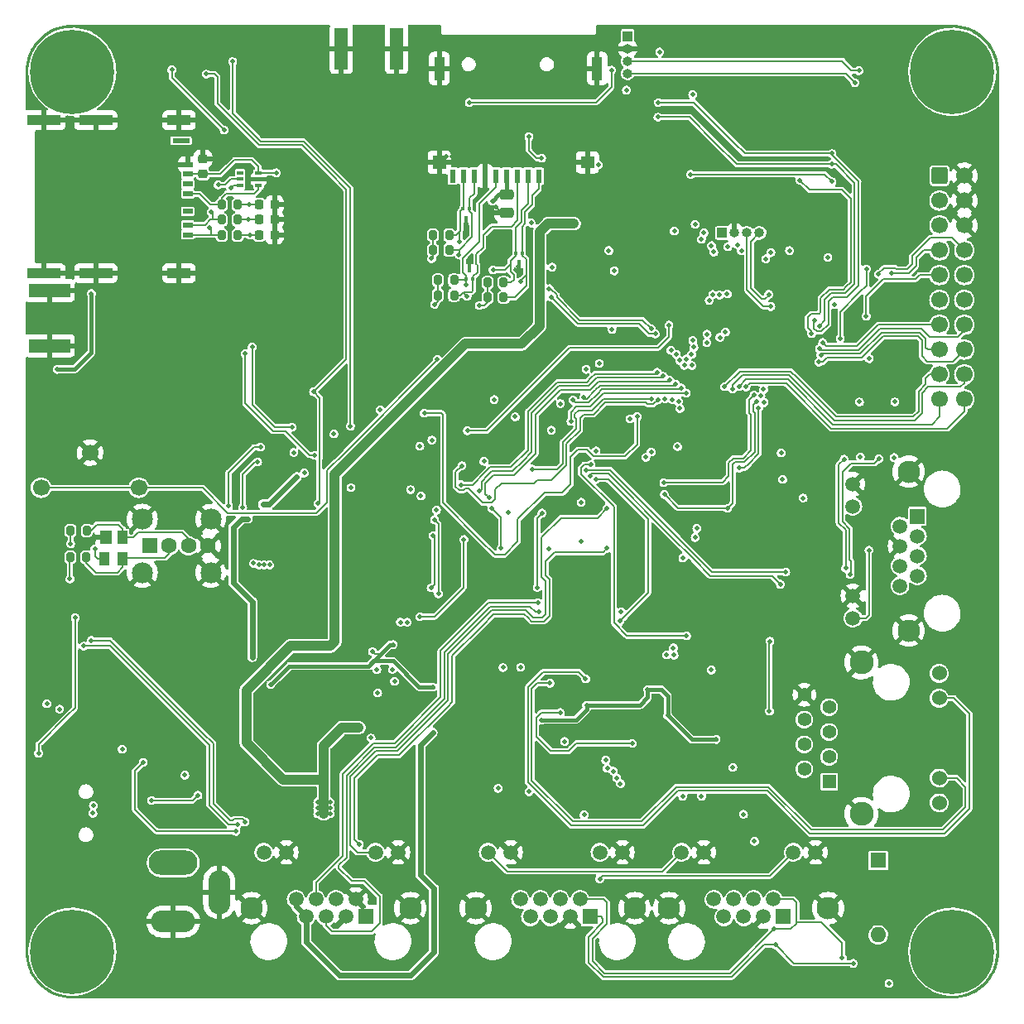
<source format=gbl>
G04 #@! TF.GenerationSoftware,KiCad,Pcbnew,(6.0.0)*
G04 #@! TF.CreationDate,2022-04-27T13:01:12+04:00*
G04 #@! TF.ProjectId,Gateway_STM32_ver_2_0,47617465-7761-4795-9f53-544d33325f76,rev?*
G04 #@! TF.SameCoordinates,Original*
G04 #@! TF.FileFunction,Copper,L4,Bot*
G04 #@! TF.FilePolarity,Positive*
%FSLAX46Y46*%
G04 Gerber Fmt 4.6, Leading zero omitted, Abs format (unit mm)*
G04 Created by KiCad (PCBNEW (6.0.0)) date 2022-04-27 13:01:12*
%MOMM*%
%LPD*%
G01*
G04 APERTURE LIST*
G04 Aperture macros list*
%AMRoundRect*
0 Rectangle with rounded corners*
0 $1 Rounding radius*
0 $2 $3 $4 $5 $6 $7 $8 $9 X,Y pos of 4 corners*
0 Add a 4 corners polygon primitive as box body*
4,1,4,$2,$3,$4,$5,$6,$7,$8,$9,$2,$3,0*
0 Add four circle primitives for the rounded corners*
1,1,$1+$1,$2,$3*
1,1,$1+$1,$4,$5*
1,1,$1+$1,$6,$7*
1,1,$1+$1,$8,$9*
0 Add four rect primitives between the rounded corners*
20,1,$1+$1,$2,$3,$4,$5,0*
20,1,$1+$1,$4,$5,$6,$7,0*
20,1,$1+$1,$6,$7,$8,$9,0*
20,1,$1+$1,$8,$9,$2,$3,0*%
G04 Aperture macros list end*
G04 #@! TA.AperFunction,SMDPad,CuDef*
%ADD10R,0.300000X0.300000*%
G04 #@! TD*
G04 #@! TA.AperFunction,SMDPad,CuDef*
%ADD11R,1.200000X1.400000*%
G04 #@! TD*
G04 #@! TA.AperFunction,SMDPad,CuDef*
%ADD12R,1.000000X1.400000*%
G04 #@! TD*
G04 #@! TA.AperFunction,ComponentPad*
%ADD13C,0.900000*%
G04 #@! TD*
G04 #@! TA.AperFunction,ComponentPad*
%ADD14C,8.600000*%
G04 #@! TD*
G04 #@! TA.AperFunction,SMDPad,CuDef*
%ADD15R,1.350000X4.200000*%
G04 #@! TD*
G04 #@! TA.AperFunction,ComponentPad*
%ADD16R,1.500000X1.500000*%
G04 #@! TD*
G04 #@! TA.AperFunction,ComponentPad*
%ADD17C,1.500000*%
G04 #@! TD*
G04 #@! TA.AperFunction,ComponentPad*
%ADD18C,2.300000*%
G04 #@! TD*
G04 #@! TA.AperFunction,ComponentPad*
%ADD19R,1.398000X1.398000*%
G04 #@! TD*
G04 #@! TA.AperFunction,ComponentPad*
%ADD20C,1.398000*%
G04 #@! TD*
G04 #@! TA.AperFunction,ComponentPad*
%ADD21C,1.530000*%
G04 #@! TD*
G04 #@! TA.AperFunction,ComponentPad*
%ADD22C,2.445000*%
G04 #@! TD*
G04 #@! TA.AperFunction,SMDPad,CuDef*
%ADD23R,4.200000X1.350000*%
G04 #@! TD*
G04 #@! TA.AperFunction,ComponentPad*
%ADD24C,1.700000*%
G04 #@! TD*
G04 #@! TA.AperFunction,ComponentPad*
%ADD25R,1.600000X1.600000*%
G04 #@! TD*
G04 #@! TA.AperFunction,ComponentPad*
%ADD26O,1.600000X1.600000*%
G04 #@! TD*
G04 #@! TA.AperFunction,ComponentPad*
%ADD27RoundRect,0.250000X-0.600000X-0.600000X0.600000X-0.600000X0.600000X0.600000X-0.600000X0.600000X0*%
G04 #@! TD*
G04 #@! TA.AperFunction,ComponentPad*
%ADD28O,5.000000X2.500000*%
G04 #@! TD*
G04 #@! TA.AperFunction,ComponentPad*
%ADD29O,4.500000X2.250000*%
G04 #@! TD*
G04 #@! TA.AperFunction,ComponentPad*
%ADD30O,2.250000X4.500000*%
G04 #@! TD*
G04 #@! TA.AperFunction,ComponentPad*
%ADD31R,1.000000X1.000000*%
G04 #@! TD*
G04 #@! TA.AperFunction,ComponentPad*
%ADD32O,1.000000X1.000000*%
G04 #@! TD*
G04 #@! TA.AperFunction,ComponentPad*
%ADD33C,1.600000*%
G04 #@! TD*
G04 #@! TA.AperFunction,ComponentPad*
%ADD34C,2.150000*%
G04 #@! TD*
G04 #@! TA.AperFunction,SMDPad,CuDef*
%ADD35RoundRect,0.200000X-0.200000X-0.275000X0.200000X-0.275000X0.200000X0.275000X-0.200000X0.275000X0*%
G04 #@! TD*
G04 #@! TA.AperFunction,SMDPad,CuDef*
%ADD36RoundRect,0.225000X-0.225000X-0.250000X0.225000X-0.250000X0.225000X0.250000X-0.225000X0.250000X0*%
G04 #@! TD*
G04 #@! TA.AperFunction,SMDPad,CuDef*
%ADD37RoundRect,0.200000X0.200000X0.275000X-0.200000X0.275000X-0.200000X-0.275000X0.200000X-0.275000X0*%
G04 #@! TD*
G04 #@! TA.AperFunction,SMDPad,CuDef*
%ADD38R,0.650000X0.400000*%
G04 #@! TD*
G04 #@! TA.AperFunction,SMDPad,CuDef*
%ADD39R,1.000000X0.550000*%
G04 #@! TD*
G04 #@! TA.AperFunction,SMDPad,CuDef*
%ADD40R,3.400000X1.000000*%
G04 #@! TD*
G04 #@! TA.AperFunction,SMDPad,CuDef*
%ADD41R,2.400000X1.000000*%
G04 #@! TD*
G04 #@! TA.AperFunction,SMDPad,CuDef*
%ADD42R,1.800000X0.500000*%
G04 #@! TD*
G04 #@! TA.AperFunction,SMDPad,CuDef*
%ADD43RoundRect,0.250000X0.475000X-0.250000X0.475000X0.250000X-0.475000X0.250000X-0.475000X-0.250000X0*%
G04 #@! TD*
G04 #@! TA.AperFunction,SMDPad,CuDef*
%ADD44R,0.620000X1.400000*%
G04 #@! TD*
G04 #@! TA.AperFunction,SMDPad,CuDef*
%ADD45R,1.350000X1.420000*%
G04 #@! TD*
G04 #@! TA.AperFunction,SMDPad,CuDef*
%ADD46R,1.100000X2.400000*%
G04 #@! TD*
G04 #@! TA.AperFunction,SMDPad,CuDef*
%ADD47R,1.350000X1.270000*%
G04 #@! TD*
G04 #@! TA.AperFunction,SMDPad,CuDef*
%ADD48RoundRect,0.225000X0.250000X-0.225000X0.250000X0.225000X-0.250000X0.225000X-0.250000X-0.225000X0*%
G04 #@! TD*
G04 #@! TA.AperFunction,ViaPad*
%ADD49C,0.500000*%
G04 #@! TD*
G04 #@! TA.AperFunction,ViaPad*
%ADD50C,0.800000*%
G04 #@! TD*
G04 #@! TA.AperFunction,Conductor*
%ADD51C,0.200000*%
G04 #@! TD*
G04 #@! TA.AperFunction,Conductor*
%ADD52C,0.400000*%
G04 #@! TD*
G04 #@! TA.AperFunction,Conductor*
%ADD53C,1.000000*%
G04 #@! TD*
G04 #@! TA.AperFunction,Conductor*
%ADD54C,0.600000*%
G04 #@! TD*
G04 APERTURE END LIST*
D10*
X85975000Y-96165000D03*
X85275000Y-96165000D03*
X85625000Y-95315000D03*
D11*
X48430000Y-122640000D03*
D12*
X50150000Y-122640000D03*
X50150000Y-124840000D03*
X48250000Y-124840000D03*
D13*
X45000000Y-161775000D03*
X47280419Y-162719581D03*
X41775000Y-165000000D03*
X42719581Y-167280419D03*
X48225000Y-165000000D03*
X45000000Y-168225000D03*
D14*
X45000000Y-165000000D03*
D13*
X47280419Y-167280419D03*
X42719581Y-162719581D03*
X138225000Y-165000000D03*
D14*
X135000000Y-165000000D03*
D13*
X132719581Y-162719581D03*
X135000000Y-168225000D03*
X132719581Y-167280419D03*
X131775000Y-165000000D03*
X135000000Y-161775000D03*
X137280419Y-162719581D03*
X137280419Y-167280419D03*
D15*
X78175000Y-72627500D03*
X72525000Y-72627500D03*
D16*
X131435000Y-120460000D03*
D17*
X129655000Y-121476000D03*
X131435000Y-122492000D03*
X129655000Y-123508000D03*
X131435000Y-124524000D03*
X129655000Y-125540000D03*
X131435000Y-126556000D03*
X129655000Y-127572000D03*
X124835000Y-117160000D03*
X124835000Y-119450000D03*
X124835000Y-128590000D03*
X124835000Y-130880000D03*
D18*
X130545000Y-115890000D03*
X130545000Y-132150000D03*
D16*
X117740000Y-161430000D03*
D17*
X116724000Y-159650000D03*
X115708000Y-161430000D03*
X114692000Y-159650000D03*
X113676000Y-161430000D03*
X112660000Y-159650000D03*
X111644000Y-161430000D03*
X110628000Y-159650000D03*
X121040000Y-154830000D03*
X118750000Y-154830000D03*
X109610000Y-154830000D03*
X107320000Y-154830000D03*
D18*
X106050000Y-160540000D03*
X122310000Y-160540000D03*
D16*
X97950000Y-161430000D03*
D17*
X96934000Y-159650000D03*
X95918000Y-161430000D03*
X94902000Y-159650000D03*
X93886000Y-161430000D03*
X92870000Y-159650000D03*
X91854000Y-161430000D03*
X90838000Y-159650000D03*
X101250000Y-154830000D03*
X98960000Y-154830000D03*
X89820000Y-154830000D03*
X87530000Y-154830000D03*
D18*
X86260000Y-160540000D03*
X102520000Y-160540000D03*
D19*
X122410000Y-147607500D03*
D20*
X119870000Y-146337500D03*
X122410000Y-145067500D03*
X119870000Y-143797500D03*
X122410000Y-142527500D03*
X119870000Y-141257500D03*
X122410000Y-139987500D03*
X119870000Y-138717500D03*
D21*
X133660000Y-149782500D03*
X133660000Y-147242500D03*
X133660000Y-139072500D03*
X133660000Y-136532500D03*
D22*
X125710000Y-150902500D03*
X125710000Y-135412500D03*
D13*
X42719581Y-77280419D03*
X47280419Y-72719581D03*
X42719581Y-72719581D03*
X48225000Y-75000000D03*
X45000000Y-78225000D03*
X45000000Y-71775000D03*
X41775000Y-75000000D03*
D14*
X45000000Y-75000000D03*
D13*
X47280419Y-77280419D03*
X132719581Y-77280419D03*
X137280419Y-72719581D03*
X138225000Y-75000000D03*
D14*
X135000000Y-75000000D03*
D13*
X131775000Y-75000000D03*
X135000000Y-78225000D03*
X135000000Y-71775000D03*
X137280419Y-77280419D03*
X132719581Y-72719581D03*
D23*
X42650000Y-103015000D03*
X42650000Y-97365000D03*
D24*
X51810000Y-117550000D03*
X41810000Y-117550000D03*
X46810000Y-113950000D03*
D25*
X127425000Y-155665000D03*
D26*
X127425000Y-163285000D03*
D27*
X133697500Y-85630000D03*
D24*
X136237500Y-85630000D03*
X133697500Y-88170000D03*
X136237500Y-88170000D03*
X133697500Y-90710000D03*
X136237500Y-90710000D03*
X133697500Y-93250000D03*
X136237500Y-93250000D03*
X133697500Y-95790000D03*
X136237500Y-95790000D03*
X133697500Y-98330000D03*
X136237500Y-98330000D03*
X133697500Y-100870000D03*
X136237500Y-100870000D03*
X133697500Y-103410000D03*
X136237500Y-103410000D03*
X133697500Y-105950000D03*
X136237500Y-105950000D03*
X133697500Y-108490000D03*
X136237500Y-108490000D03*
D16*
X75002000Y-161430000D03*
D17*
X73986000Y-159650000D03*
X72970000Y-161430000D03*
X71954000Y-159650000D03*
X70938000Y-161430000D03*
X69922000Y-159650000D03*
X68906000Y-161430000D03*
X67890000Y-159650000D03*
X78302000Y-154830000D03*
X76012000Y-154830000D03*
X66872000Y-154830000D03*
X64582000Y-154830000D03*
D18*
X63312000Y-160540000D03*
X79572000Y-160540000D03*
D28*
X55315000Y-155917500D03*
D29*
X55315000Y-161917500D03*
D30*
X60015000Y-158917500D03*
D31*
X101800000Y-71350000D03*
D32*
X101800000Y-72620000D03*
X101800000Y-73890000D03*
X101800000Y-75160000D03*
D31*
X111470000Y-91480000D03*
D32*
X112740000Y-91480000D03*
X114010000Y-91480000D03*
X115280000Y-91480000D03*
D25*
X52890000Y-123490000D03*
D33*
X54890000Y-123490000D03*
X56890000Y-123490000D03*
X58890000Y-123490000D03*
D34*
X59160000Y-126210000D03*
X52160000Y-126210000D03*
X52160000Y-120770000D03*
X59160000Y-120770000D03*
D35*
X44825000Y-121910000D03*
X46475000Y-121910000D03*
D36*
X64125000Y-88590000D03*
X65675000Y-88590000D03*
D37*
X61925000Y-90140000D03*
X60275000Y-90140000D03*
D10*
X84925000Y-89040000D03*
X85625000Y-89040000D03*
X85275000Y-89890000D03*
D37*
X61925000Y-88590000D03*
X60275000Y-88590000D03*
D35*
X44785000Y-124650000D03*
X46435000Y-124650000D03*
X87465000Y-98090000D03*
X89115000Y-98090000D03*
D36*
X64125000Y-91690000D03*
X65675000Y-91690000D03*
D37*
X61925000Y-91690000D03*
X60275000Y-91690000D03*
D35*
X82395000Y-96320000D03*
X84045000Y-96320000D03*
D38*
X64050000Y-85340000D03*
X64050000Y-85990000D03*
X64050000Y-86640000D03*
X62150000Y-86640000D03*
X62150000Y-85990000D03*
X62150000Y-85340000D03*
D35*
X82395000Y-97850000D03*
X84045000Y-97850000D03*
D36*
X64125000Y-90140000D03*
X65675000Y-90140000D03*
D39*
X56805000Y-85480000D03*
X56805000Y-87480000D03*
X56805000Y-91670000D03*
D40*
X42105000Y-79965000D03*
X42105000Y-95615000D03*
X47405000Y-79965000D03*
D41*
X55905000Y-79965000D03*
X55905000Y-95615000D03*
D39*
X56805000Y-84480000D03*
D40*
X47405000Y-95615000D03*
D39*
X56805000Y-86480000D03*
X56805000Y-90670000D03*
X56805000Y-89265000D03*
D42*
X56105000Y-82065000D03*
D35*
X87465000Y-96570000D03*
X89115000Y-96570000D03*
D43*
X89400000Y-89450000D03*
X89400000Y-87550000D03*
D35*
X81895000Y-91700000D03*
X83545000Y-91700000D03*
D44*
X92715000Y-85662500D03*
X91615000Y-85662500D03*
X90515000Y-85662500D03*
X89415000Y-85662500D03*
X88315000Y-85662500D03*
X87215000Y-85662500D03*
X86115000Y-85662500D03*
X85015000Y-85662500D03*
D45*
X82535000Y-84262500D03*
D46*
X82535000Y-74662500D03*
X98685000Y-74662500D03*
D47*
X97685000Y-84262500D03*
D44*
X83915000Y-85662500D03*
D35*
X81895000Y-93220000D03*
X83545000Y-93220000D03*
D48*
X58350000Y-85465000D03*
X58350000Y-83915000D03*
D10*
X90325000Y-93565000D03*
X91025000Y-93565000D03*
X90675000Y-94415000D03*
D49*
X44025000Y-126690000D03*
X44125000Y-123265000D03*
X46200000Y-151515000D03*
X46425000Y-149840000D03*
X110900000Y-97190000D03*
X113200000Y-97715000D03*
X110775000Y-102790000D03*
X112375000Y-101190000D03*
X85775500Y-94409072D03*
X75700000Y-134290000D03*
X77950000Y-137340000D03*
X76225000Y-138540000D03*
X77740734Y-136124266D03*
X76150000Y-136165000D03*
X47300000Y-123790000D03*
X47175000Y-122990000D03*
X109800000Y-137840000D03*
X84700000Y-118540000D03*
X116700000Y-119140000D03*
X118800000Y-117940000D03*
X98000000Y-80340000D03*
X103700000Y-72840000D03*
X118311444Y-136951444D03*
X89100000Y-141790000D03*
X41300000Y-155940000D03*
X114300000Y-86640000D03*
X104450000Y-109949020D03*
X118800000Y-116740000D03*
X74800000Y-132540000D03*
X60800000Y-148640000D03*
X95000000Y-80940000D03*
X93400000Y-132240000D03*
X77250000Y-125290000D03*
X60700000Y-112140000D03*
X41900000Y-155940000D03*
X98000000Y-80940000D03*
X87286444Y-87076444D03*
X93800000Y-80940000D03*
X92050000Y-149590000D03*
X65500000Y-148640000D03*
X78200000Y-75390000D03*
X85300000Y-114640000D03*
X77300000Y-149040000D03*
X114200000Y-105040000D03*
X45300000Y-102990000D03*
D50*
X74500000Y-76540000D03*
D49*
X90000000Y-81190000D03*
X66100000Y-121740000D03*
X84900000Y-143640000D03*
X127600000Y-117840000D03*
X51600000Y-88740000D03*
X77100000Y-84740000D03*
X75825000Y-140940000D03*
X115300000Y-100940000D03*
X95000000Y-80340000D03*
X47500000Y-84240000D03*
X75500000Y-128140000D03*
X127600000Y-118440000D03*
X76400000Y-149040000D03*
X79500000Y-77040000D03*
X98200000Y-90440000D03*
X114800000Y-105040000D03*
X107800000Y-81940000D03*
X119400000Y-116740000D03*
D50*
X68700000Y-101940000D03*
D49*
X110400000Y-137240000D03*
X69500000Y-121740000D03*
X79500000Y-75140000D03*
X77700000Y-84740000D03*
D50*
X76300000Y-76540000D03*
D49*
X114700000Y-100940000D03*
X72500000Y-75640000D03*
X77700000Y-87640000D03*
X52700000Y-84740000D03*
X67700000Y-121740000D03*
X111250000Y-146140000D03*
X84900000Y-145140000D03*
X95400000Y-142090000D03*
X81750000Y-80090000D03*
X119100000Y-81840000D03*
D50*
X74500000Y-77440000D03*
D49*
X56100000Y-134440000D03*
X66100000Y-148640000D03*
X103100000Y-72240000D03*
D50*
X57700000Y-81440000D03*
D49*
X60700000Y-111540000D03*
X85400000Y-104840000D03*
X49200000Y-137040000D03*
X51600000Y-88140000D03*
X48600000Y-137040000D03*
X118800000Y-117340000D03*
X97600000Y-90440000D03*
X90625000Y-94965000D03*
D50*
X76300000Y-75540000D03*
D49*
X122000000Y-107140000D03*
X97400000Y-80940000D03*
X80400000Y-129140000D03*
X118100500Y-148290000D03*
X67900000Y-148640000D03*
X40700000Y-155940000D03*
X64000000Y-148640000D03*
X98800000Y-90440000D03*
X82650000Y-83690000D03*
X84900000Y-130340000D03*
X113100000Y-86640000D03*
X84900000Y-143040000D03*
X103900000Y-146940000D03*
X84450000Y-83690000D03*
X110400000Y-137840000D03*
X52200000Y-87540000D03*
X68300000Y-121740000D03*
X77100000Y-87640000D03*
X102700000Y-146940000D03*
X90050000Y-148090000D03*
X61700000Y-117040000D03*
X52800000Y-93440000D03*
X80100000Y-71340000D03*
X79500000Y-78840000D03*
X117200000Y-121240000D03*
X80700000Y-77040000D03*
X44300000Y-84640000D03*
X119100000Y-92840000D03*
X55500000Y-134440000D03*
X102300000Y-142840000D03*
X88900000Y-81190000D03*
X112200000Y-113840000D03*
X83550000Y-80090000D03*
X95300000Y-95940000D03*
X128800000Y-117840000D03*
X75800000Y-149040000D03*
X113700000Y-86640000D03*
X77200000Y-124640000D03*
X101125000Y-112690000D03*
X56250000Y-144840000D03*
X64300000Y-121740000D03*
X88325000Y-88865000D03*
X107800000Y-81340000D03*
X80700000Y-75140000D03*
X52100000Y-84740000D03*
X102300000Y-142240000D03*
X64200000Y-131840000D03*
X104500000Y-146940000D03*
X82350000Y-80640000D03*
X41900000Y-82140000D03*
X62800000Y-148640000D03*
X76500000Y-84740000D03*
X64600000Y-148640000D03*
X46750000Y-84240000D03*
X118500000Y-81840000D03*
X68900000Y-121740000D03*
X84900000Y-129740000D03*
X83250000Y-83690000D03*
X94900000Y-110940000D03*
X80100000Y-72940000D03*
X117200000Y-121840000D03*
X91100000Y-81190000D03*
X111050000Y-141590000D03*
X64800000Y-131840000D03*
D50*
X69700000Y-89740000D03*
D49*
X82950000Y-80090000D03*
X52200000Y-88140000D03*
X68100000Y-117840000D03*
X116100000Y-81840000D03*
X109800000Y-137240000D03*
X80700000Y-78840000D03*
X44700000Y-82140000D03*
X80700000Y-72940000D03*
X91950000Y-136140000D03*
X52200000Y-88740000D03*
X84900000Y-144540000D03*
X119700000Y-81840000D03*
X103600000Y-142690000D03*
X85500000Y-130340000D03*
D50*
X59500000Y-81440000D03*
D49*
X96900000Y-105940000D03*
X56600000Y-119440000D03*
X85275000Y-90565000D03*
X82350000Y-80090000D03*
X56700000Y-134440000D03*
X107800000Y-139490000D03*
X62200000Y-148640000D03*
D50*
X66900000Y-101940000D03*
D49*
X84900000Y-141340000D03*
X52800000Y-88740000D03*
X65400000Y-131840000D03*
X75500000Y-127540000D03*
X49300000Y-144140000D03*
X89250000Y-144140000D03*
X120400000Y-111340000D03*
X101100000Y-120840000D03*
X96800000Y-80340000D03*
X40700000Y-156540000D03*
X95600000Y-80940000D03*
X96800000Y-80940000D03*
X49800000Y-137040000D03*
X79500000Y-148740000D03*
X69000000Y-132340000D03*
X102100000Y-89240000D03*
X88350000Y-81190000D03*
X113400000Y-113840000D03*
X42200000Y-84640000D03*
X103100000Y-72840000D03*
X74800000Y-133140000D03*
X93650000Y-75590000D03*
X60700000Y-113340000D03*
X119700000Y-92840000D03*
X45450000Y-97340000D03*
X93800000Y-80340000D03*
X41900000Y-156540000D03*
X121550000Y-97165000D03*
X61700000Y-117640000D03*
X42800000Y-84640000D03*
X96900000Y-114790000D03*
X128800000Y-118440000D03*
X61400000Y-148640000D03*
X45400000Y-84240000D03*
X80100000Y-77040000D03*
X69600000Y-132340000D03*
X120400000Y-112540000D03*
X67300000Y-148640000D03*
X64900000Y-121740000D03*
X80100000Y-78840000D03*
X57800000Y-119440000D03*
X120400000Y-111940000D03*
X113600000Y-105040000D03*
X120300000Y-92840000D03*
X77900000Y-149040000D03*
X86600000Y-104840000D03*
X119400000Y-117940000D03*
X52800000Y-87540000D03*
X116700000Y-119740000D03*
D50*
X74500000Y-75540000D03*
D49*
X48100000Y-144140000D03*
X128200000Y-117840000D03*
X51500000Y-84740000D03*
X80100000Y-75140000D03*
X94400000Y-80340000D03*
X83300000Y-88040000D03*
X103100000Y-71040000D03*
X98850000Y-136640000D03*
X92800000Y-132240000D03*
D50*
X58600000Y-81440000D03*
D49*
X119400000Y-117340000D03*
D50*
X76300000Y-77440000D03*
D49*
X83850000Y-83690000D03*
X100198013Y-99849598D03*
D50*
X67800000Y-101940000D03*
D49*
X83575000Y-100440000D03*
D50*
X57500000Y-102240000D03*
D49*
X61500000Y-141740000D03*
X103100000Y-71640000D03*
X120400000Y-113140000D03*
X90550000Y-81190000D03*
X83900000Y-88040000D03*
X57200000Y-119440000D03*
X84900000Y-116340000D03*
X81600000Y-88040000D03*
X112800000Y-113840000D03*
X52800000Y-88140000D03*
X105050000Y-101090000D03*
D50*
X71500000Y-89740000D03*
D49*
X82200000Y-88040000D03*
X84900000Y-129140000D03*
X81600000Y-119440000D03*
X112899500Y-142390000D03*
X106009266Y-138030734D03*
X105400000Y-115240000D03*
X68100000Y-118440000D03*
X97400000Y-80340000D03*
X57300000Y-134440000D03*
X43700000Y-84640000D03*
X87975000Y-92540000D03*
X65500000Y-121740000D03*
X103300000Y-146940000D03*
X117200000Y-122440000D03*
X118600000Y-145040000D03*
X117900000Y-81840000D03*
X78300000Y-84740000D03*
X108375000Y-150615000D03*
X96200000Y-80340000D03*
X79200000Y-129140000D03*
X94000000Y-132240000D03*
X74800000Y-133740000D03*
D50*
X58400000Y-102240000D03*
D49*
X128200000Y-118440000D03*
X48700000Y-144140000D03*
X119200000Y-145040000D03*
X48100000Y-84240000D03*
D50*
X59300000Y-102240000D03*
D49*
X120900000Y-92840000D03*
X95600000Y-80340000D03*
X51600000Y-87540000D03*
X119400000Y-116140000D03*
X78300000Y-87640000D03*
X110400000Y-138440000D03*
X121400000Y-107140000D03*
X76500000Y-87640000D03*
X70200000Y-132340000D03*
X118800000Y-116140000D03*
X117300000Y-81840000D03*
X109200000Y-137240000D03*
X116925000Y-96840000D03*
X48000000Y-137040000D03*
X96200000Y-80940000D03*
X79800000Y-129140000D03*
X84900000Y-141940000D03*
X104300000Y-72840000D03*
X81750000Y-80640000D03*
X89450000Y-81190000D03*
X86000000Y-104840000D03*
X94400000Y-80940000D03*
X76900000Y-148540000D03*
X46000000Y-84240000D03*
X113000000Y-105040000D03*
X101102900Y-135890000D03*
X80700000Y-71340000D03*
X66400000Y-144940000D03*
D50*
X70600000Y-89740000D03*
D49*
X66400000Y-145540000D03*
X60700000Y-112740000D03*
X75825000Y-141515000D03*
X41300000Y-156540000D03*
X103100000Y-70440000D03*
X116700000Y-81840000D03*
X91950000Y-90465000D03*
X112550000Y-146140000D03*
X102050000Y-110490000D03*
X105075000Y-72965000D03*
X88550000Y-148290000D03*
X126500000Y-104340000D03*
X80550000Y-113290000D03*
X108450000Y-77340000D03*
X125500000Y-108765000D03*
X82250000Y-119840000D03*
X125600000Y-114390000D03*
X68725000Y-116040000D03*
X97550000Y-105440000D03*
X101102900Y-130240000D03*
X63537500Y-125277500D03*
X113650000Y-150940000D03*
X88150000Y-108540000D03*
X129125000Y-108765000D03*
X129050000Y-114465000D03*
X50100000Y-144290000D03*
X97050000Y-123040000D03*
X95350000Y-143490000D03*
X98900000Y-104840000D03*
X128525000Y-168240000D03*
X106900000Y-113340000D03*
X64075000Y-125440000D03*
X67650000Y-113939500D03*
X118350000Y-93290000D03*
X86625000Y-98915000D03*
X90300000Y-110290000D03*
X81750000Y-94115000D03*
X100425000Y-95365000D03*
X107450000Y-124740000D03*
X122275000Y-93990000D03*
X90850000Y-135915500D03*
X81775000Y-112665000D03*
X82050000Y-98790000D03*
X119750000Y-118590000D03*
X64625000Y-125440000D03*
X101675000Y-76865000D03*
X97050000Y-119040000D03*
X89050000Y-135940000D03*
X122950000Y-98790000D03*
X99875000Y-93290000D03*
X100199500Y-101363893D03*
X110350000Y-136190000D03*
X80650000Y-118390000D03*
X117650000Y-116690000D03*
X117500000Y-113990000D03*
X91712994Y-148633458D03*
X98575000Y-113790000D03*
X106575000Y-91290000D03*
X65175000Y-125440000D03*
X89550000Y-120090000D03*
X56500000Y-146940000D03*
X82316102Y-104406102D03*
X81000000Y-109915000D03*
X102775000Y-110265000D03*
X106025000Y-100915000D03*
X85400000Y-111715000D03*
X70700000Y-149690000D03*
X70100000Y-150890000D03*
X94050000Y-90540000D03*
X71350000Y-149690000D03*
X74300000Y-142090000D03*
X71850000Y-133290000D03*
X71350000Y-150290000D03*
X73700000Y-142090000D03*
X73100000Y-142090000D03*
X71850000Y-132690000D03*
X95600000Y-90540000D03*
X57850000Y-148990000D03*
X94750000Y-90540000D03*
X71850000Y-132090000D03*
X53100000Y-149540000D03*
X70700000Y-150890000D03*
X96300000Y-90540000D03*
X70100000Y-150290000D03*
X70100000Y-149690000D03*
X71350000Y-150890000D03*
X70700000Y-150290000D03*
X104635433Y-101809549D03*
X94000000Y-98065000D03*
X43450000Y-105440000D03*
X100150000Y-74840000D03*
X46950000Y-97690000D03*
X85600000Y-78140000D03*
X93775000Y-97190000D03*
X104200000Y-101262099D03*
X93000000Y-83840000D03*
X91700000Y-81640000D03*
X64500000Y-119240000D03*
X77800000Y-133590000D03*
X67950000Y-116440000D03*
X65300000Y-137690000D03*
X62950000Y-120714031D03*
X63400000Y-134890000D03*
X81850000Y-137940000D03*
X110850000Y-143290000D03*
X97600000Y-139790000D03*
X93000000Y-141290000D03*
X105900000Y-140840000D03*
X103850000Y-138190000D03*
X116350000Y-133240000D03*
X116300000Y-140390000D03*
X69675000Y-107715000D03*
X70125000Y-119165000D03*
X58700000Y-75240000D03*
X65850000Y-85340000D03*
X63100000Y-88590000D03*
X63150000Y-91690000D03*
X63000000Y-90140000D03*
X119400000Y-86090000D03*
X120608087Y-101775198D03*
X107600000Y-105040980D03*
X61725000Y-152690000D03*
X52250000Y-145640000D03*
X85050000Y-122840000D03*
X80550000Y-130740000D03*
X116450000Y-99015000D03*
X116225000Y-97765000D03*
X125450000Y-74890000D03*
X125050000Y-76115000D03*
X79250000Y-131290000D03*
X47150000Y-150040000D03*
X78550000Y-131290000D03*
X47100000Y-150840000D03*
X90875000Y-96465500D03*
X110139416Y-98382554D03*
X110499466Y-97782831D03*
X88025000Y-95265000D03*
X85375000Y-97965000D03*
X111975000Y-97716460D03*
X85250000Y-96815000D03*
X111197197Y-97832588D03*
X111225000Y-102165000D03*
X84550000Y-93715000D03*
X111800000Y-101615000D03*
X84611444Y-92401444D03*
X115703910Y-107498507D03*
X128750000Y-95615000D03*
X126200000Y-99990000D03*
X115425000Y-108140000D03*
X113425546Y-93280143D03*
X121750000Y-102690000D03*
X121560262Y-103989020D03*
X111717115Y-107214500D03*
X113200963Y-107214500D03*
X127475000Y-95690000D03*
X115750000Y-108840000D03*
X113050000Y-92690000D03*
X116450000Y-93490000D03*
X121415042Y-103304090D03*
X121350000Y-104690000D03*
X112539995Y-107443466D03*
X113900000Y-107240000D03*
X59051056Y-90966056D03*
X61200000Y-86915500D03*
X87950000Y-88215000D03*
X62675000Y-103840000D03*
X69775000Y-114215000D03*
X59200000Y-89340000D03*
X59925000Y-86565000D03*
X112050000Y-92890000D03*
X98809502Y-84540000D03*
X82450000Y-128390000D03*
X82050000Y-120840000D03*
X81900500Y-122440000D03*
X81700000Y-127790000D03*
X102249500Y-143690000D03*
X94900000Y-140540000D03*
X97350000Y-150990000D03*
X103650000Y-114440000D03*
X104200000Y-113890000D03*
X101061444Y-147801444D03*
X93850000Y-137540000D03*
X97500000Y-137090000D03*
X92750000Y-130240000D03*
X67475000Y-111340000D03*
X63400000Y-103140000D03*
X60525000Y-80965000D03*
X55175000Y-74790000D03*
X43700000Y-140189980D03*
X87100000Y-114840000D03*
X42400000Y-139640000D03*
X79600000Y-117740000D03*
X127500000Y-114590000D03*
X117425000Y-127415000D03*
X97972215Y-116310103D03*
X124550000Y-126415000D03*
X97576934Y-115732995D03*
X124100000Y-125765000D03*
X123950000Y-114615000D03*
X117975000Y-126165000D03*
X88850000Y-123740000D03*
X87914969Y-119682434D03*
X92600000Y-129290000D03*
X99700000Y-119640000D03*
X99700000Y-123740000D03*
X74350000Y-154040000D03*
X105600000Y-108439500D03*
X99552420Y-145390000D03*
X99718768Y-146244120D03*
X106332647Y-108526848D03*
X100351460Y-146543140D03*
X106992710Y-108758411D03*
X100677980Y-147216416D03*
X107150000Y-109440000D03*
X41550000Y-144690000D03*
X45300000Y-130840000D03*
X108250000Y-85490000D03*
X122700000Y-86240000D03*
X114948893Y-108737122D03*
X105550000Y-118240000D03*
X112025000Y-119640000D03*
X113225000Y-115540000D03*
X115200000Y-109390000D03*
X61400000Y-73965000D03*
X73450000Y-111240000D03*
X61875000Y-151990000D03*
X107120257Y-104531911D03*
X46175000Y-133740000D03*
X106780271Y-103920590D03*
X62675000Y-151740980D03*
X46950000Y-133165000D03*
X105499500Y-117015000D03*
X114719201Y-108076406D03*
X98047406Y-115165980D03*
X107825000Y-132690000D03*
X98575000Y-116665000D03*
X101000000Y-131190000D03*
X107425000Y-149090000D03*
X116900000Y-164290000D03*
X105800000Y-134640000D03*
X124874500Y-166190000D03*
X116750000Y-162690000D03*
X109350000Y-149089500D03*
X106550000Y-134665000D03*
X123750000Y-165590000D03*
X108375000Y-105040980D03*
X106475000Y-133915000D03*
X98950000Y-157540000D03*
X108700000Y-122640000D03*
X114775000Y-153715000D03*
X108875000Y-121690000D03*
X126475000Y-123940000D03*
X44750000Y-126865000D03*
X109900000Y-102690000D03*
X109925000Y-101840000D03*
X44825000Y-123265000D03*
X96000000Y-110740000D03*
X107800000Y-107890000D03*
X81850000Y-142590000D03*
X75550000Y-143140000D03*
X106234775Y-103482711D03*
X84800000Y-117240000D03*
X104826321Y-105742420D03*
X106701005Y-106940980D03*
X97300000Y-108290000D03*
X107305377Y-107340500D03*
X96200000Y-108590000D03*
X106078759Y-106541460D03*
X87650000Y-118540000D03*
X86650000Y-117890000D03*
X105446677Y-106141940D03*
X60975000Y-119415000D03*
X109347843Y-92117471D03*
X64250000Y-113390000D03*
X63950000Y-114915000D03*
X62425000Y-119565000D03*
X109600000Y-91465000D03*
X108700000Y-90615000D03*
X76473944Y-109588944D03*
X115925000Y-94140000D03*
X94075000Y-94990000D03*
X126225000Y-95165000D03*
X123550000Y-102265000D03*
X92050000Y-115640000D03*
X104200000Y-108439500D03*
X104891288Y-108546384D03*
X84850000Y-115290000D03*
X93700000Y-123790000D03*
X107800338Y-104368222D03*
X108342007Y-103897895D03*
X92550000Y-127740000D03*
X93050000Y-120140000D03*
X108575000Y-103165000D03*
X94925000Y-108940000D03*
X94000000Y-111665000D03*
X108460003Y-102475015D03*
X104900000Y-79640000D03*
X122675000Y-84465000D03*
X121400000Y-100990000D03*
X104925000Y-78165000D03*
X122700000Y-83365000D03*
X120944770Y-100440500D03*
X71750000Y-112040000D03*
X110374500Y-92777844D03*
X73500000Y-117540000D03*
X110600000Y-93440000D03*
D51*
X85625000Y-95315000D02*
X85625000Y-94559572D01*
X85625000Y-94559572D02*
X85775500Y-94409072D01*
X75937989Y-134527989D02*
X76562989Y-134527989D01*
X75700000Y-134290000D02*
X75937989Y-134527989D01*
D52*
X76562989Y-134527989D02*
X75300489Y-135790489D01*
X77500978Y-133590000D02*
X76562989Y-134527989D01*
X80475000Y-137940000D02*
X81850000Y-137940000D01*
X75825978Y-135265000D02*
X77800000Y-135265000D01*
X75300489Y-135790489D02*
X75825978Y-135265000D01*
X77800000Y-135265000D02*
X80475000Y-137940000D01*
X77800000Y-133590000D02*
X77500978Y-133590000D01*
D51*
X47300000Y-124565000D02*
X47300000Y-123790000D01*
X47575000Y-124840000D02*
X47300000Y-124565000D01*
X48250000Y-124840000D02*
X47575000Y-124840000D01*
X47525000Y-122640000D02*
X47175000Y-122990000D01*
X48430000Y-122640000D02*
X47525000Y-122640000D01*
X50150000Y-125690000D02*
X50150000Y-124840000D01*
X49625000Y-126215000D02*
X50150000Y-125690000D01*
X46435000Y-125250000D02*
X47400000Y-126215000D01*
X47400000Y-126215000D02*
X49625000Y-126215000D01*
X46435000Y-124650000D02*
X46435000Y-125250000D01*
X50150000Y-121740000D02*
X50150000Y-122640000D01*
X47500000Y-121315000D02*
X49725000Y-121315000D01*
X49725000Y-121315000D02*
X50150000Y-121740000D01*
X46905000Y-121910000D02*
X47500000Y-121315000D01*
X46475000Y-121910000D02*
X46905000Y-121910000D01*
X51745489Y-122144511D02*
X51250000Y-122640000D01*
X53445489Y-122144511D02*
X51745489Y-122144511D01*
X51250000Y-122640000D02*
X50150000Y-122640000D01*
X56225000Y-122140000D02*
X53450000Y-122140000D01*
X53450000Y-122140000D02*
X53445489Y-122144511D01*
X56890000Y-123490000D02*
X56890000Y-122805000D01*
X56890000Y-122805000D02*
X56225000Y-122140000D01*
X50275000Y-124715000D02*
X54450000Y-124715000D01*
X54890000Y-124275000D02*
X54890000Y-123490000D01*
X50150000Y-124840000D02*
X50275000Y-124715000D01*
X54450000Y-124715000D02*
X54890000Y-124275000D01*
X87215000Y-87005000D02*
X87215000Y-85662500D01*
X88910000Y-89450000D02*
X89400000Y-89450000D01*
X88325000Y-88865000D02*
X88910000Y-89450000D01*
X90675000Y-94415000D02*
X90675000Y-94915000D01*
X87286444Y-87076444D02*
X87215000Y-87005000D01*
X85275000Y-89890000D02*
X85275000Y-90565000D01*
X90675000Y-94915000D02*
X90625000Y-94965000D01*
X87465000Y-98575000D02*
X87465000Y-98090000D01*
X82395000Y-98445000D02*
X82050000Y-98790000D01*
X86625000Y-98915000D02*
X87125000Y-98915000D01*
X81895000Y-93220000D02*
X81895000Y-93970000D01*
X87465000Y-98090000D02*
X87465000Y-96570000D01*
X82395000Y-97850000D02*
X82395000Y-98445000D01*
X82395000Y-96320000D02*
X82395000Y-97850000D01*
X81895000Y-93970000D02*
X81750000Y-94115000D01*
X87125000Y-98915000D02*
X87465000Y-98575000D01*
X81895000Y-93220000D02*
X81895000Y-91700000D01*
X82316102Y-104523898D02*
X82316102Y-104406102D01*
X69952616Y-120114511D02*
X71050000Y-119017127D01*
X89225000Y-124390000D02*
X88225000Y-124390000D01*
X90550000Y-123065000D02*
X89225000Y-124390000D01*
X88225000Y-124390000D02*
X86750000Y-122915000D01*
X60897384Y-120114511D02*
X68625489Y-120114511D01*
X51810000Y-117550000D02*
X58332873Y-117550000D01*
X72875000Y-113965000D02*
X82316102Y-104523898D01*
X95975000Y-117165000D02*
X95075000Y-118065000D01*
X90550000Y-120790000D02*
X90550000Y-123065000D01*
X68625489Y-120114511D02*
X69952616Y-120114511D01*
X41810000Y-117550000D02*
X51810000Y-117550000D01*
X82925000Y-119090000D02*
X82925000Y-112790000D01*
X71050000Y-119017127D02*
X71050000Y-115790000D01*
X71050000Y-115790000D02*
X72875000Y-113965000D01*
X82925000Y-110090000D02*
X82750000Y-109915000D01*
X95975000Y-114390000D02*
X95975000Y-117165000D01*
X102775000Y-110265000D02*
X102775000Y-113090000D01*
X82925000Y-112790000D02*
X82925000Y-110090000D01*
X98347384Y-114339511D02*
X97672873Y-113665000D01*
X96700000Y-113665000D02*
X95975000Y-114390000D01*
X82750000Y-109915000D02*
X81000000Y-109915000D01*
X101525489Y-114339511D02*
X98347384Y-114339511D01*
X102775000Y-113090000D02*
X101525489Y-114339511D01*
X95075000Y-118065000D02*
X93275000Y-118065000D01*
X58332873Y-117550000D02*
X60897384Y-120114511D01*
X86750000Y-122915000D02*
X82925000Y-119090000D01*
X93275000Y-118065000D02*
X90550000Y-120790000D01*
X97672873Y-113665000D02*
X96700000Y-113665000D01*
X87375000Y-111715000D02*
X93250000Y-105840000D01*
X93250000Y-105840000D02*
X95850000Y-103240000D01*
X85400000Y-111715000D02*
X87200000Y-111715000D01*
X101450000Y-103240000D02*
X104900000Y-103240000D01*
X87200000Y-111715000D02*
X87375000Y-111715000D01*
X106025000Y-102115000D02*
X106025000Y-100915000D01*
X95850000Y-103240000D02*
X101450000Y-103240000D01*
X104900000Y-103240000D02*
X106025000Y-102115000D01*
D53*
X90950000Y-102840000D02*
X92800000Y-100990000D01*
D51*
X57300000Y-149540000D02*
X57850000Y-148990000D01*
D53*
X92800000Y-91390000D02*
X93650000Y-90540000D01*
X71400000Y-133740000D02*
X71850000Y-133290000D01*
X67300000Y-133740000D02*
X71400000Y-133740000D01*
X70300489Y-147390489D02*
X66600489Y-147390489D01*
X70700000Y-147790000D02*
X70300489Y-147390489D01*
X93650000Y-90540000D02*
X96300000Y-90540000D01*
X71850000Y-116215000D02*
X85225000Y-102840000D01*
X62800000Y-143590000D02*
X62800000Y-138240000D01*
D51*
X53100000Y-149540000D02*
X57300000Y-149540000D01*
D53*
X71850000Y-133290000D02*
X71850000Y-132690000D01*
X70700000Y-147790000D02*
X70700000Y-143940000D01*
X92800000Y-100990000D02*
X92800000Y-91390000D01*
X71850000Y-132690000D02*
X71850000Y-132090000D01*
X70700000Y-143940000D02*
X72550000Y-142090000D01*
X66600489Y-147390489D02*
X62800000Y-143590000D01*
X85225000Y-102840000D02*
X90950000Y-102840000D01*
X71850000Y-132690000D02*
X71850000Y-116215000D01*
X72550000Y-142090000D02*
X74300000Y-142090000D01*
X62800000Y-138240000D02*
X67300000Y-133740000D01*
X70700000Y-150890000D02*
X70700000Y-147790000D01*
D51*
X96733629Y-100798629D02*
X102959403Y-100798629D01*
X104633372Y-101811610D02*
X104635433Y-101809549D01*
X103972384Y-101811610D02*
X104633372Y-101811610D01*
X102959403Y-100798629D02*
X103972384Y-101811610D01*
X94000000Y-98065000D02*
X96733629Y-100798629D01*
X100150000Y-76540000D02*
X100150000Y-74840000D01*
X85600000Y-78140000D02*
X98550000Y-78140000D01*
D52*
X45200000Y-105440000D02*
X43450000Y-105440000D01*
X46950000Y-97690000D02*
X46950000Y-103690000D01*
X46950000Y-103690000D02*
X45200000Y-105440000D01*
D51*
X98550000Y-78140000D02*
X100150000Y-76540000D01*
X96899115Y-100399109D02*
X103337010Y-100399109D01*
X94549511Y-98049505D02*
X96899115Y-100399109D01*
X103337010Y-100399109D02*
X104200000Y-101262099D01*
X94549511Y-97837384D02*
X94549511Y-98049505D01*
X93775000Y-97190000D02*
X93902127Y-97190000D01*
X93902127Y-97190000D02*
X94549511Y-97837384D01*
X91700000Y-83040000D02*
X92500000Y-83840000D01*
X91700000Y-81640000D02*
X91700000Y-83040000D01*
X92500000Y-83840000D02*
X93000000Y-83840000D01*
D54*
X65150000Y-119240000D02*
X67950000Y-116440000D01*
X61450000Y-121590000D02*
X62325969Y-120714031D01*
X63400000Y-134890000D02*
X63400000Y-129190000D01*
X63400000Y-129190000D02*
X62000000Y-127790000D01*
X61450000Y-127240000D02*
X61450000Y-122190000D01*
D52*
X67199511Y-135790489D02*
X75300489Y-135790489D01*
D54*
X62325969Y-120714031D02*
X62950000Y-120714031D01*
D52*
X65300000Y-137690000D02*
X67150000Y-135840000D01*
D54*
X61450000Y-122190000D02*
X61450000Y-121590000D01*
D52*
X67150000Y-135840000D02*
X67199511Y-135790489D01*
D54*
X64500000Y-119240000D02*
X65150000Y-119240000D01*
X62000000Y-127790000D02*
X61450000Y-127240000D01*
D52*
X97600000Y-140190000D02*
X97600000Y-139790000D01*
X97600000Y-139790000D02*
X103050000Y-139790000D01*
X108350000Y-143290000D02*
X110850000Y-143290000D01*
X103850000Y-138990000D02*
X103850000Y-138190000D01*
X93000000Y-141290000D02*
X96500000Y-141290000D01*
X105900000Y-140840000D02*
X108350000Y-143290000D01*
X103050000Y-139790000D02*
X103850000Y-138990000D01*
X105250000Y-138190000D02*
X105500000Y-138440000D01*
X103850000Y-138190000D02*
X105250000Y-138190000D01*
X105500000Y-138440000D02*
X105900000Y-138840000D01*
X105900000Y-138840000D02*
X105900000Y-140840000D01*
X96500000Y-141290000D02*
X97600000Y-140190000D01*
D51*
X116300000Y-133290000D02*
X116350000Y-133240000D01*
X116300000Y-140390000D02*
X116300000Y-133290000D01*
X69675000Y-107715000D02*
X73000000Y-104390000D01*
X59850000Y-75515000D02*
X59575000Y-75240000D01*
X70275000Y-114492127D02*
X70324511Y-114442616D01*
X73000000Y-104390000D02*
X73000000Y-103165000D01*
X70324511Y-108364511D02*
X69675000Y-107715000D01*
X71367497Y-85397503D02*
X68484514Y-82514520D01*
X66600000Y-82514520D02*
X64109513Y-82514519D01*
X70324511Y-114442616D02*
X70324511Y-108364511D01*
X70125000Y-119165000D02*
X70275000Y-119015000D01*
X59850000Y-78265000D02*
X59850000Y-75515000D01*
X70275000Y-119015000D02*
X70275000Y-114492127D01*
X73000000Y-103165000D02*
X73000000Y-87030006D01*
X73000000Y-87030006D02*
X71367497Y-85397503D01*
X59575000Y-75240000D02*
X58700000Y-75240000D01*
X64109513Y-82514519D02*
X64099519Y-82514519D01*
X68484514Y-82514520D02*
X66600000Y-82514520D01*
X64099519Y-82514519D02*
X59850000Y-78265000D01*
X64050000Y-84715000D02*
X64050000Y-85340000D01*
X56805000Y-85480000D02*
X58335000Y-85480000D01*
X63350000Y-84015000D02*
X64050000Y-84715000D01*
X58350000Y-85465000D02*
X60150000Y-85465000D01*
X58335000Y-85480000D02*
X58350000Y-85465000D01*
X65850000Y-85340000D02*
X64050000Y-85340000D01*
X61600000Y-84015000D02*
X63350000Y-84015000D01*
X60150000Y-85465000D02*
X61600000Y-84015000D01*
X61925000Y-88590000D02*
X63100000Y-88590000D01*
X63100000Y-88590000D02*
X64125000Y-88590000D01*
X63150000Y-91690000D02*
X64125000Y-91690000D01*
X61925000Y-91690000D02*
X63150000Y-91690000D01*
X63000000Y-90140000D02*
X61925000Y-90140000D01*
X64125000Y-90140000D02*
X63000000Y-90140000D01*
X123884514Y-97265480D02*
X124167497Y-96982497D01*
X123075000Y-87065000D02*
X120375000Y-87065000D01*
X123675000Y-87065000D02*
X123075000Y-87065000D01*
X121400000Y-99765000D02*
X121550480Y-99614520D01*
X120309994Y-101265000D02*
X120225000Y-101180006D01*
X121550480Y-99165000D02*
X121550481Y-98149513D01*
X120575000Y-99765000D02*
X121400000Y-99765000D01*
X120225000Y-101180006D02*
X120225000Y-100115000D01*
X122434514Y-97265480D02*
X123575000Y-97265480D01*
X120375000Y-87065000D02*
X119400000Y-86090000D01*
X124600480Y-95540000D02*
X124600480Y-87990480D01*
X122434513Y-97265481D02*
X122434514Y-97265480D01*
X124600480Y-87990480D02*
X123675000Y-87065000D01*
X124600480Y-96549514D02*
X124600480Y-95540000D01*
X121550480Y-99614520D02*
X121550480Y-99165000D01*
X120608087Y-101563093D02*
X120309994Y-101265000D01*
X120608087Y-101598087D02*
X120608087Y-101563093D01*
X121550481Y-98149513D02*
X122434513Y-97265481D01*
X123575000Y-97265480D02*
X123884514Y-97265480D01*
X120449011Y-99890989D02*
X120575000Y-99765000D01*
X120608087Y-101775198D02*
X120608087Y-101598087D01*
X120225000Y-100115000D02*
X120449011Y-99890989D01*
X124167497Y-96982497D02*
X124600480Y-96549514D01*
X51400000Y-150465000D02*
X51400000Y-146490000D01*
X51400000Y-146490000D02*
X52250000Y-145640000D01*
X53625000Y-152690000D02*
X51400000Y-150465000D01*
X61725000Y-152690000D02*
X53625000Y-152690000D01*
X85050000Y-127740000D02*
X85050000Y-122840000D01*
X80550000Y-130740000D02*
X82050000Y-130740000D01*
X82050000Y-130740000D02*
X85050000Y-127740000D01*
X114010000Y-91480000D02*
X114010000Y-97325000D01*
X114010000Y-97325000D02*
X115700000Y-99015000D01*
X115700000Y-99015000D02*
X116450000Y-99015000D01*
X114645003Y-97394997D02*
X115515006Y-98265000D01*
X114409520Y-92350480D02*
X114409520Y-92940000D01*
X115515006Y-98265000D02*
X115875000Y-98265000D01*
X116225000Y-97915000D02*
X116225000Y-97765000D01*
X114409520Y-92940000D02*
X114409520Y-97159514D01*
X115280000Y-91480000D02*
X114409520Y-92350480D01*
X114409520Y-97159514D02*
X114645003Y-97394997D01*
X115875000Y-98265000D02*
X116225000Y-97915000D01*
X123700000Y-73890000D02*
X124650000Y-74840000D01*
X124700000Y-74890000D02*
X125450000Y-74890000D01*
X101800000Y-73890000D02*
X123780000Y-73890000D01*
X124650000Y-74840000D02*
X124700000Y-74890000D01*
X101800000Y-75160000D02*
X124175000Y-75160000D01*
X124095000Y-75160000D02*
X125050000Y-76115000D01*
X91025000Y-93565000D02*
X91025000Y-93790000D01*
X92014520Y-87675480D02*
X92014519Y-88615487D01*
X91314040Y-89315966D02*
X91314038Y-90555974D01*
X92715000Y-85662500D02*
X92715000Y-86975000D01*
X91425000Y-94190000D02*
X91425000Y-95790000D01*
X91025000Y-90845012D02*
X91025000Y-93565000D01*
X91025000Y-93790000D02*
X91425000Y-94190000D01*
X91314038Y-90555974D02*
X91025000Y-90845012D01*
X92014519Y-88615487D02*
X91314040Y-89315966D01*
X90875000Y-96340000D02*
X91425000Y-95790000D01*
X90250000Y-98090000D02*
X89115000Y-98090000D01*
X91425000Y-95790000D02*
X91425000Y-96915000D01*
X91425000Y-96915000D02*
X90250000Y-98090000D01*
X90875000Y-96465500D02*
X90875000Y-96340000D01*
X92715000Y-86975000D02*
X92014520Y-87675480D01*
X90150000Y-95765000D02*
X90150000Y-96265000D01*
X91615000Y-85662500D02*
X91615000Y-88450000D01*
X89845000Y-96570000D02*
X89115000Y-96570000D01*
X90914520Y-89150480D02*
X90914519Y-90390487D01*
X90150000Y-96265000D02*
X89845000Y-96570000D01*
X90325000Y-93565000D02*
X90325000Y-93815000D01*
X91615000Y-88450000D02*
X90914520Y-89150480D01*
X89225000Y-95265000D02*
X89825000Y-94665000D01*
X89825000Y-95440000D02*
X90150000Y-95765000D01*
X90325000Y-90980006D02*
X90325000Y-93565000D01*
X90325000Y-93815000D02*
X89825000Y-94315000D01*
X89825000Y-94665000D02*
X89825000Y-95440000D01*
X90914519Y-90390487D02*
X90325000Y-90980006D01*
X88025000Y-95265000D02*
X89225000Y-95265000D01*
X89825000Y-94315000D02*
X89825000Y-94665000D01*
X85050000Y-97640000D02*
X85050000Y-97540000D01*
X90515000Y-90225000D02*
X89900000Y-90840000D01*
X85975000Y-96165000D02*
X85975000Y-97390000D01*
X86325000Y-93680006D02*
X86325000Y-94665000D01*
X86450000Y-94790000D02*
X86450000Y-95490000D01*
X85050000Y-97540000D02*
X85000000Y-97540000D01*
X84690000Y-97850000D02*
X84045000Y-97850000D01*
X87900000Y-90840000D02*
X87024520Y-91715480D01*
X87024519Y-92980487D02*
X86325000Y-93680006D01*
X89900000Y-90840000D02*
X87900000Y-90840000D01*
X85975000Y-97390000D02*
X85825000Y-97540000D01*
X85825000Y-97540000D02*
X85050000Y-97540000D01*
X90515000Y-85662500D02*
X90515000Y-90225000D01*
X85000000Y-97540000D02*
X84690000Y-97850000D01*
X86450000Y-95490000D02*
X85975000Y-95965000D01*
X85375000Y-97965000D02*
X85050000Y-97640000D01*
X85975000Y-95965000D02*
X85975000Y-96165000D01*
X86325000Y-94665000D02*
X86450000Y-94790000D01*
X87024520Y-91715480D02*
X87024519Y-92980487D01*
X85250000Y-96815000D02*
X85250000Y-96440000D01*
X85250000Y-96440000D02*
X85125000Y-96315000D01*
X88315000Y-86825000D02*
X86625000Y-88515000D01*
X84950000Y-94092127D02*
X84950000Y-95540000D01*
X85275000Y-95865000D02*
X85275000Y-96165000D01*
X84050000Y-96315000D02*
X84045000Y-96320000D01*
X85275000Y-96165000D02*
X85125000Y-96315000D01*
X85099511Y-93942616D02*
X84950000Y-94092127D01*
X86625000Y-92365000D02*
X85099511Y-93890489D01*
X84950000Y-95540000D02*
X85275000Y-95865000D01*
X85125000Y-96315000D02*
X84050000Y-96315000D01*
X85099511Y-93890489D02*
X85099511Y-93942616D01*
X86625000Y-88515000D02*
X86625000Y-92365000D01*
X88315000Y-85662500D02*
X88315000Y-86825000D01*
X85875000Y-91915000D02*
X84570000Y-93220000D01*
X85875000Y-89490000D02*
X85875000Y-91915000D01*
X84570000Y-93220000D02*
X83545000Y-93220000D01*
X86115000Y-87450000D02*
X85625000Y-87940000D01*
X85625000Y-87940000D02*
X85625000Y-89040000D01*
X85625000Y-89240000D02*
X85875000Y-89490000D01*
X86115000Y-85662500D02*
X86115000Y-87450000D01*
X84550000Y-93715000D02*
X84570000Y-93695000D01*
X85625000Y-89040000D02*
X85625000Y-89240000D01*
X84570000Y-93695000D02*
X84570000Y-93220000D01*
X84611444Y-92401444D02*
X84611444Y-91328556D01*
X84240000Y-91700000D02*
X83545000Y-91700000D01*
X84925000Y-89040000D02*
X84675000Y-89290000D01*
X84675000Y-89290000D02*
X84675000Y-91265000D01*
X84611444Y-91328556D02*
X84675000Y-91265000D01*
X85015000Y-85662500D02*
X85015000Y-88950000D01*
X85015000Y-88950000D02*
X84925000Y-89040000D01*
X84675000Y-91265000D02*
X84240000Y-91700000D01*
X131300000Y-94015000D02*
X132065000Y-93250000D01*
X131300000Y-94865000D02*
X131300000Y-94015000D01*
X130550000Y-95615000D02*
X131300000Y-94865000D01*
X132065000Y-93250000D02*
X133697500Y-93250000D01*
X128750000Y-95615000D02*
X130550000Y-95615000D01*
X127950000Y-96215000D02*
X131225000Y-96215000D01*
X131650000Y-95790000D02*
X133697500Y-95790000D01*
X126200000Y-99990000D02*
X126200000Y-97965000D01*
X131225000Y-96215000D02*
X131650000Y-95790000D01*
X126200000Y-97965000D02*
X127950000Y-96215000D01*
X127420000Y-100870000D02*
X133697500Y-100870000D01*
X121750000Y-102690000D02*
X122100000Y-103040000D01*
X122100000Y-103040000D02*
X125250000Y-103040000D01*
X125250000Y-103040000D02*
X127420000Y-100870000D01*
X132520000Y-103410000D02*
X133697500Y-103410000D01*
X125580974Y-103839038D02*
X127750972Y-101669040D01*
X131664034Y-101669040D02*
X132300000Y-102305006D01*
X121710242Y-103839040D02*
X122300000Y-103839040D01*
X132300000Y-102305006D02*
X132300000Y-103190000D01*
X121560262Y-103989020D02*
X121710242Y-103839040D01*
X122300000Y-103839040D02*
X125580974Y-103839038D01*
X132300000Y-103190000D02*
X132520000Y-103410000D01*
X127750972Y-101669040D02*
X131664034Y-101669040D01*
X118501440Y-105641440D02*
X119150000Y-106290000D01*
X119150000Y-106290000D02*
X119150000Y-106294982D01*
X113290175Y-105641440D02*
X118501440Y-105641440D01*
X119150000Y-106294982D02*
X123146458Y-110291440D01*
X132250000Y-106390000D02*
X132690000Y-105950000D01*
X130983554Y-110291440D02*
X131550480Y-109724514D01*
X132250000Y-106974994D02*
X132250000Y-106390000D01*
X111717115Y-107214500D02*
X113290175Y-105641440D01*
X131550481Y-107674513D02*
X132250000Y-106974994D01*
X132690000Y-105950000D02*
X133697500Y-105950000D01*
X123146458Y-110291440D02*
X130983554Y-110291440D01*
X131550480Y-109724514D02*
X131550481Y-107674513D01*
X122815486Y-111090480D02*
X132899520Y-111090480D01*
X113200963Y-107214500D02*
X113200963Y-107161910D01*
X132899520Y-111090480D02*
X133697500Y-110292500D01*
X113200963Y-107161910D02*
X113922393Y-106440480D01*
X133697500Y-110292500D02*
X133697500Y-108490000D01*
X118165487Y-106440481D02*
X122815486Y-111090480D01*
X113922393Y-106440480D02*
X118165487Y-106440481D01*
X129275480Y-95215480D02*
X130384514Y-95215480D01*
X130900481Y-93849513D02*
X132759994Y-91990000D01*
X127475000Y-95640000D02*
X128049511Y-95065489D01*
X130900480Y-94699514D02*
X130900481Y-93849513D01*
X129125489Y-95065489D02*
X129275480Y-95215480D01*
X128049511Y-95065489D02*
X129125489Y-95065489D01*
X132759994Y-91990000D02*
X134977500Y-91990000D01*
X130384514Y-95215480D02*
X130900480Y-94699514D01*
X134977500Y-91990000D02*
X136237500Y-93250000D01*
X127475000Y-95690000D02*
X127475000Y-95640000D01*
X127585486Y-101269520D02*
X131829520Y-101269520D01*
X132700000Y-102140000D02*
X135550000Y-102140000D01*
X121550472Y-103439520D02*
X125415487Y-103439519D01*
X121415042Y-103304090D02*
X121550472Y-103439520D01*
X131829520Y-101269520D02*
X132700000Y-102140000D01*
X135550000Y-102140000D02*
X136237500Y-101452500D01*
X136237500Y-101452500D02*
X136237500Y-100870000D01*
X125415487Y-103439519D02*
X127585486Y-101269520D01*
X131498548Y-102068560D02*
X131900480Y-102470492D01*
X121750000Y-104690000D02*
X122201440Y-104238560D01*
X127916458Y-102068560D02*
X131498548Y-102068560D01*
X121350000Y-104690000D02*
X121750000Y-104690000D01*
X122201440Y-104238560D02*
X125746458Y-104238560D01*
X125746458Y-104238560D02*
X127916458Y-102068560D01*
X131900480Y-104090480D02*
X132450000Y-104640000D01*
X132450000Y-104640000D02*
X135050000Y-104640000D01*
X131900480Y-102470492D02*
X131900480Y-104090480D01*
X135050000Y-104640000D02*
X136237500Y-103452500D01*
X136237500Y-103452500D02*
X136237500Y-103410000D01*
X131149040Y-110690960D02*
X131950000Y-109890000D01*
X131950000Y-107840000D02*
X132550000Y-107240000D01*
X112539995Y-107443466D02*
X112539995Y-107050005D01*
X131950000Y-109890000D02*
X131950000Y-107840000D01*
X132550000Y-107240000D02*
X135850000Y-107240000D01*
X112539995Y-107050005D02*
X113549040Y-106040960D01*
X118330974Y-106040962D02*
X122980972Y-110690960D01*
X122980972Y-110690960D02*
X131149040Y-110690960D01*
X136237500Y-106852500D02*
X136237500Y-105950000D01*
X113549040Y-106040960D02*
X114350000Y-106040960D01*
X114350000Y-106040960D02*
X118330974Y-106040962D01*
X135850000Y-107240000D02*
X136237500Y-106852500D01*
X134500000Y-111490000D02*
X136237500Y-109752500D01*
X122650000Y-111490000D02*
X134500000Y-111490000D01*
X136237500Y-109752500D02*
X136237500Y-108490000D01*
X113900000Y-107240000D02*
X114300000Y-106840000D01*
X118000000Y-106840000D02*
X122650000Y-111490000D01*
X114300000Y-106840000D02*
X118000000Y-106840000D01*
X60275000Y-88590000D02*
X60275000Y-87940000D01*
X57990000Y-87480000D02*
X59100000Y-88590000D01*
X59100000Y-88590000D02*
X60275000Y-88590000D01*
X60750000Y-87465000D02*
X63625000Y-87465000D01*
X56805000Y-87480000D02*
X57990000Y-87480000D01*
X63625000Y-87465000D02*
X64050000Y-87040000D01*
X60275000Y-87940000D02*
X60750000Y-87465000D01*
X64050000Y-87040000D02*
X64050000Y-86640000D01*
X61475500Y-86640000D02*
X62150000Y-86640000D01*
X60255000Y-91670000D02*
X60275000Y-91690000D01*
X56805000Y-91670000D02*
X59220000Y-91670000D01*
X61200000Y-86915500D02*
X61475500Y-86640000D01*
X59220000Y-91135000D02*
X59051056Y-90966056D01*
X59220000Y-91670000D02*
X59220000Y-91135000D01*
X59220000Y-91670000D02*
X60255000Y-91670000D01*
D52*
X87950000Y-88215000D02*
X88615000Y-87550000D01*
X89400000Y-87550000D02*
X89400000Y-85677500D01*
X88615000Y-87550000D02*
X89400000Y-87550000D01*
X89400000Y-85677500D02*
X89415000Y-85662500D01*
D51*
X66774520Y-111739520D02*
X69250000Y-114215000D01*
X62675000Y-103840000D02*
X62675000Y-108905006D01*
X69250000Y-114215000D02*
X69775000Y-114215000D01*
X62675000Y-108905006D02*
X65509514Y-111739520D01*
X65509514Y-111739520D02*
X66774520Y-111739520D01*
X59925000Y-86565000D02*
X60675000Y-86565000D01*
X58570000Y-90670000D02*
X59100000Y-90140000D01*
X59325000Y-89465000D02*
X59200000Y-89340000D01*
X59100000Y-90140000D02*
X59325000Y-90140000D01*
X59325000Y-90140000D02*
X59325000Y-89465000D01*
X59325000Y-90140000D02*
X60275000Y-90140000D01*
X56805000Y-90670000D02*
X58570000Y-90670000D01*
X60675000Y-86565000D02*
X61250000Y-85990000D01*
X61250000Y-85990000D02*
X62150000Y-85990000D01*
X82450000Y-121240000D02*
X82050000Y-120840000D01*
X82450000Y-128390000D02*
X82450000Y-121240000D01*
X82050480Y-127140000D02*
X82050480Y-122589980D01*
X82050480Y-122589980D02*
X81900500Y-122440000D01*
X82050480Y-127439520D02*
X82050480Y-127140000D01*
X81700000Y-127790000D02*
X82050480Y-127439520D01*
X92450000Y-141062873D02*
X92972873Y-140540000D01*
X93950000Y-144490000D02*
X92450000Y-142990000D01*
X95750000Y-144490000D02*
X93950000Y-144490000D01*
X92972873Y-140540000D02*
X94900000Y-140540000D01*
X96550000Y-143690000D02*
X95750000Y-144490000D01*
X102249500Y-143690000D02*
X96550000Y-143690000D01*
X92450000Y-142990000D02*
X92450000Y-141062873D01*
X103234514Y-151690480D02*
X106784994Y-148140000D01*
X91999520Y-138105486D02*
X91999520Y-147524514D01*
X93850000Y-137540000D02*
X92565006Y-137540000D01*
X106784994Y-148140000D02*
X116215006Y-148140000D01*
X135452500Y-147242500D02*
X133660000Y-147242500D01*
X96165486Y-151690480D02*
X103234514Y-151690480D01*
X136350480Y-150224514D02*
X136350480Y-148140480D01*
X120615486Y-152540480D02*
X134034514Y-152540480D01*
X92565006Y-137540000D02*
X91999520Y-138105486D01*
X136350480Y-148140480D02*
X135452500Y-147242500D01*
X134034514Y-152540480D02*
X136350480Y-150224514D01*
X91999520Y-147524514D02*
X96165486Y-151690480D01*
X116215006Y-148140000D02*
X120615486Y-152540480D01*
X136750000Y-140640000D02*
X135182500Y-139072500D01*
X93150000Y-136390000D02*
X91600000Y-137940000D01*
X134200000Y-152940000D02*
X136750000Y-150390000D01*
X96800000Y-136390000D02*
X93150000Y-136390000D01*
X97500000Y-137090000D02*
X96800000Y-136390000D01*
X120450000Y-152940000D02*
X134200000Y-152940000D01*
X136750000Y-150390000D02*
X136750000Y-140640000D01*
X103400000Y-152090000D02*
X106950000Y-148540000D01*
X135182500Y-139072500D02*
X133660000Y-139072500D01*
X91600000Y-137940000D02*
X91600000Y-147690000D01*
X106950000Y-148540000D02*
X116050000Y-148540000D01*
X116050000Y-148540000D02*
X120450000Y-152940000D01*
X96000000Y-152090000D02*
X103400000Y-152090000D01*
X91600000Y-147690000D02*
X96000000Y-152090000D01*
X87765486Y-129689520D02*
X83049520Y-134405486D01*
X72250000Y-156155006D02*
X72250000Y-156440000D01*
X75915486Y-144089520D02*
X73049520Y-146955486D01*
X73600000Y-157790000D02*
X74900000Y-157790000D01*
X83049519Y-139155487D02*
X78115006Y-144090000D01*
X91799520Y-129689520D02*
X87765486Y-129689520D01*
X74900000Y-157790000D02*
X76450000Y-159340000D01*
X83049520Y-134405486D02*
X83049519Y-139155487D01*
X76450000Y-162090000D02*
X75600000Y-162940000D01*
X73049519Y-155355487D02*
X72250000Y-156155006D01*
X92750000Y-130240000D02*
X92350000Y-130240000D01*
X72250000Y-156440000D02*
X73600000Y-157790000D01*
X70938000Y-162328000D02*
X70938000Y-161430000D01*
X71550000Y-162940000D02*
X70938000Y-162328000D01*
X78115006Y-144090000D02*
X78114526Y-144089520D01*
X78114526Y-144089520D02*
X75915486Y-144089520D01*
X73049520Y-146955486D02*
X73049519Y-155355487D01*
X76450000Y-159340000D02*
X76450000Y-162090000D01*
X92350000Y-130240000D02*
X91799520Y-129689520D01*
X75600000Y-162940000D02*
X71550000Y-162940000D01*
X63400000Y-109065000D02*
X65675000Y-111340000D01*
X63400000Y-103140000D02*
X63400000Y-109065000D01*
X65675000Y-111340000D02*
X67475000Y-111340000D01*
X60525000Y-80965000D02*
X55175000Y-75615000D01*
X55175000Y-75615000D02*
X55175000Y-74790000D01*
X124649511Y-126315489D02*
X124649511Y-125064991D01*
X124499520Y-124915000D02*
X124499519Y-121724513D01*
X99809994Y-116115000D02*
X106192497Y-122497503D01*
X111450000Y-126565000D02*
X116575000Y-126565000D01*
X124675000Y-115040000D02*
X127050000Y-115040000D01*
X106192497Y-122497503D02*
X108529997Y-124835003D01*
X116575000Y-126565000D02*
X117425000Y-127415000D01*
X123774520Y-115940480D02*
X124675000Y-115040000D01*
X124649511Y-125064991D02*
X124499520Y-124915000D01*
X123774520Y-120999514D02*
X123774520Y-120715480D01*
X108529997Y-124835003D02*
X110259994Y-126565000D01*
X98167318Y-116115000D02*
X99809994Y-116115000D01*
X124550000Y-126415000D02*
X124649511Y-126315489D01*
X97972215Y-116310103D02*
X98167318Y-116115000D01*
X124499519Y-121724513D02*
X123774520Y-120999514D01*
X110259994Y-126565000D02*
X111450000Y-126565000D01*
X127050000Y-115040000D02*
X127500000Y-114590000D01*
X123774520Y-120715480D02*
X123774520Y-115940480D01*
X123375000Y-121165000D02*
X123375000Y-115190000D01*
X123375000Y-115190000D02*
X123950000Y-114615000D01*
X124100000Y-121890000D02*
X123375000Y-121165000D01*
X99975480Y-115715480D02*
X110425000Y-126165000D01*
X97576934Y-115732995D02*
X97594449Y-115715480D01*
X97594449Y-115715480D02*
X99975480Y-115715480D01*
X124100000Y-125765000D02*
X124100000Y-121890000D01*
X110425000Y-126165000D02*
X117975000Y-126165000D01*
X88850000Y-120617465D02*
X88850000Y-123740000D01*
X87914969Y-119682434D02*
X88850000Y-120617465D01*
X69922000Y-157918000D02*
X69922000Y-159650000D01*
X82650000Y-134240000D02*
X82650000Y-138990000D01*
X87600000Y-129290000D02*
X82650000Y-134240000D01*
X77950000Y-143690000D02*
X75750000Y-143690000D01*
X72650000Y-155190000D02*
X69922000Y-157918000D01*
X92600000Y-129290000D02*
X87600000Y-129290000D01*
X82650000Y-138990000D02*
X77950000Y-143690000D01*
X72650000Y-146790000D02*
X72650000Y-155190000D01*
X75750000Y-143690000D02*
X72650000Y-146790000D01*
X76080493Y-144489519D02*
X73450000Y-147120012D01*
X83449040Y-134570972D02*
X83449038Y-139320974D01*
X93400000Y-130490000D02*
X93050000Y-130840000D01*
X93000000Y-126690000D02*
X93400000Y-127090000D01*
X91399040Y-130089040D02*
X87930972Y-130089040D01*
X74140000Y-154830000D02*
X76012000Y-154830000D01*
X99700000Y-119640000D02*
X98700000Y-120640000D01*
X92150000Y-130840000D02*
X91399040Y-130089040D01*
X87930972Y-130089040D02*
X83449040Y-134570972D01*
X83449038Y-139320974D02*
X78280493Y-144489519D01*
X73450000Y-147120012D02*
X73450000Y-154140000D01*
X93050000Y-130840000D02*
X92150000Y-130840000D01*
X73450000Y-154140000D02*
X74140000Y-154830000D01*
X95000000Y-120640000D02*
X93000000Y-122640000D01*
X93400000Y-127090000D02*
X93400000Y-130490000D01*
X98700000Y-120640000D02*
X95000000Y-120640000D01*
X78280493Y-144489519D02*
X76080493Y-144489519D01*
X93000000Y-122640000D02*
X93000000Y-126690000D01*
X94300000Y-124140000D02*
X93399520Y-125040480D01*
X90150000Y-130488560D02*
X88096458Y-130488560D01*
X93399520Y-126190000D02*
X93399520Y-126524514D01*
X75472509Y-145662509D02*
X73849520Y-147285498D01*
X93799520Y-126924514D02*
X93799520Y-127590000D01*
X76245018Y-144890000D02*
X75472509Y-145662509D01*
X73849520Y-147285498D02*
X73849520Y-149240000D01*
X96700000Y-124140000D02*
X94300000Y-124140000D01*
X78450000Y-144890000D02*
X77900000Y-144890000D01*
X83848560Y-134736458D02*
X83848558Y-138390000D01*
X77900000Y-144890000D02*
X76245018Y-144890000D01*
X91233554Y-130488560D02*
X90150000Y-130488560D01*
X86847509Y-131737509D02*
X83848560Y-134736458D01*
X88096458Y-130488560D02*
X86847509Y-131737509D01*
X93399520Y-126524514D02*
X93799520Y-126924514D01*
X73849520Y-149240000D02*
X73849520Y-153539520D01*
X93799519Y-130655487D02*
X93407503Y-131047503D01*
X93799520Y-127590000D02*
X93799519Y-130655487D01*
X83848558Y-139491442D02*
X83400000Y-139940000D01*
X93399520Y-125040480D02*
X93399520Y-126190000D01*
X99700000Y-123740000D02*
X99300000Y-124140000D01*
X93407503Y-131047503D02*
X93215486Y-131239520D01*
X91984513Y-131239519D02*
X91592497Y-130847503D01*
X83400000Y-139940000D02*
X78450000Y-144890000D01*
X93215486Y-131239520D02*
X92400000Y-131239520D01*
X73849520Y-153539520D02*
X74350000Y-154040000D01*
X91592497Y-130847503D02*
X91233554Y-130488560D01*
X83848558Y-138390000D02*
X83848558Y-139491442D01*
X99300000Y-124140000D02*
X96700000Y-124140000D01*
X92400000Y-131239520D02*
X91984513Y-131239519D01*
X41550000Y-143790000D02*
X44500000Y-140840000D01*
X41550000Y-143990000D02*
X41550000Y-143790000D01*
X45300000Y-140040000D02*
X45300000Y-130840000D01*
X41550000Y-144690000D02*
X41550000Y-143990000D01*
X44500000Y-140840000D02*
X45300000Y-140040000D01*
X121950000Y-85490000D02*
X108250000Y-85490000D01*
X122700000Y-86240000D02*
X121950000Y-85490000D01*
X114800480Y-109890480D02*
X114800480Y-113899514D01*
X112550000Y-115140000D02*
X112550000Y-119115000D01*
X114800480Y-113899514D02*
X113759994Y-114940000D01*
X106950000Y-119640000D02*
X105550000Y-118240000D01*
X112550000Y-119115000D02*
X112025000Y-119640000D01*
X114650489Y-109740489D02*
X114800480Y-109890480D01*
X114650489Y-109035526D02*
X114650489Y-109740489D01*
X112025000Y-119640000D02*
X106950000Y-119640000D01*
X114948893Y-108737122D02*
X114650489Y-109035526D01*
X112750000Y-114940000D02*
X112550000Y-115140000D01*
X113759994Y-114940000D02*
X112750000Y-114940000D01*
X115200000Y-109390000D02*
X115200000Y-114065000D01*
X113725000Y-115540000D02*
X113225000Y-115540000D01*
X115200000Y-114065000D02*
X114225000Y-115040000D01*
X114225000Y-115040000D02*
X113725000Y-115540000D01*
X73450000Y-111240000D02*
X73450000Y-86915000D01*
X61400000Y-79240000D02*
X61400000Y-73965000D01*
X73450000Y-86915000D02*
X68650000Y-82115000D01*
X68650000Y-82115000D02*
X64550000Y-82115000D01*
X64275000Y-82115000D02*
X61400000Y-79240000D01*
X64550000Y-82115000D02*
X64275000Y-82115000D01*
X61000000Y-151990000D02*
X59025000Y-150015000D01*
X59025000Y-150015000D02*
X59025000Y-149090000D01*
X61875000Y-151990000D02*
X61000000Y-151990000D01*
X59025000Y-149090000D02*
X59025000Y-143890000D01*
X48875000Y-133740000D02*
X46175000Y-133740000D01*
X59025000Y-143890000D02*
X48875000Y-133740000D01*
X58375000Y-142665000D02*
X48875000Y-133165000D01*
X59424520Y-149849514D02*
X59424520Y-145615000D01*
X62374509Y-151440489D02*
X61524991Y-151440489D01*
X60570003Y-150994997D02*
X59424520Y-149849514D01*
X62675000Y-151740980D02*
X62374509Y-151440489D01*
X61524991Y-151440489D02*
X61375000Y-151590480D01*
X59424520Y-143714520D02*
X58375000Y-142665000D01*
X61375000Y-151590480D02*
X61165486Y-151590480D01*
X48875000Y-133165000D02*
X46950000Y-133165000D01*
X59424520Y-145615000D02*
X59424520Y-143714520D01*
X61165486Y-151590480D02*
X60570003Y-150994997D01*
X112150480Y-114974514D02*
X112150480Y-116365000D01*
X114225000Y-108570607D02*
X114225000Y-109880006D01*
X114400960Y-110055966D02*
X114400960Y-110590000D01*
X113250000Y-114540480D02*
X112584513Y-114540481D01*
X112150480Y-116365000D02*
X111500480Y-117015000D01*
X112150481Y-114974513D02*
X112150480Y-114974514D01*
X111500480Y-117015000D02*
X105499500Y-117015000D01*
X114400960Y-113734028D02*
X113594508Y-114540480D01*
X113594508Y-114540480D02*
X113250000Y-114540480D01*
X112584513Y-114540481D02*
X112150481Y-114974513D01*
X114225000Y-109880006D02*
X114400960Y-110055966D01*
X114719201Y-108076406D02*
X114225000Y-108570607D01*
X114400960Y-110590000D02*
X114400960Y-113734028D01*
X101722873Y-132690000D02*
X107825000Y-132690000D01*
X100400000Y-131367127D02*
X101722873Y-132690000D01*
X98047406Y-115315960D02*
X97937026Y-115315960D01*
X97027423Y-115505379D02*
X97027423Y-116142423D01*
X98047406Y-115165980D02*
X98047406Y-115315960D01*
X100400000Y-119515000D02*
X100400000Y-131367127D01*
X97804550Y-115183484D02*
X97349318Y-115183484D01*
X97937026Y-115315960D02*
X97804550Y-115183484D01*
X97027423Y-116142423D02*
X100400000Y-119515000D01*
X97349318Y-115183484D02*
X97027423Y-115505379D01*
X103900000Y-120770012D02*
X103900000Y-128290000D01*
X103900000Y-128290000D02*
X101000000Y-131190000D01*
X99794988Y-116665000D02*
X103900000Y-120770012D01*
X98575000Y-116665000D02*
X99794988Y-116665000D01*
X99275480Y-161665480D02*
X99040000Y-161430000D01*
X97800480Y-166105486D02*
X97800481Y-163474513D01*
X115715006Y-164290000D02*
X112415006Y-167590000D01*
X118800000Y-166190000D02*
X116900000Y-164290000D01*
X112415006Y-167590000D02*
X99284994Y-167590000D01*
X99275480Y-161999514D02*
X99275480Y-161665480D01*
X97800481Y-163474513D02*
X99275480Y-161999514D01*
X99040000Y-161430000D02*
X97950000Y-161430000D01*
X99284994Y-167590000D02*
X97800480Y-166105486D01*
X124874500Y-166190000D02*
X118800000Y-166190000D01*
X116900000Y-164290000D02*
X115715006Y-164290000D01*
X118500000Y-162690000D02*
X119050000Y-162140000D01*
X99450000Y-167190000D02*
X98200000Y-165940000D01*
X99360000Y-159650000D02*
X96934000Y-159650000D01*
X98200000Y-163640000D02*
X99675000Y-162165000D01*
X99675000Y-162165000D02*
X99675000Y-159965000D01*
X112250000Y-167190000D02*
X99450000Y-167190000D01*
X121625000Y-161990000D02*
X119050000Y-161990000D01*
X99675000Y-159965000D02*
X99360000Y-159650000D01*
X123750000Y-165590000D02*
X123750000Y-164115000D01*
X123750000Y-164115000D02*
X121625000Y-161990000D01*
X98200000Y-165940000D02*
X98200000Y-163640000D01*
X118710000Y-159650000D02*
X116724000Y-159650000D01*
X116750000Y-162690000D02*
X118500000Y-162690000D01*
X119050000Y-161990000D02*
X119050000Y-159990000D01*
X119050000Y-159990000D02*
X118710000Y-159650000D01*
X116750000Y-162690000D02*
X112250000Y-167190000D01*
X119050000Y-162140000D02*
X119050000Y-161990000D01*
X99225000Y-157265000D02*
X98950000Y-157540000D01*
X118750000Y-154830000D02*
X117950000Y-155630000D01*
X117950000Y-155630000D02*
X116315000Y-157265000D01*
X116315000Y-157265000D02*
X104575000Y-157265000D01*
X104575000Y-157265000D02*
X99225000Y-157265000D01*
X107320000Y-154830000D02*
X105360000Y-156790000D01*
X89490000Y-156790000D02*
X87530000Y-154830000D01*
X105360000Y-156790000D02*
X89490000Y-156790000D01*
X126475000Y-130565000D02*
X126160000Y-130880000D01*
X126160000Y-130880000D02*
X124835000Y-130880000D01*
X126475000Y-123940000D02*
X126475000Y-130565000D01*
X44750000Y-126865000D02*
X44750000Y-124685000D01*
X44750000Y-124685000D02*
X44785000Y-124650000D01*
X44825000Y-123265000D02*
X44825000Y-121910000D01*
X107800000Y-107890000D02*
X99300000Y-107890000D01*
X97950000Y-109240000D02*
X96550000Y-109240000D01*
X96550000Y-109240000D02*
X96000000Y-109790000D01*
X99300000Y-107890000D02*
X97950000Y-109240000D01*
X96000000Y-109790000D02*
X96000000Y-110740000D01*
D54*
X67890000Y-159650000D02*
X67890000Y-160414000D01*
X80600000Y-143840000D02*
X80600000Y-157140000D01*
X68906000Y-163996000D02*
X68906000Y-161430000D01*
X80600000Y-157140000D02*
X82000000Y-158540000D01*
X72350000Y-167440000D02*
X68906000Y-163996000D01*
X82000000Y-165040000D02*
X79600000Y-167440000D01*
X79600000Y-167440000D02*
X72350000Y-167440000D01*
X81850000Y-142590000D02*
X80600000Y-143840000D01*
X67890000Y-160414000D02*
X68906000Y-161430000D01*
X82000000Y-158540000D02*
X82000000Y-165040000D01*
D51*
X104826321Y-105742420D02*
X104676341Y-105892400D01*
X104676341Y-105892400D02*
X103950000Y-105892400D01*
X87769026Y-115440962D02*
X87259994Y-115949994D01*
X96650000Y-106740960D02*
X94619026Y-106740962D01*
X85969988Y-117240000D02*
X84800000Y-117240000D01*
X87259994Y-115949994D02*
X85969988Y-117240000D01*
X98084994Y-106274994D02*
X97619028Y-106740960D01*
X91600000Y-110690000D02*
X91600000Y-113709988D01*
X98467586Y-105892402D02*
X98084994Y-106274994D01*
X89869028Y-115440960D02*
X89300000Y-115440960D01*
X103950000Y-105892400D02*
X98467586Y-105892402D01*
X94619026Y-106740962D02*
X93834994Y-107524994D01*
X91600000Y-109759988D02*
X91600000Y-110690000D01*
X91600000Y-113709988D02*
X89869028Y-115440960D01*
X89300000Y-115440960D02*
X87769026Y-115440962D01*
X93834994Y-107524994D02*
X91600000Y-109759988D01*
X97619028Y-106740960D02*
X96650000Y-106740960D01*
X98434994Y-107624994D02*
X97619028Y-108440960D01*
X98969026Y-107090962D02*
X98484994Y-107574994D01*
X105950000Y-107090960D02*
X98969026Y-107090962D01*
X106701005Y-106940980D02*
X106551025Y-107090960D01*
X98484994Y-107574994D02*
X98434994Y-107624994D01*
X97450960Y-108440960D02*
X97300000Y-108290000D01*
X97619028Y-108440960D02*
X97450960Y-108440960D01*
X106551025Y-107090960D02*
X105950000Y-107090960D01*
X96450480Y-108840480D02*
X96200000Y-108590000D01*
X106500000Y-107490480D02*
X99134513Y-107490481D01*
X97784514Y-108840480D02*
X97400000Y-108840480D01*
X99134513Y-107490481D02*
X98692497Y-107932497D01*
X107155397Y-107490480D02*
X106500000Y-107490480D01*
X98692497Y-107932497D02*
X97784514Y-108840480D01*
X97400000Y-108840480D02*
X96450480Y-108840480D01*
X107305377Y-107340500D02*
X107155397Y-107490480D01*
X92900000Y-109590000D02*
X92400000Y-110090000D01*
X90200000Y-116240000D02*
X89700000Y-116240000D01*
X92400000Y-112790000D02*
X92400000Y-114040000D01*
X92400000Y-114040000D02*
X90200000Y-116240000D01*
X88400000Y-116240000D02*
X88100000Y-116240000D01*
X88100000Y-116240000D02*
X87250000Y-117090000D01*
X97950000Y-107540000D02*
X96650000Y-107540000D01*
X87450000Y-118390000D02*
X87600000Y-118540000D01*
X89700000Y-116240000D02*
X88400000Y-116240000D01*
X105000000Y-106691440D02*
X98798560Y-106691440D01*
X94950000Y-107540000D02*
X92900000Y-109590000D01*
X98300000Y-107190000D02*
X97950000Y-107540000D01*
X87250000Y-118190000D02*
X87450000Y-118390000D01*
X105928779Y-106691440D02*
X105000000Y-106691440D01*
X96650000Y-107540000D02*
X94950000Y-107540000D01*
X92400000Y-110090000D02*
X92400000Y-112790000D01*
X87600000Y-118540000D02*
X87650000Y-118540000D01*
X87250000Y-117090000D02*
X87250000Y-117990000D01*
X87250000Y-117990000D02*
X87250000Y-118190000D01*
X98798560Y-106691440D02*
X98300000Y-107190000D01*
X106078759Y-106541460D02*
X105928779Y-106691440D01*
X98292497Y-106632497D02*
X97784514Y-107140480D01*
X92000480Y-113874514D02*
X91092497Y-114782497D01*
X89250000Y-115840480D02*
X87934513Y-115840481D01*
X90034514Y-115840480D02*
X89250000Y-115840480D01*
X86850480Y-117340000D02*
X86850480Y-117689520D01*
X86850480Y-117689520D02*
X86650000Y-117890000D01*
X94784513Y-107140481D02*
X94517497Y-107407497D01*
X92000480Y-109924514D02*
X92000480Y-110540000D01*
X105296697Y-106291920D02*
X104450000Y-106291920D01*
X104450000Y-106291920D02*
X98633073Y-106291921D01*
X94517497Y-107407497D02*
X92000480Y-109924514D01*
X91092497Y-114782497D02*
X90034514Y-115840480D01*
X98633073Y-106291921D02*
X98292497Y-106632497D01*
X86850480Y-116924514D02*
X86850480Y-117340000D01*
X87934513Y-115840481D02*
X87492497Y-116282497D01*
X105446677Y-106141940D02*
X105296697Y-106291920D01*
X87492497Y-116282497D02*
X86850480Y-116924514D01*
X92000480Y-110540000D02*
X92000480Y-113874514D01*
X97784514Y-107140480D02*
X97300000Y-107140480D01*
X97300000Y-107140480D02*
X94784513Y-107140481D01*
X60975000Y-119415000D02*
X60975000Y-115990000D01*
X63575000Y-113390000D02*
X64250000Y-113390000D01*
X60975000Y-115990000D02*
X63575000Y-113390000D01*
X62425000Y-119565000D02*
X62425000Y-116190000D01*
X63700000Y-114915000D02*
X63950000Y-114915000D01*
X62425000Y-116190000D02*
X63700000Y-114915000D01*
X123550000Y-100315000D02*
X123550000Y-99540000D01*
X123550000Y-99540000D02*
X125525000Y-97565000D01*
X123550000Y-100365000D02*
X123550000Y-100315000D01*
X123550000Y-102265000D02*
X123550000Y-100365000D01*
X125525000Y-97565000D02*
X126225000Y-96865000D01*
X126225000Y-96865000D02*
X126225000Y-95165000D01*
X99315506Y-108439500D02*
X104200000Y-108439500D01*
X96549511Y-110512384D02*
X96400000Y-110362873D01*
X96750480Y-109639520D02*
X98115486Y-109639520D01*
X95150000Y-115040000D02*
X95150000Y-112890000D01*
X96400000Y-109990000D02*
X96750480Y-109639520D01*
X98115486Y-109639520D02*
X99315506Y-108439500D01*
X96549511Y-111490489D02*
X96549511Y-110512384D01*
X95150000Y-112890000D02*
X96549511Y-111490489D01*
X96400000Y-110362873D02*
X96400000Y-109990000D01*
X92050000Y-115640000D02*
X94550000Y-115640000D01*
X94550000Y-115640000D02*
X95150000Y-115040000D01*
X103799991Y-108989011D02*
X103650000Y-108839020D01*
X84572384Y-117789511D02*
X84200000Y-117417127D01*
X95549519Y-115205487D02*
X94015006Y-116740000D01*
X88250000Y-118717127D02*
X87877616Y-119089511D01*
X88900000Y-117090000D02*
X88250000Y-117740000D01*
X104448661Y-108989011D02*
X103799991Y-108989011D01*
X85027616Y-117789511D02*
X84572384Y-117789511D01*
X103650000Y-108839020D02*
X99480992Y-108839020D01*
X92550000Y-116740000D02*
X92200000Y-117090000D01*
X88250000Y-117740000D02*
X88250000Y-118717127D01*
X94015006Y-116740000D02*
X92550000Y-116740000D01*
X84200000Y-115940000D02*
X84850000Y-115290000D01*
X95549520Y-113055486D02*
X95549519Y-115205487D01*
X99480992Y-108839020D02*
X98280972Y-110039040D01*
X87877616Y-119089511D02*
X86999511Y-119089511D01*
X92200000Y-117090000D02*
X88900000Y-117090000D01*
X86999511Y-119089511D02*
X85549520Y-117639520D01*
X96949031Y-110390969D02*
X96949030Y-111655976D01*
X104891288Y-108546384D02*
X104448661Y-108989011D01*
X97300960Y-110039040D02*
X96949031Y-110390969D01*
X85177607Y-117639520D02*
X85027616Y-117789511D01*
X85549520Y-117639520D02*
X85177607Y-117639520D01*
X84200000Y-117417127D02*
X84200000Y-115940000D01*
X98280972Y-110039040D02*
X97300960Y-110039040D01*
X96949030Y-111655976D02*
X95549520Y-113055486D01*
X92550000Y-120640000D02*
X93050000Y-120140000D01*
X92550000Y-127740000D02*
X92550000Y-120640000D01*
X121400000Y-100990000D02*
X121950000Y-100440000D01*
X112950000Y-84465000D02*
X110700000Y-82215000D01*
X110700000Y-82215000D02*
X108125000Y-79640000D01*
X122675000Y-84465000D02*
X112950000Y-84465000D01*
X124050000Y-97665000D02*
X125000000Y-96715000D01*
X125000000Y-86365000D02*
X123100000Y-84465000D01*
X121950000Y-100440000D02*
X121950000Y-98315000D01*
X122600000Y-97665000D02*
X124050000Y-97665000D01*
X125000000Y-96715000D02*
X125000000Y-86365000D01*
X108125000Y-79640000D02*
X104900000Y-79640000D01*
X123100000Y-84465000D02*
X122675000Y-84465000D01*
X121950000Y-98315000D02*
X122600000Y-97665000D01*
X121149511Y-101539511D02*
X121627616Y-101539511D01*
X112725000Y-82315000D02*
X108575000Y-78165000D01*
X122700000Y-83365000D02*
X113775000Y-83365000D01*
X122349520Y-100817607D02*
X122349520Y-98480486D01*
X121627616Y-101539511D02*
X122349520Y-100817607D01*
X122765486Y-98064520D02*
X124215487Y-98064519D01*
X125399520Y-96880486D02*
X125399519Y-86199513D01*
X122700000Y-83499994D02*
X122700000Y-83365000D01*
X120944770Y-100440500D02*
X120850489Y-100534781D01*
X108575000Y-78165000D02*
X104925000Y-78165000D01*
X124215487Y-98064519D02*
X125399520Y-96880486D01*
X120850489Y-101240489D02*
X121149511Y-101539511D01*
X125399519Y-86199513D02*
X122700000Y-83499994D01*
X122349520Y-98480486D02*
X122765486Y-98064520D01*
X120850489Y-100534781D02*
X120850489Y-101240489D01*
X113775000Y-83365000D02*
X112725000Y-82315000D01*
G04 #@! TA.AperFunction,Conductor*
G36*
X71316530Y-70220002D02*
G01*
X71363023Y-70273658D01*
X71373127Y-70343932D01*
X71366391Y-70370229D01*
X71351522Y-70409891D01*
X71347895Y-70425149D01*
X71342369Y-70476014D01*
X71342000Y-70482828D01*
X71342000Y-72355385D01*
X71346475Y-72370624D01*
X71347865Y-72371829D01*
X71355548Y-72373500D01*
X73689884Y-72373500D01*
X73705123Y-72369025D01*
X73706328Y-72367635D01*
X73707999Y-72359952D01*
X73707999Y-70482831D01*
X73707629Y-70476010D01*
X73702105Y-70425148D01*
X73698478Y-70409893D01*
X73683609Y-70370229D01*
X73678426Y-70299422D01*
X73712347Y-70237053D01*
X73774603Y-70202924D01*
X73801591Y-70200000D01*
X76898409Y-70200000D01*
X76966530Y-70220002D01*
X77013023Y-70273658D01*
X77023127Y-70343932D01*
X77016391Y-70370229D01*
X77001522Y-70409891D01*
X76997895Y-70425149D01*
X76992369Y-70476014D01*
X76992000Y-70482828D01*
X76992000Y-72355385D01*
X76996475Y-72370624D01*
X76997865Y-72371829D01*
X77005548Y-72373500D01*
X79339884Y-72373500D01*
X79355123Y-72369025D01*
X79356328Y-72367635D01*
X79357373Y-72362831D01*
X100828202Y-72362831D01*
X100834763Y-72366000D01*
X102758183Y-72366000D01*
X102771714Y-72362027D01*
X102772806Y-72354433D01*
X102738231Y-72239919D01*
X102733560Y-72228586D01*
X102646540Y-72064923D01*
X102639751Y-72054706D01*
X102528857Y-71918736D01*
X102501303Y-71853304D01*
X102500500Y-71839100D01*
X102500500Y-70830252D01*
X102499293Y-70824184D01*
X102491288Y-70783939D01*
X102491288Y-70783938D01*
X102488867Y-70771769D01*
X102444552Y-70705448D01*
X102378231Y-70661133D01*
X102366062Y-70658712D01*
X102366061Y-70658712D01*
X102325816Y-70650707D01*
X102319748Y-70649500D01*
X101280252Y-70649500D01*
X101274184Y-70650707D01*
X101233939Y-70658712D01*
X101233938Y-70658712D01*
X101221769Y-70661133D01*
X101155448Y-70705448D01*
X101111133Y-70771769D01*
X101108712Y-70783938D01*
X101108712Y-70783939D01*
X101100707Y-70824184D01*
X101099500Y-70830252D01*
X101099500Y-71840726D01*
X101079498Y-71908847D01*
X101070022Y-71921717D01*
X100968222Y-72043039D01*
X100961292Y-72053159D01*
X100871998Y-72215585D01*
X100867166Y-72226858D01*
X100828506Y-72348731D01*
X100828202Y-72362831D01*
X79357373Y-72362831D01*
X79357999Y-72359952D01*
X79357999Y-70482831D01*
X79357629Y-70476010D01*
X79352105Y-70425148D01*
X79348478Y-70409893D01*
X79333609Y-70370229D01*
X79328426Y-70299422D01*
X79362347Y-70237053D01*
X79424603Y-70202924D01*
X79451591Y-70200000D01*
X82574000Y-70200000D01*
X82642121Y-70220002D01*
X82688614Y-70273658D01*
X82700000Y-70326000D01*
X82700000Y-70994123D01*
X82699955Y-71045449D01*
X82706098Y-71058242D01*
X82707227Y-71063210D01*
X82709785Y-71070535D01*
X82711994Y-71075125D01*
X82715150Y-71088962D01*
X82723994Y-71100061D01*
X82726364Y-71104985D01*
X82729916Y-71110647D01*
X82733312Y-71114916D01*
X82739453Y-71127705D01*
X82750536Y-71136568D01*
X82753707Y-71140554D01*
X82759191Y-71146048D01*
X82763173Y-71149227D01*
X82772015Y-71160323D01*
X82784793Y-71166486D01*
X82789064Y-71169896D01*
X82794714Y-71173454D01*
X82799634Y-71175832D01*
X82810715Y-71184694D01*
X82824543Y-71187874D01*
X82829124Y-71190088D01*
X82836449Y-71192661D01*
X82841420Y-71193799D01*
X82854202Y-71199965D01*
X82877213Y-71199985D01*
X82877211Y-71201997D01*
X82877277Y-71202012D01*
X82877277Y-71200000D01*
X82894123Y-71200000D01*
X82945449Y-71200045D01*
X82945445Y-71204850D01*
X82945543Y-71204856D01*
X82945543Y-71200000D01*
X98394123Y-71200000D01*
X98431258Y-71200033D01*
X98431260Y-71200033D01*
X98445449Y-71200045D01*
X98458242Y-71193902D01*
X98463210Y-71192773D01*
X98470535Y-71190215D01*
X98475125Y-71188006D01*
X98488962Y-71184850D01*
X98500061Y-71176006D01*
X98504985Y-71173636D01*
X98510647Y-71170084D01*
X98514916Y-71166688D01*
X98527705Y-71160547D01*
X98536568Y-71149464D01*
X98540554Y-71146293D01*
X98546048Y-71140809D01*
X98549227Y-71136827D01*
X98560323Y-71127985D01*
X98566486Y-71115207D01*
X98569896Y-71110936D01*
X98573454Y-71105286D01*
X98575832Y-71100366D01*
X98584694Y-71089285D01*
X98587874Y-71075457D01*
X98590088Y-71070876D01*
X98592661Y-71063551D01*
X98593799Y-71058580D01*
X98599965Y-71045798D01*
X98599985Y-71022787D01*
X98601997Y-71022789D01*
X98602012Y-71022723D01*
X98600000Y-71022723D01*
X98600000Y-71005877D01*
X98600045Y-70954551D01*
X98604850Y-70954555D01*
X98604856Y-70954457D01*
X98600000Y-70954457D01*
X98600000Y-70326000D01*
X98620002Y-70257879D01*
X98673658Y-70211386D01*
X98726000Y-70200000D01*
X134962976Y-70200000D01*
X134980182Y-70201953D01*
X134985813Y-70201963D01*
X134999642Y-70205143D01*
X135013483Y-70202011D01*
X135027669Y-70202036D01*
X135027669Y-70202266D01*
X135035603Y-70201555D01*
X135412851Y-70218025D01*
X135423802Y-70218983D01*
X135828062Y-70272206D01*
X135838886Y-70274115D01*
X136236959Y-70362365D01*
X136247576Y-70365210D01*
X136636454Y-70487822D01*
X136646767Y-70491575D01*
X137023500Y-70647624D01*
X137033445Y-70652262D01*
X137387247Y-70836439D01*
X137395117Y-70840536D01*
X137404635Y-70846031D01*
X137486821Y-70898389D01*
X137748530Y-71065116D01*
X137757534Y-71071421D01*
X138081015Y-71319637D01*
X138089435Y-71326702D01*
X138331743Y-71548735D01*
X138390057Y-71602170D01*
X138397830Y-71609943D01*
X138673298Y-71910565D01*
X138680363Y-71918985D01*
X138928579Y-72242466D01*
X138934884Y-72251470D01*
X139124604Y-72549270D01*
X139153968Y-72595363D01*
X139159463Y-72604882D01*
X139346420Y-72964021D01*
X139347734Y-72966546D01*
X139352376Y-72976500D01*
X139494151Y-73318772D01*
X139508422Y-73353225D01*
X139512178Y-73363546D01*
X139632242Y-73744342D01*
X139634790Y-73752423D01*
X139637635Y-73763041D01*
X139725885Y-74161114D01*
X139727794Y-74171938D01*
X139781017Y-74576198D01*
X139781975Y-74587149D01*
X139798420Y-74963826D01*
X139797708Y-74971624D01*
X139798061Y-74971625D01*
X139798036Y-74985815D01*
X139794857Y-74999642D01*
X139797988Y-75013481D01*
X139797980Y-75018370D01*
X139800000Y-75036448D01*
X139800000Y-164962976D01*
X139798047Y-164980182D01*
X139798037Y-164985813D01*
X139794857Y-164999642D01*
X139797989Y-165013483D01*
X139797964Y-165027669D01*
X139797734Y-165027669D01*
X139798445Y-165035603D01*
X139781975Y-165412851D01*
X139781017Y-165423802D01*
X139727794Y-165828062D01*
X139725885Y-165838886D01*
X139637635Y-166236959D01*
X139634790Y-166247576D01*
X139520500Y-166610062D01*
X139512181Y-166636446D01*
X139508425Y-166646767D01*
X139387171Y-166939500D01*
X139352380Y-167023492D01*
X139347738Y-167033445D01*
X139306567Y-167112535D01*
X139159464Y-167395117D01*
X139153968Y-167404637D01*
X138934884Y-167748530D01*
X138928579Y-167757534D01*
X138680363Y-168081015D01*
X138673298Y-168089435D01*
X138655436Y-168108928D01*
X138398011Y-168389860D01*
X138397830Y-168390057D01*
X138390057Y-168397830D01*
X138089435Y-168673298D01*
X138081015Y-168680363D01*
X137757534Y-168928579D01*
X137748530Y-168934884D01*
X137404637Y-169153968D01*
X137395118Y-169159463D01*
X137033445Y-169347738D01*
X137023500Y-169352376D01*
X136646767Y-169508425D01*
X136636454Y-169512178D01*
X136247577Y-169634790D01*
X136236959Y-169637635D01*
X135838886Y-169725885D01*
X135828062Y-169727794D01*
X135423802Y-169781017D01*
X135412851Y-169781975D01*
X135036174Y-169798420D01*
X135028376Y-169797708D01*
X135028375Y-169798061D01*
X135014185Y-169798036D01*
X135000358Y-169794857D01*
X134986519Y-169797988D01*
X134981630Y-169797980D01*
X134963552Y-169800000D01*
X45037024Y-169800000D01*
X45019818Y-169798047D01*
X45014187Y-169798037D01*
X45000358Y-169794857D01*
X44986517Y-169797989D01*
X44972331Y-169797964D01*
X44972331Y-169797734D01*
X44964397Y-169798445D01*
X44587149Y-169781975D01*
X44576198Y-169781017D01*
X44171938Y-169727794D01*
X44161114Y-169725885D01*
X43763041Y-169637635D01*
X43752423Y-169634790D01*
X43363546Y-169512178D01*
X43353233Y-169508425D01*
X42976500Y-169352376D01*
X42966555Y-169347738D01*
X42604882Y-169159463D01*
X42595363Y-169153968D01*
X42251470Y-168934884D01*
X42242466Y-168928579D01*
X41918985Y-168680363D01*
X41910565Y-168673298D01*
X41609943Y-168397830D01*
X41602170Y-168390057D01*
X41601990Y-168389860D01*
X41344564Y-168108928D01*
X41326702Y-168089435D01*
X41319637Y-168081015D01*
X41071421Y-167757534D01*
X41065116Y-167748530D01*
X40846032Y-167404637D01*
X40840536Y-167395117D01*
X40693433Y-167112535D01*
X40652262Y-167033445D01*
X40647620Y-167023492D01*
X40612830Y-166939500D01*
X40491575Y-166646767D01*
X40487819Y-166636446D01*
X40479501Y-166610062D01*
X40365210Y-166247576D01*
X40362365Y-166236959D01*
X40274115Y-165838886D01*
X40272206Y-165828062D01*
X40218983Y-165423801D01*
X40218025Y-165412850D01*
X40212806Y-165293320D01*
X40206864Y-165157233D01*
X40497438Y-165157233D01*
X40497667Y-165160078D01*
X40497667Y-165160081D01*
X40528699Y-165545768D01*
X40530219Y-165564665D01*
X40599792Y-165967449D01*
X40705583Y-166362269D01*
X40706568Y-166364946D01*
X40826121Y-166689881D01*
X40846723Y-166745877D01*
X40847948Y-166748457D01*
X40847951Y-166748464D01*
X41020825Y-167112535D01*
X41022050Y-167115114D01*
X41175290Y-167374229D01*
X41197390Y-167411596D01*
X41230120Y-167466940D01*
X41410273Y-167716729D01*
X41466500Y-167794689D01*
X41469220Y-167798461D01*
X41471095Y-167800617D01*
X41471095Y-167800618D01*
X41734899Y-168104090D01*
X41737383Y-168106948D01*
X41746612Y-168115798D01*
X42030346Y-168387889D01*
X42030353Y-168387896D01*
X42032402Y-168389860D01*
X42034620Y-168391630D01*
X42034625Y-168391635D01*
X42135660Y-168472290D01*
X42351847Y-168644870D01*
X42354210Y-168646428D01*
X42354214Y-168646431D01*
X42422532Y-168691478D01*
X42693090Y-168869878D01*
X43053321Y-169063032D01*
X43429576Y-169222743D01*
X43432285Y-169223613D01*
X43432291Y-169223615D01*
X43816037Y-169346823D01*
X43816043Y-169346825D01*
X43818757Y-169347696D01*
X43821530Y-169348316D01*
X43821538Y-169348318D01*
X44163905Y-169424845D01*
X44217662Y-169436861D01*
X44623006Y-169489506D01*
X45031453Y-169505197D01*
X45034315Y-169505047D01*
X45034316Y-169505047D01*
X45436785Y-169483955D01*
X45436792Y-169483954D01*
X45439641Y-169483805D01*
X45442464Y-169483398D01*
X45442466Y-169483398D01*
X45841388Y-169425913D01*
X45841395Y-169425912D01*
X45844210Y-169425506D01*
X46241831Y-169330779D01*
X46244529Y-169329871D01*
X46244536Y-169329869D01*
X46626518Y-169201318D01*
X46626524Y-169201316D01*
X46629230Y-169200405D01*
X47003218Y-169035456D01*
X47360717Y-168837291D01*
X47363079Y-168835686D01*
X47363090Y-168835679D01*
X47696400Y-168609162D01*
X47696402Y-168609160D01*
X47698785Y-168607541D01*
X48014639Y-168348096D01*
X48016676Y-168346087D01*
X48016684Y-168346080D01*
X48129893Y-168234440D01*
X128069901Y-168234440D01*
X128071065Y-168243342D01*
X128071065Y-168243345D01*
X128085468Y-168353489D01*
X128085469Y-168353493D01*
X128086633Y-168362394D01*
X128138605Y-168480510D01*
X128144382Y-168487383D01*
X128144383Y-168487384D01*
X128215859Y-168572415D01*
X128221639Y-168579291D01*
X128329060Y-168650796D01*
X128452233Y-168689278D01*
X128461203Y-168689442D01*
X128461207Y-168689443D01*
X128519942Y-168690519D01*
X128581255Y-168691643D01*
X128648543Y-168673298D01*
X128697092Y-168660062D01*
X128697093Y-168660062D01*
X128705755Y-168657700D01*
X128713405Y-168653003D01*
X128713407Y-168653002D01*
X128808072Y-168594878D01*
X128808075Y-168594875D01*
X128815724Y-168590179D01*
X128821750Y-168583522D01*
X128896300Y-168501161D01*
X128896303Y-168501157D01*
X128902322Y-168494507D01*
X128958588Y-168378375D01*
X128979997Y-168251120D01*
X128980133Y-168240000D01*
X128961839Y-168112259D01*
X128951462Y-168089435D01*
X128912145Y-168002962D01*
X128912143Y-168002959D01*
X128908428Y-167994788D01*
X128864204Y-167943463D01*
X128830051Y-167903826D01*
X128830049Y-167903824D01*
X128824193Y-167897028D01*
X128715906Y-167826841D01*
X128707311Y-167824271D01*
X128707310Y-167824270D01*
X128600874Y-167792438D01*
X128600872Y-167792438D01*
X128592273Y-167789866D01*
X128583298Y-167789811D01*
X128583297Y-167789811D01*
X128528641Y-167789477D01*
X128463231Y-167789078D01*
X128415376Y-167802755D01*
X128347786Y-167822072D01*
X128347784Y-167822073D01*
X128339155Y-167824539D01*
X128331565Y-167829328D01*
X128238218Y-167888226D01*
X128230019Y-167893399D01*
X128224076Y-167900128D01*
X128224075Y-167900129D01*
X128185313Y-167944019D01*
X128144596Y-167990122D01*
X128140782Y-167998245D01*
X128140781Y-167998247D01*
X128114794Y-168053598D01*
X128089754Y-168106932D01*
X128088374Y-168115798D01*
X128071282Y-168225567D01*
X128071282Y-168225571D01*
X128069901Y-168234440D01*
X48129893Y-168234440D01*
X48168227Y-168196637D01*
X48305678Y-168061092D01*
X48409680Y-167938022D01*
X48567662Y-167751076D01*
X48567667Y-167751070D01*
X48569508Y-167748891D01*
X48803957Y-167414064D01*
X49007094Y-167059366D01*
X49018958Y-167033454D01*
X49176059Y-166690315D01*
X49177248Y-166687718D01*
X49313018Y-166302177D01*
X49361712Y-166109741D01*
X49412584Y-165908697D01*
X49412585Y-165908693D01*
X49413287Y-165905918D01*
X49415888Y-165889500D01*
X49476784Y-165505017D01*
X49477230Y-165502202D01*
X49490239Y-165306341D01*
X49504203Y-165096102D01*
X49504203Y-165096094D01*
X49504319Y-165094352D01*
X49505307Y-165000000D01*
X49486765Y-164591672D01*
X49468967Y-164461741D01*
X49452160Y-164339049D01*
X49431291Y-164186706D01*
X49425047Y-164159658D01*
X49391111Y-164012664D01*
X63211967Y-164012664D01*
X63237818Y-164283611D01*
X63238903Y-164288045D01*
X63238904Y-164288051D01*
X63263319Y-164387824D01*
X63302511Y-164547989D01*
X63304223Y-164552215D01*
X63304224Y-164552219D01*
X63395287Y-164777043D01*
X63404690Y-164800259D01*
X63542217Y-165035137D01*
X63577288Y-165078991D01*
X63698008Y-165229943D01*
X63712209Y-165247701D01*
X63911105Y-165433499D01*
X64134739Y-165588640D01*
X64147240Y-165594859D01*
X64374339Y-165707840D01*
X64374342Y-165707841D01*
X64378426Y-165709873D01*
X64637062Y-165794658D01*
X64641553Y-165795438D01*
X64641554Y-165795438D01*
X64901447Y-165840563D01*
X64901455Y-165840564D01*
X64905228Y-165841219D01*
X64909065Y-165841410D01*
X64989651Y-165845422D01*
X64989659Y-165845422D01*
X64991222Y-165845500D01*
X65161144Y-165845500D01*
X65163412Y-165845335D01*
X65163424Y-165845335D01*
X65304394Y-165835106D01*
X65363464Y-165830820D01*
X65367919Y-165829836D01*
X65367922Y-165829836D01*
X65624782Y-165773127D01*
X65624786Y-165773126D01*
X65629242Y-165772142D01*
X65768130Y-165719522D01*
X65879495Y-165677330D01*
X65879498Y-165677329D01*
X65883765Y-165675712D01*
X66121702Y-165543550D01*
X66223581Y-165465798D01*
X66334443Y-165381191D01*
X66334447Y-165381188D01*
X66338068Y-165378424D01*
X66528331Y-165183794D01*
X66662111Y-165000000D01*
X66685818Y-164967430D01*
X66685818Y-164967429D01*
X66688506Y-164963737D01*
X66815236Y-164722863D01*
X66905867Y-164466218D01*
X66958500Y-164199177D01*
X66960338Y-164162259D01*
X66971806Y-163931905D01*
X66971806Y-163931899D01*
X66972033Y-163927336D01*
X66946182Y-163656389D01*
X66944416Y-163649169D01*
X66882574Y-163396445D01*
X66881489Y-163392011D01*
X66874367Y-163374427D01*
X66781023Y-163143969D01*
X66781020Y-163143963D01*
X66779310Y-163139741D01*
X66773268Y-163129421D01*
X66691978Y-162990589D01*
X66641783Y-162904863D01*
X66471791Y-162692299D01*
X66272895Y-162506501D01*
X66049261Y-162351360D01*
X65879058Y-162266685D01*
X65809661Y-162232160D01*
X65809658Y-162232159D01*
X65805574Y-162230127D01*
X65546938Y-162145342D01*
X65527402Y-162141950D01*
X65282553Y-162099437D01*
X65282545Y-162099436D01*
X65278772Y-162098781D01*
X65269316Y-162098310D01*
X65194349Y-162094578D01*
X65194341Y-162094578D01*
X65192778Y-162094500D01*
X65022856Y-162094500D01*
X65020588Y-162094665D01*
X65020576Y-162094665D01*
X64889532Y-162104174D01*
X64820536Y-162109180D01*
X64816081Y-162110164D01*
X64816078Y-162110164D01*
X64559218Y-162166873D01*
X64559214Y-162166874D01*
X64554758Y-162167858D01*
X64442774Y-162210285D01*
X64304505Y-162262670D01*
X64304502Y-162262671D01*
X64300235Y-162264288D01*
X64062298Y-162396450D01*
X64058666Y-162399222D01*
X63849557Y-162558809D01*
X63849553Y-162558812D01*
X63845932Y-162561576D01*
X63655669Y-162756206D01*
X63495494Y-162976263D01*
X63368764Y-163217137D01*
X63278133Y-163473782D01*
X63225500Y-163740823D01*
X63225273Y-163745380D01*
X63225273Y-163745381D01*
X63213227Y-163987364D01*
X63211967Y-164012664D01*
X49391111Y-164012664D01*
X49390122Y-164008382D01*
X49339343Y-163788434D01*
X49260169Y-163547624D01*
X49212570Y-163402849D01*
X49212567Y-163402842D01*
X49211677Y-163400134D01*
X49049343Y-163025003D01*
X48937850Y-162820510D01*
X48855049Y-162668641D01*
X48855045Y-162668634D01*
X48853679Y-162666129D01*
X48753544Y-162516549D01*
X48627886Y-162328843D01*
X48627878Y-162328832D01*
X48626294Y-162326466D01*
X48509454Y-162182181D01*
X52574142Y-162182181D01*
X52630967Y-162418873D01*
X52634016Y-162428258D01*
X52728592Y-162656585D01*
X52733073Y-162665379D01*
X52862208Y-162876108D01*
X52868001Y-162884081D01*
X53028516Y-163072020D01*
X53035480Y-163078984D01*
X53223419Y-163239499D01*
X53231392Y-163245292D01*
X53442121Y-163374427D01*
X53450915Y-163378908D01*
X53679242Y-163473484D01*
X53688627Y-163476533D01*
X53928940Y-163534228D01*
X53938687Y-163535771D01*
X54123376Y-163550307D01*
X54128302Y-163550500D01*
X55042885Y-163550500D01*
X55058124Y-163546025D01*
X55059329Y-163544635D01*
X55061000Y-163536952D01*
X55061000Y-163532385D01*
X55569000Y-163532385D01*
X55573475Y-163547624D01*
X55574865Y-163548829D01*
X55582548Y-163550500D01*
X56501698Y-163550500D01*
X56506624Y-163550307D01*
X56691313Y-163535771D01*
X56701060Y-163534228D01*
X56941373Y-163476533D01*
X56950758Y-163473484D01*
X57179085Y-163378908D01*
X57187879Y-163374427D01*
X57398608Y-163245292D01*
X57406581Y-163239499D01*
X57594520Y-163078984D01*
X57601484Y-163072020D01*
X57761999Y-162884081D01*
X57767792Y-162876108D01*
X57896927Y-162665379D01*
X57901408Y-162656585D01*
X57995984Y-162428258D01*
X57999033Y-162418873D01*
X58055447Y-162183892D01*
X58053469Y-162174471D01*
X58042002Y-162171500D01*
X55587115Y-162171500D01*
X55571876Y-162175975D01*
X55570671Y-162177365D01*
X55569000Y-162185048D01*
X55569000Y-163532385D01*
X55061000Y-163532385D01*
X55061000Y-162189615D01*
X55056525Y-162174376D01*
X55055135Y-162173171D01*
X55047452Y-162171500D01*
X52590055Y-162171500D01*
X52575262Y-162175844D01*
X52574142Y-162182181D01*
X48509454Y-162182181D01*
X48369060Y-162008809D01*
X48363821Y-162003421D01*
X48245943Y-161882204D01*
X62335151Y-161882204D01*
X62339720Y-161888735D01*
X62552736Y-162019271D01*
X62561530Y-162023752D01*
X62793492Y-162119834D01*
X62802877Y-162122883D01*
X63047017Y-162181496D01*
X63056764Y-162183039D01*
X63307070Y-162202739D01*
X63316930Y-162202739D01*
X63567236Y-162183039D01*
X63576983Y-162181496D01*
X63821123Y-162122883D01*
X63830508Y-162119834D01*
X64062470Y-162023752D01*
X64071264Y-162019271D01*
X64282875Y-161889596D01*
X64288922Y-161880330D01*
X64282915Y-161870125D01*
X63324812Y-160912022D01*
X63310868Y-160904408D01*
X63309035Y-160904539D01*
X63302420Y-160908790D01*
X62342544Y-161868666D01*
X62335151Y-161882204D01*
X48245943Y-161882204D01*
X48086085Y-161717819D01*
X48086081Y-161717815D01*
X48084095Y-161715773D01*
X48081937Y-161713923D01*
X48081927Y-161713914D01*
X48008650Y-161651108D01*
X52574553Y-161651108D01*
X52576531Y-161660529D01*
X52587998Y-161663500D01*
X55042885Y-161663500D01*
X55058124Y-161659025D01*
X55059329Y-161657635D01*
X55061000Y-161649952D01*
X55061000Y-161645385D01*
X55569000Y-161645385D01*
X55573475Y-161660624D01*
X55574865Y-161661829D01*
X55582548Y-161663500D01*
X58039945Y-161663500D01*
X58054738Y-161659156D01*
X58055858Y-161652819D01*
X57999033Y-161416127D01*
X57995984Y-161406742D01*
X57901408Y-161178415D01*
X57896927Y-161169621D01*
X57767792Y-160958892D01*
X57761999Y-160950919D01*
X57601484Y-160762980D01*
X57594520Y-160756016D01*
X57406581Y-160595501D01*
X57398608Y-160589708D01*
X57187879Y-160460573D01*
X57179085Y-160456092D01*
X56950758Y-160361516D01*
X56941373Y-160358467D01*
X56701060Y-160300772D01*
X56691313Y-160299229D01*
X56506624Y-160284693D01*
X56501697Y-160284500D01*
X55587115Y-160284500D01*
X55571876Y-160288975D01*
X55570671Y-160290365D01*
X55569000Y-160298048D01*
X55569000Y-161645385D01*
X55061000Y-161645385D01*
X55061000Y-160302615D01*
X55056525Y-160287376D01*
X55055135Y-160286171D01*
X55047452Y-160284500D01*
X54128303Y-160284500D01*
X54123376Y-160284693D01*
X53938687Y-160299229D01*
X53928940Y-160300772D01*
X53688627Y-160358467D01*
X53679242Y-160361516D01*
X53450915Y-160456092D01*
X53442121Y-160460573D01*
X53231392Y-160589708D01*
X53223419Y-160595501D01*
X53035480Y-160756016D01*
X53028516Y-160762980D01*
X52868001Y-160950919D01*
X52862208Y-160958892D01*
X52733073Y-161169621D01*
X52728592Y-161178415D01*
X52634016Y-161406742D01*
X52630967Y-161416127D01*
X52574553Y-161651108D01*
X48008650Y-161651108D01*
X47906435Y-161563500D01*
X47773744Y-161449770D01*
X47440562Y-161212989D01*
X47216630Y-161082658D01*
X47089764Y-161008820D01*
X47089759Y-161008817D01*
X47087291Y-161007381D01*
X47084705Y-161006175D01*
X47084699Y-161006172D01*
X46719435Y-160835846D01*
X46719425Y-160835842D01*
X46716839Y-160834636D01*
X46661742Y-160814800D01*
X46334946Y-160697146D01*
X46334937Y-160697143D01*
X46332256Y-160696178D01*
X46062097Y-160625807D01*
X45939475Y-160593866D01*
X45939469Y-160593865D01*
X45936706Y-160593145D01*
X45533446Y-160526386D01*
X45530603Y-160526177D01*
X45530601Y-160526177D01*
X45128642Y-160496659D01*
X45125796Y-160496450D01*
X44955711Y-160499419D01*
X44719960Y-160503533D01*
X44719955Y-160503533D01*
X44717109Y-160503583D01*
X44714276Y-160503891D01*
X44714272Y-160503891D01*
X44409182Y-160537035D01*
X44310752Y-160547728D01*
X43910068Y-160628520D01*
X43907335Y-160629335D01*
X43907330Y-160629336D01*
X43685533Y-160695457D01*
X43518355Y-160745295D01*
X43515694Y-160746359D01*
X43515692Y-160746360D01*
X43250086Y-160852595D01*
X43138838Y-160897091D01*
X43109534Y-160912022D01*
X42777183Y-161081362D01*
X42777178Y-161081365D01*
X42774640Y-161082658D01*
X42652008Y-161159884D01*
X42431181Y-161298946D01*
X42431175Y-161298950D01*
X42428760Y-161300471D01*
X42268748Y-161422809D01*
X42142812Y-161519095D01*
X42104044Y-161548735D01*
X41803166Y-161825407D01*
X41528601Y-162128209D01*
X41526877Y-162130496D01*
X41526876Y-162130498D01*
X41332813Y-162388029D01*
X41282610Y-162454650D01*
X41109341Y-162734104D01*
X41095638Y-162756206D01*
X41067218Y-162802042D01*
X41065938Y-162804598D01*
X41065933Y-162804607D01*
X40947968Y-163040179D01*
X40884197Y-163167527D01*
X40883156Y-163170183D01*
X40883153Y-163170190D01*
X40736094Y-163545440D01*
X40735054Y-163548094D01*
X40734262Y-163550821D01*
X40734258Y-163550832D01*
X40621862Y-163937704D01*
X40621017Y-163940613D01*
X40543024Y-164341851D01*
X40501718Y-164748507D01*
X40497438Y-165157233D01*
X40206864Y-165157233D01*
X40201591Y-165036455D01*
X40203587Y-165014862D01*
X40202714Y-165014762D01*
X40203530Y-165007669D01*
X40205142Y-165000716D01*
X40205143Y-165000000D01*
X40203154Y-164991282D01*
X40200000Y-164963267D01*
X40200000Y-160104198D01*
X58382000Y-160104198D01*
X58382193Y-160109124D01*
X58396729Y-160293813D01*
X58398272Y-160303560D01*
X58455967Y-160543873D01*
X58459016Y-160553258D01*
X58553592Y-160781585D01*
X58558073Y-160790379D01*
X58687208Y-161001108D01*
X58693001Y-161009081D01*
X58853516Y-161197020D01*
X58860480Y-161203984D01*
X59048419Y-161364499D01*
X59056392Y-161370292D01*
X59267121Y-161499427D01*
X59275915Y-161503908D01*
X59504242Y-161598484D01*
X59513627Y-161601533D01*
X59748608Y-161657947D01*
X59758029Y-161655969D01*
X59761000Y-161644502D01*
X59761000Y-161642445D01*
X60269000Y-161642445D01*
X60273344Y-161657238D01*
X60279681Y-161658358D01*
X60516373Y-161601533D01*
X60525758Y-161598484D01*
X60754085Y-161503908D01*
X60762879Y-161499427D01*
X60973608Y-161370292D01*
X60981581Y-161364499D01*
X61169520Y-161203984D01*
X61176484Y-161197020D01*
X61336999Y-161009081D01*
X61342796Y-161001103D01*
X61453147Y-160821025D01*
X61505794Y-160773393D01*
X61575836Y-160761786D01*
X61641034Y-160789889D01*
X61680688Y-160848779D01*
X61683099Y-160857445D01*
X61729117Y-161049123D01*
X61732166Y-161058508D01*
X61828248Y-161290470D01*
X61832729Y-161299264D01*
X61962404Y-161510875D01*
X61971670Y-161516922D01*
X61981875Y-161510915D01*
X62939978Y-160552812D01*
X62946356Y-160541132D01*
X63676408Y-160541132D01*
X63676539Y-160542965D01*
X63680790Y-160549580D01*
X64640666Y-161509456D01*
X64654204Y-161516849D01*
X64660735Y-161512280D01*
X64791271Y-161299264D01*
X64795752Y-161290470D01*
X64891834Y-161058508D01*
X64894883Y-161049123D01*
X64953496Y-160804983D01*
X64955039Y-160795236D01*
X64974739Y-160544930D01*
X64974739Y-160535070D01*
X64955039Y-160284764D01*
X64953496Y-160275017D01*
X64894883Y-160030877D01*
X64891834Y-160021492D01*
X64795752Y-159789530D01*
X64791271Y-159780736D01*
X64661596Y-159569125D01*
X64652330Y-159563078D01*
X64642125Y-159569085D01*
X63684022Y-160527188D01*
X63676408Y-160541132D01*
X62946356Y-160541132D01*
X62947592Y-160538868D01*
X62947461Y-160537035D01*
X62943210Y-160530420D01*
X61983334Y-159570544D01*
X61969796Y-159563151D01*
X61963265Y-159567720D01*
X61881433Y-159701258D01*
X61828785Y-159748889D01*
X61758744Y-159760496D01*
X61693546Y-159732393D01*
X61653892Y-159673503D01*
X61648000Y-159635423D01*
X61648000Y-159199670D01*
X62335078Y-159199670D01*
X62341085Y-159209875D01*
X63299188Y-160167978D01*
X63313132Y-160175592D01*
X63314965Y-160175461D01*
X63321580Y-160171210D01*
X64281456Y-159211334D01*
X64288849Y-159197796D01*
X64284280Y-159191265D01*
X64071264Y-159060729D01*
X64062470Y-159056248D01*
X63830508Y-158960166D01*
X63821123Y-158957117D01*
X63576983Y-158898504D01*
X63567236Y-158896961D01*
X63316930Y-158877261D01*
X63307070Y-158877261D01*
X63056764Y-158896961D01*
X63047017Y-158898504D01*
X62802877Y-158957117D01*
X62793492Y-158960166D01*
X62561530Y-159056248D01*
X62552736Y-159060729D01*
X62341125Y-159190404D01*
X62335078Y-159199670D01*
X61648000Y-159199670D01*
X61648000Y-159189615D01*
X61643525Y-159174376D01*
X61642135Y-159173171D01*
X61634452Y-159171500D01*
X60287115Y-159171500D01*
X60271876Y-159175975D01*
X60270671Y-159177365D01*
X60269000Y-159185048D01*
X60269000Y-161642445D01*
X59761000Y-161642445D01*
X59761000Y-159189615D01*
X59756525Y-159174376D01*
X59755135Y-159173171D01*
X59747452Y-159171500D01*
X58400115Y-159171500D01*
X58384876Y-159175975D01*
X58383671Y-159177365D01*
X58382000Y-159185048D01*
X58382000Y-160104198D01*
X40200000Y-160104198D01*
X40200000Y-158645385D01*
X58382000Y-158645385D01*
X58386475Y-158660624D01*
X58387865Y-158661829D01*
X58395548Y-158663500D01*
X59742885Y-158663500D01*
X59758124Y-158659025D01*
X59759329Y-158657635D01*
X59761000Y-158649952D01*
X59761000Y-158645385D01*
X60269000Y-158645385D01*
X60273475Y-158660624D01*
X60274865Y-158661829D01*
X60282548Y-158663500D01*
X61629885Y-158663500D01*
X61645124Y-158659025D01*
X61646329Y-158657635D01*
X61648000Y-158649952D01*
X61648000Y-157730803D01*
X61647807Y-157725876D01*
X61633271Y-157541187D01*
X61631728Y-157531440D01*
X61574033Y-157291127D01*
X61570984Y-157281742D01*
X61476408Y-157053415D01*
X61471927Y-157044621D01*
X61342792Y-156833892D01*
X61336999Y-156825919D01*
X61176484Y-156637980D01*
X61169520Y-156631016D01*
X60981581Y-156470501D01*
X60973608Y-156464708D01*
X60762879Y-156335573D01*
X60754085Y-156331092D01*
X60525758Y-156236516D01*
X60516373Y-156233467D01*
X60281392Y-156177053D01*
X60271971Y-156179031D01*
X60269000Y-156190498D01*
X60269000Y-158645385D01*
X59761000Y-158645385D01*
X59761000Y-156192555D01*
X59756656Y-156177762D01*
X59750319Y-156176642D01*
X59513627Y-156233467D01*
X59504242Y-156236516D01*
X59275915Y-156331092D01*
X59267121Y-156335573D01*
X59056392Y-156464708D01*
X59048419Y-156470501D01*
X58860480Y-156631016D01*
X58853516Y-156637980D01*
X58693001Y-156825919D01*
X58687208Y-156833892D01*
X58558073Y-157044621D01*
X58553592Y-157053415D01*
X58459016Y-157281742D01*
X58455967Y-157291127D01*
X58398272Y-157531440D01*
X58396729Y-157541187D01*
X58382193Y-157725876D01*
X58382000Y-157730803D01*
X58382000Y-158645385D01*
X40200000Y-158645385D01*
X40200000Y-156019029D01*
X52613074Y-156019029D01*
X52649153Y-156254802D01*
X52723255Y-156481518D01*
X52725643Y-156486106D01*
X52725645Y-156486110D01*
X52822991Y-156673110D01*
X52833390Y-156693086D01*
X52836493Y-156697219D01*
X52836495Y-156697222D01*
X52939111Y-156833892D01*
X52976602Y-156883825D01*
X53027732Y-156932686D01*
X53144865Y-157044621D01*
X53149042Y-157048613D01*
X53153314Y-157051527D01*
X53153315Y-157051528D01*
X53210446Y-157090500D01*
X53346082Y-157183025D01*
X53454255Y-157233237D01*
X53557733Y-157281270D01*
X53557736Y-157281271D01*
X53562428Y-157283449D01*
X53792272Y-157347191D01*
X53797409Y-157347740D01*
X53983651Y-157367644D01*
X53983659Y-157367644D01*
X53986986Y-157368000D01*
X56625463Y-157368000D01*
X56628036Y-157367788D01*
X56628047Y-157367788D01*
X56797565Y-157353851D01*
X56797571Y-157353850D01*
X56802716Y-157353427D01*
X56918804Y-157324268D01*
X57029037Y-157296580D01*
X57029041Y-157296579D01*
X57034048Y-157295321D01*
X57038781Y-157293263D01*
X57038784Y-157293262D01*
X57248047Y-157202272D01*
X57248050Y-157202270D01*
X57252784Y-157200212D01*
X57453049Y-157070655D01*
X57463656Y-157061004D01*
X57625642Y-156913607D01*
X57625643Y-156913605D01*
X57629464Y-156910129D01*
X57632663Y-156906078D01*
X57632667Y-156906074D01*
X57774091Y-156727000D01*
X57774093Y-156726996D01*
X57777293Y-156722945D01*
X57892564Y-156514131D01*
X57900821Y-156490816D01*
X57970459Y-156294163D01*
X57970460Y-156294161D01*
X57972183Y-156289294D01*
X58014012Y-156054472D01*
X58016141Y-155880161D01*
X66186393Y-155880161D01*
X66195687Y-155892175D01*
X66236088Y-155920464D01*
X66245584Y-155925947D01*
X66435113Y-156014326D01*
X66445405Y-156018072D01*
X66647401Y-156072196D01*
X66658196Y-156074099D01*
X66866525Y-156092326D01*
X66877475Y-156092326D01*
X67085804Y-156074099D01*
X67096599Y-156072196D01*
X67298595Y-156018072D01*
X67308887Y-156014326D01*
X67498416Y-155925947D01*
X67507912Y-155920464D01*
X67549148Y-155891590D01*
X67557523Y-155881112D01*
X67550457Y-155867668D01*
X66884811Y-155202021D01*
X66870868Y-155194408D01*
X66869034Y-155194539D01*
X66862420Y-155198790D01*
X66192820Y-155868391D01*
X66186393Y-155880161D01*
X58016141Y-155880161D01*
X58016294Y-155867668D01*
X58016863Y-155821140D01*
X58016863Y-155821138D01*
X58016926Y-155815971D01*
X57980847Y-155580198D01*
X57906745Y-155353482D01*
X57903572Y-155347385D01*
X57798999Y-155146503D01*
X57798998Y-155146502D01*
X57796610Y-155141914D01*
X57788905Y-155131651D01*
X57656503Y-154955310D01*
X57656501Y-154955308D01*
X57653398Y-154951175D01*
X57536207Y-154839184D01*
X57512642Y-154816665D01*
X63626994Y-154816665D01*
X63627510Y-154822809D01*
X63638637Y-154955310D01*
X63642592Y-155002414D01*
X63644291Y-155008339D01*
X63692271Y-155175668D01*
X63692273Y-155175672D01*
X63693971Y-155181595D01*
X63696790Y-155187080D01*
X63768352Y-155326323D01*
X63779176Y-155347385D01*
X63894959Y-155493468D01*
X63899652Y-155497462D01*
X63899653Y-155497463D01*
X63911034Y-155507149D01*
X64036912Y-155614279D01*
X64199627Y-155705217D01*
X64376907Y-155762819D01*
X64561998Y-155784890D01*
X64568133Y-155784418D01*
X64568135Y-155784418D01*
X64741710Y-155771062D01*
X64741715Y-155771061D01*
X64747851Y-155770589D01*
X64753781Y-155768933D01*
X64753783Y-155768933D01*
X64921459Y-155722117D01*
X64921458Y-155722117D01*
X64927387Y-155720462D01*
X65093768Y-155636417D01*
X65118255Y-155617286D01*
X65235794Y-155525454D01*
X65235795Y-155525453D01*
X65240655Y-155521656D01*
X65362454Y-155380550D01*
X65380440Y-155348890D01*
X65433933Y-155254724D01*
X65451715Y-155223422D01*
X65502754Y-155174072D01*
X65572372Y-155160149D01*
X65638466Y-155186075D01*
X65680050Y-155243618D01*
X65682978Y-155253051D01*
X65683926Y-155256588D01*
X65687674Y-155266887D01*
X65776054Y-155456417D01*
X65781534Y-155465907D01*
X65810411Y-155507149D01*
X65820887Y-155515523D01*
X65834334Y-155508455D01*
X66499979Y-154842811D01*
X66506356Y-154831132D01*
X67236408Y-154831132D01*
X67236539Y-154832966D01*
X67240790Y-154839580D01*
X67910391Y-155509180D01*
X67922161Y-155515607D01*
X67934176Y-155506311D01*
X67962466Y-155465907D01*
X67967946Y-155456417D01*
X68056326Y-155266887D01*
X68060072Y-155256595D01*
X68114196Y-155054599D01*
X68116099Y-155043804D01*
X68134326Y-154835475D01*
X68134326Y-154824525D01*
X68116099Y-154616196D01*
X68114196Y-154605401D01*
X68060072Y-154403405D01*
X68056326Y-154393113D01*
X67967946Y-154203583D01*
X67962466Y-154194093D01*
X67933589Y-154152851D01*
X67923113Y-154144477D01*
X67909666Y-154151545D01*
X67244021Y-154817189D01*
X67236408Y-154831132D01*
X66506356Y-154831132D01*
X66507592Y-154828868D01*
X66507461Y-154827034D01*
X66503210Y-154820420D01*
X65833609Y-154150820D01*
X65821839Y-154144393D01*
X65809824Y-154153689D01*
X65781534Y-154194093D01*
X65776054Y-154203583D01*
X65687674Y-154393113D01*
X65683927Y-154403407D01*
X65682210Y-154409817D01*
X65645259Y-154470440D01*
X65581399Y-154501462D01*
X65510905Y-154493034D01*
X65456157Y-154447832D01*
X65449252Y-154436361D01*
X65377522Y-154301456D01*
X65373632Y-154296686D01*
X65373629Y-154296682D01*
X65263605Y-154161780D01*
X65263602Y-154161777D01*
X65259710Y-154157005D01*
X65254056Y-154152327D01*
X65141567Y-154059268D01*
X65116085Y-154038187D01*
X64952116Y-153949529D01*
X64805324Y-153904090D01*
X64779936Y-153896231D01*
X64779933Y-153896230D01*
X64774049Y-153894409D01*
X64767924Y-153893765D01*
X64767923Y-153893765D01*
X64594796Y-153875568D01*
X64594795Y-153875568D01*
X64588668Y-153874924D01*
X64510549Y-153882033D01*
X64409171Y-153891259D01*
X64409168Y-153891260D01*
X64403032Y-153891818D01*
X64397122Y-153893557D01*
X64397119Y-153893558D01*
X64303389Y-153921145D01*
X64224214Y-153944448D01*
X64059023Y-154030807D01*
X63913752Y-154147608D01*
X63793935Y-154290401D01*
X63790971Y-154295793D01*
X63790968Y-154295797D01*
X63741616Y-154385568D01*
X63704135Y-154453746D01*
X63702274Y-154459613D01*
X63702273Y-154459615D01*
X63686966Y-154507869D01*
X63647772Y-154631424D01*
X63626994Y-154816665D01*
X57512642Y-154816665D01*
X57484695Y-154789958D01*
X57484694Y-154789957D01*
X57480958Y-154786387D01*
X57466396Y-154776453D01*
X57288197Y-154654894D01*
X57283918Y-154651975D01*
X57175745Y-154601763D01*
X57072267Y-154553730D01*
X57072264Y-154553729D01*
X57067572Y-154551551D01*
X56837728Y-154487809D01*
X56832591Y-154487260D01*
X56646349Y-154467356D01*
X56646341Y-154467356D01*
X56643014Y-154467000D01*
X54004537Y-154467000D01*
X54001964Y-154467212D01*
X54001953Y-154467212D01*
X53832435Y-154481149D01*
X53832429Y-154481150D01*
X53827284Y-154481573D01*
X53748102Y-154501462D01*
X53600963Y-154538420D01*
X53600959Y-154538421D01*
X53595952Y-154539679D01*
X53591219Y-154541737D01*
X53591216Y-154541738D01*
X53381953Y-154632728D01*
X53381950Y-154632730D01*
X53377216Y-154634788D01*
X53176951Y-154764345D01*
X53173128Y-154767824D01*
X53173125Y-154767826D01*
X53004358Y-154921393D01*
X53000536Y-154924871D01*
X52997337Y-154928922D01*
X52997333Y-154928926D01*
X52860306Y-155102433D01*
X52852707Y-155112055D01*
X52850211Y-155116576D01*
X52850210Y-155116578D01*
X52840719Y-155133771D01*
X52737436Y-155320869D01*
X52735712Y-155325738D01*
X52735710Y-155325742D01*
X52664310Y-155527369D01*
X52657817Y-155545706D01*
X52642335Y-155632621D01*
X52619013Y-155763548D01*
X52615988Y-155780528D01*
X52613074Y-156019029D01*
X40200000Y-156019029D01*
X40200000Y-153070862D01*
X45645497Y-153070862D01*
X45646737Y-153078078D01*
X45646737Y-153078080D01*
X45672676Y-153229038D01*
X45675134Y-153243340D01*
X45743654Y-153404373D01*
X45847383Y-153545324D01*
X45852961Y-153550063D01*
X45852964Y-153550066D01*
X45975176Y-153653893D01*
X45975180Y-153653896D01*
X45980755Y-153658632D01*
X46046392Y-153692148D01*
X46112922Y-153726120D01*
X46136616Y-153738219D01*
X46143721Y-153739958D01*
X46143725Y-153739959D01*
X46224858Y-153759811D01*
X46306606Y-153779815D01*
X46312206Y-153780162D01*
X46312210Y-153780163D01*
X46315709Y-153780380D01*
X46315718Y-153780380D01*
X46317648Y-153780500D01*
X46443822Y-153780500D01*
X46457657Y-153778887D01*
X66186477Y-153778887D01*
X66193545Y-153792334D01*
X66859189Y-154457979D01*
X66873132Y-154465592D01*
X66874966Y-154465461D01*
X66881580Y-154461210D01*
X67551180Y-153791609D01*
X67557607Y-153779839D01*
X67548313Y-153767825D01*
X67507912Y-153739536D01*
X67498416Y-153734053D01*
X67308887Y-153645674D01*
X67298595Y-153641928D01*
X67096599Y-153587804D01*
X67085804Y-153585901D01*
X66877475Y-153567674D01*
X66866525Y-153567674D01*
X66658196Y-153585901D01*
X66647401Y-153587804D01*
X66445405Y-153641928D01*
X66435113Y-153645674D01*
X66245583Y-153734054D01*
X66236093Y-153739534D01*
X66194851Y-153768411D01*
X66186477Y-153778887D01*
X46457657Y-153778887D01*
X46547513Y-153768411D01*
X46566556Y-153766191D01*
X46566558Y-153766191D01*
X46573828Y-153765343D01*
X46580705Y-153762847D01*
X46580708Y-153762846D01*
X46731452Y-153708128D01*
X46738331Y-153705631D01*
X46884685Y-153609677D01*
X47005040Y-153482628D01*
X47092939Y-153331298D01*
X47143667Y-153163807D01*
X47154503Y-152989138D01*
X47153062Y-152980748D01*
X47126106Y-152823875D01*
X47126105Y-152823873D01*
X47124866Y-152816660D01*
X47056346Y-152655627D01*
X46952617Y-152514676D01*
X46947039Y-152509937D01*
X46947036Y-152509934D01*
X46824824Y-152406107D01*
X46824820Y-152406104D01*
X46819245Y-152401368D01*
X46735062Y-152358382D01*
X46669900Y-152325108D01*
X46669898Y-152325107D01*
X46663384Y-152321781D01*
X46656279Y-152320042D01*
X46656275Y-152320041D01*
X46562741Y-152297154D01*
X46493394Y-152280185D01*
X46487794Y-152279838D01*
X46487790Y-152279837D01*
X46484291Y-152279620D01*
X46484282Y-152279620D01*
X46482352Y-152279500D01*
X46356178Y-152279500D01*
X46267120Y-152289883D01*
X46233444Y-152293809D01*
X46233442Y-152293809D01*
X46226172Y-152294657D01*
X46219295Y-152297153D01*
X46219292Y-152297154D01*
X46090136Y-152344036D01*
X46061669Y-152354369D01*
X45915315Y-152450323D01*
X45794960Y-152577372D01*
X45707061Y-152728702D01*
X45656333Y-152896193D01*
X45645497Y-153070862D01*
X40200000Y-153070862D01*
X40200000Y-150834440D01*
X46644901Y-150834440D01*
X46646065Y-150843342D01*
X46646065Y-150843345D01*
X46660468Y-150953489D01*
X46660469Y-150953493D01*
X46661633Y-150962394D01*
X46683633Y-151012394D01*
X46701716Y-151053489D01*
X46713605Y-151080510D01*
X46719382Y-151087383D01*
X46719383Y-151087384D01*
X46790754Y-151172290D01*
X46796639Y-151179291D01*
X46832288Y-151203021D01*
X46878110Y-151233522D01*
X46904060Y-151250796D01*
X47027233Y-151289278D01*
X47036203Y-151289442D01*
X47036207Y-151289443D01*
X47094942Y-151290519D01*
X47156255Y-151291643D01*
X47259309Y-151263547D01*
X47272092Y-151260062D01*
X47272093Y-151260062D01*
X47280755Y-151257700D01*
X47288405Y-151253003D01*
X47288407Y-151253002D01*
X47383072Y-151194878D01*
X47383075Y-151194875D01*
X47390724Y-151190179D01*
X47396750Y-151183522D01*
X47471300Y-151101161D01*
X47471303Y-151101157D01*
X47477322Y-151094507D01*
X47533588Y-150978375D01*
X47537367Y-150955917D01*
X47554190Y-150855917D01*
X47554997Y-150851120D01*
X47555133Y-150840000D01*
X47545272Y-150771145D01*
X47538112Y-150721145D01*
X47538111Y-150721142D01*
X47536839Y-150712259D01*
X47529327Y-150695737D01*
X47487145Y-150602962D01*
X47487143Y-150602959D01*
X47483428Y-150594788D01*
X47444919Y-150550096D01*
X47415605Y-150485433D01*
X47425904Y-150415188D01*
X47446957Y-150383293D01*
X47521300Y-150301161D01*
X47521303Y-150301157D01*
X47527322Y-150294507D01*
X47583588Y-150178375D01*
X47586300Y-150162259D01*
X47604190Y-150055917D01*
X47604997Y-150051120D01*
X47605133Y-150040000D01*
X47593347Y-149957700D01*
X47588112Y-149921145D01*
X47588111Y-149921142D01*
X47586839Y-149912259D01*
X47580710Y-149898779D01*
X47537145Y-149802962D01*
X47537143Y-149802959D01*
X47533428Y-149794788D01*
X47507625Y-149764842D01*
X47455051Y-149703826D01*
X47455049Y-149703824D01*
X47449193Y-149697028D01*
X47340906Y-149626841D01*
X47332311Y-149624271D01*
X47332310Y-149624270D01*
X47225874Y-149592438D01*
X47225872Y-149592438D01*
X47217273Y-149589866D01*
X47208298Y-149589811D01*
X47208297Y-149589811D01*
X47153641Y-149589477D01*
X47088231Y-149589078D01*
X47026193Y-149606808D01*
X46972786Y-149622072D01*
X46972784Y-149622073D01*
X46964155Y-149624539D01*
X46855019Y-149693399D01*
X46849076Y-149700128D01*
X46849075Y-149700129D01*
X46845810Y-149703826D01*
X46769596Y-149790122D01*
X46765782Y-149798245D01*
X46765781Y-149798247D01*
X46755791Y-149819526D01*
X46714754Y-149906932D01*
X46707581Y-149953002D01*
X46696282Y-150025567D01*
X46696282Y-150025571D01*
X46694901Y-150034440D01*
X46696065Y-150043342D01*
X46696065Y-150043345D01*
X46710468Y-150153489D01*
X46710469Y-150153493D01*
X46711633Y-150162394D01*
X46763605Y-150280510D01*
X46805629Y-150330504D01*
X46834149Y-150395517D01*
X46822993Y-150465631D01*
X46803618Y-150494985D01*
X46764628Y-150539133D01*
X46719596Y-150590122D01*
X46715782Y-150598245D01*
X46715781Y-150598247D01*
X46702334Y-150626888D01*
X46664754Y-150706932D01*
X46656969Y-150756932D01*
X46646282Y-150825567D01*
X46646282Y-150825571D01*
X46644901Y-150834440D01*
X40200000Y-150834440D01*
X40200000Y-148670862D01*
X45645497Y-148670862D01*
X45646737Y-148678078D01*
X45646737Y-148678080D01*
X45673894Y-148836125D01*
X45675134Y-148843340D01*
X45712560Y-148931298D01*
X45734947Y-148983909D01*
X45743654Y-149004373D01*
X45847383Y-149145324D01*
X45852961Y-149150063D01*
X45852964Y-149150066D01*
X45975176Y-149253893D01*
X45975180Y-149253896D01*
X45980755Y-149258632D01*
X46025972Y-149281721D01*
X46127418Y-149333522D01*
X46136616Y-149338219D01*
X46143721Y-149339958D01*
X46143725Y-149339959D01*
X46224858Y-149359811D01*
X46306606Y-149379815D01*
X46312206Y-149380162D01*
X46312210Y-149380163D01*
X46315709Y-149380380D01*
X46315718Y-149380380D01*
X46317648Y-149380500D01*
X46443822Y-149380500D01*
X46544880Y-149368718D01*
X46566556Y-149366191D01*
X46566558Y-149366191D01*
X46573828Y-149365343D01*
X46580705Y-149362847D01*
X46580708Y-149362846D01*
X46731452Y-149308128D01*
X46738331Y-149305631D01*
X46884685Y-149209677D01*
X47005040Y-149082628D01*
X47092939Y-148931298D01*
X47143667Y-148763807D01*
X47154503Y-148589138D01*
X47152818Y-148579328D01*
X47126106Y-148423875D01*
X47126105Y-148423873D01*
X47124866Y-148416660D01*
X47056346Y-148255627D01*
X46952617Y-148114676D01*
X46947039Y-148109937D01*
X46947036Y-148109934D01*
X46824824Y-148006107D01*
X46824820Y-148006104D01*
X46819245Y-148001368D01*
X46735062Y-147958382D01*
X46669900Y-147925108D01*
X46669898Y-147925107D01*
X46663384Y-147921781D01*
X46656279Y-147920042D01*
X46656275Y-147920041D01*
X46555360Y-147895348D01*
X46493394Y-147880185D01*
X46487794Y-147879838D01*
X46487790Y-147879837D01*
X46484291Y-147879620D01*
X46484282Y-147879620D01*
X46482352Y-147879500D01*
X46356178Y-147879500D01*
X46266305Y-147889978D01*
X46233444Y-147893809D01*
X46233442Y-147893809D01*
X46226172Y-147894657D01*
X46219295Y-147897153D01*
X46219292Y-147897154D01*
X46087284Y-147945071D01*
X46061669Y-147954369D01*
X45915315Y-148050323D01*
X45794960Y-148177372D01*
X45707061Y-148328702D01*
X45656333Y-148496193D01*
X45645497Y-148670862D01*
X40200000Y-148670862D01*
X40200000Y-144684440D01*
X41094901Y-144684440D01*
X41096065Y-144693342D01*
X41096065Y-144693345D01*
X41110468Y-144803489D01*
X41110469Y-144803493D01*
X41111633Y-144812394D01*
X41115250Y-144820614D01*
X41141140Y-144879453D01*
X41163605Y-144930510D01*
X41169382Y-144937383D01*
X41169383Y-144937384D01*
X41175371Y-144944507D01*
X41246639Y-145029291D01*
X41254116Y-145034268D01*
X41344886Y-145094689D01*
X41354060Y-145100796D01*
X41439432Y-145127468D01*
X41466565Y-145135945D01*
X41477233Y-145139278D01*
X41486203Y-145139442D01*
X41486207Y-145139443D01*
X41544942Y-145140519D01*
X41606255Y-145141643D01*
X41698595Y-145116468D01*
X41722092Y-145110062D01*
X41722093Y-145110062D01*
X41730755Y-145107700D01*
X41738405Y-145103003D01*
X41738407Y-145103002D01*
X41833072Y-145044878D01*
X41833075Y-145044875D01*
X41840724Y-145040179D01*
X41846750Y-145033522D01*
X41921300Y-144951161D01*
X41921303Y-144951157D01*
X41927322Y-144944507D01*
X41983588Y-144828375D01*
X41989675Y-144792198D01*
X42004190Y-144705917D01*
X42004191Y-144705910D01*
X42004997Y-144701120D01*
X42005133Y-144690000D01*
X41986839Y-144562259D01*
X41944728Y-144469641D01*
X41937145Y-144452962D01*
X41937143Y-144452959D01*
X41933428Y-144444788D01*
X41881047Y-144383996D01*
X41851733Y-144319334D01*
X41850500Y-144301749D01*
X41850500Y-144284440D01*
X49644901Y-144284440D01*
X49646065Y-144293342D01*
X49646065Y-144293345D01*
X49660468Y-144403489D01*
X49660469Y-144403493D01*
X49661633Y-144412394D01*
X49713605Y-144530510D01*
X49719382Y-144537383D01*
X49719383Y-144537384D01*
X49747762Y-144571145D01*
X49796639Y-144629291D01*
X49804116Y-144634268D01*
X49894886Y-144694689D01*
X49904060Y-144700796D01*
X49989432Y-144727468D01*
X50016565Y-144735945D01*
X50027233Y-144739278D01*
X50036203Y-144739442D01*
X50036207Y-144739443D01*
X50094942Y-144740519D01*
X50156255Y-144741643D01*
X50248595Y-144716468D01*
X50272092Y-144710062D01*
X50272093Y-144710062D01*
X50280755Y-144707700D01*
X50288405Y-144703003D01*
X50288407Y-144703002D01*
X50383072Y-144644878D01*
X50383075Y-144644875D01*
X50390724Y-144640179D01*
X50396750Y-144633522D01*
X50471300Y-144551161D01*
X50471303Y-144551157D01*
X50477322Y-144544507D01*
X50533588Y-144428375D01*
X50554997Y-144301120D01*
X50555133Y-144290000D01*
X50543095Y-144205940D01*
X50538112Y-144171145D01*
X50538111Y-144171142D01*
X50536839Y-144162259D01*
X50530724Y-144148809D01*
X50487145Y-144052962D01*
X50487143Y-144052959D01*
X50483428Y-144044788D01*
X50441105Y-143995669D01*
X50405051Y-143953826D01*
X50405049Y-143953824D01*
X50399193Y-143947028D01*
X50390765Y-143941565D01*
X50367063Y-143926203D01*
X50290906Y-143876841D01*
X50282311Y-143874271D01*
X50282310Y-143874270D01*
X50175874Y-143842438D01*
X50175872Y-143842438D01*
X50167273Y-143839866D01*
X50158298Y-143839811D01*
X50158297Y-143839811D01*
X50103641Y-143839477D01*
X50038231Y-143839078D01*
X49983301Y-143854777D01*
X49922786Y-143872072D01*
X49922784Y-143872073D01*
X49914155Y-143874539D01*
X49906565Y-143879328D01*
X49822748Y-143932213D01*
X49805019Y-143943399D01*
X49799076Y-143950128D01*
X49799075Y-143950129D01*
X49742250Y-144014471D01*
X49719596Y-144040122D01*
X49715782Y-144048245D01*
X49715781Y-144048247D01*
X49691110Y-144100796D01*
X49664754Y-144156932D01*
X49656910Y-144207312D01*
X49646282Y-144275567D01*
X49646282Y-144275571D01*
X49644901Y-144284440D01*
X41850500Y-144284440D01*
X41850500Y-143966661D01*
X41870502Y-143898540D01*
X41887405Y-143877566D01*
X45475452Y-140289519D01*
X45477486Y-140287763D01*
X45482269Y-140285425D01*
X45511337Y-140254090D01*
X45515573Y-140249523D01*
X45518853Y-140246118D01*
X45532248Y-140232723D01*
X45534972Y-140228753D01*
X45537297Y-140226105D01*
X45550490Y-140211882D01*
X45558401Y-140203354D01*
X45562713Y-140192547D01*
X45565232Y-140188562D01*
X45571004Y-140177753D01*
X45572911Y-140173448D01*
X45579493Y-140163854D01*
X45585186Y-140139864D01*
X45590751Y-140122268D01*
X45596586Y-140107642D01*
X45599883Y-140099378D01*
X45600500Y-140093085D01*
X45600500Y-140090003D01*
X45600650Y-140086933D01*
X45600866Y-140086944D01*
X45602198Y-140075569D01*
X45602653Y-140066255D01*
X45605340Y-140054934D01*
X45601651Y-140027827D01*
X45600500Y-140010836D01*
X45600500Y-134102445D01*
X45620502Y-134034324D01*
X45674158Y-133987831D01*
X45744432Y-133977727D01*
X45809012Y-134007221D01*
X45822948Y-134021366D01*
X45871639Y-134079291D01*
X45979060Y-134150796D01*
X46102233Y-134189278D01*
X46111203Y-134189442D01*
X46111207Y-134189443D01*
X46169942Y-134190519D01*
X46231255Y-134191643D01*
X46312448Y-134169507D01*
X46347092Y-134160062D01*
X46347093Y-134160062D01*
X46355755Y-134157700D01*
X46363405Y-134153003D01*
X46363407Y-134153002D01*
X46458072Y-134094878D01*
X46458075Y-134094875D01*
X46465724Y-134090179D01*
X46473177Y-134081945D01*
X46474977Y-134080843D01*
X46478655Y-134077789D01*
X46479096Y-134078320D01*
X46533720Y-134044864D01*
X46566592Y-134040500D01*
X48698339Y-134040500D01*
X48766460Y-134060502D01*
X48787434Y-134077405D01*
X58687595Y-143977566D01*
X58721621Y-144039878D01*
X58724500Y-144066661D01*
X58724500Y-149962634D01*
X58724304Y-149965307D01*
X58722575Y-149970342D01*
X58723011Y-149981964D01*
X58723011Y-149981966D01*
X58724411Y-150019255D01*
X58724500Y-150023981D01*
X58724500Y-150042948D01*
X58725382Y-150047683D01*
X58725610Y-150051209D01*
X58726774Y-150082208D01*
X58731364Y-150092893D01*
X58732401Y-150097493D01*
X58735962Y-150109214D01*
X58737661Y-150113617D01*
X58739791Y-150125053D01*
X58745895Y-150134955D01*
X58752727Y-150146039D01*
X58761231Y-150162411D01*
X58767451Y-150176888D01*
X58767453Y-150176892D01*
X58770964Y-150185063D01*
X58774978Y-150189949D01*
X58777163Y-150192134D01*
X58779215Y-150194397D01*
X58779055Y-150194542D01*
X58786175Y-150203549D01*
X58792427Y-150210444D01*
X58798532Y-150220348D01*
X58820320Y-150236916D01*
X58833139Y-150248110D01*
X60750481Y-152165452D01*
X60752237Y-152167486D01*
X60754575Y-152172269D01*
X60763103Y-152180180D01*
X60769190Y-152188376D01*
X60793747Y-152254991D01*
X60778391Y-152324307D01*
X60727998Y-152374317D01*
X60668035Y-152389500D01*
X53801661Y-152389500D01*
X53733540Y-152369498D01*
X53712566Y-152352595D01*
X51737405Y-150377434D01*
X51703379Y-150315122D01*
X51700500Y-150288339D01*
X51700500Y-149534440D01*
X52644901Y-149534440D01*
X52646065Y-149543342D01*
X52646065Y-149543345D01*
X52660468Y-149653489D01*
X52660469Y-149653493D01*
X52661633Y-149662394D01*
X52687619Y-149721452D01*
X52705438Y-149761948D01*
X52713605Y-149780510D01*
X52719382Y-149787383D01*
X52719383Y-149787384D01*
X52765168Y-149841852D01*
X52796639Y-149879291D01*
X52904060Y-149950796D01*
X53027233Y-149989278D01*
X53036203Y-149989442D01*
X53036207Y-149989443D01*
X53094942Y-149990519D01*
X53156255Y-149991643D01*
X53234385Y-149970342D01*
X53272092Y-149960062D01*
X53272093Y-149960062D01*
X53280755Y-149957700D01*
X53288405Y-149953003D01*
X53288407Y-149953002D01*
X53383072Y-149894878D01*
X53383075Y-149894875D01*
X53390724Y-149890179D01*
X53397620Y-149882561D01*
X53398177Y-149881945D01*
X53399977Y-149880843D01*
X53403655Y-149877789D01*
X53404096Y-149878320D01*
X53458720Y-149844864D01*
X53491592Y-149840500D01*
X57247634Y-149840500D01*
X57250307Y-149840696D01*
X57255342Y-149842425D01*
X57266964Y-149841989D01*
X57266966Y-149841989D01*
X57304255Y-149840589D01*
X57308981Y-149840500D01*
X57327948Y-149840500D01*
X57332683Y-149839618D01*
X57336209Y-149839390D01*
X57339949Y-149839249D01*
X57367208Y-149838226D01*
X57377893Y-149833636D01*
X57382493Y-149832599D01*
X57394214Y-149829038D01*
X57398617Y-149827339D01*
X57410053Y-149825209D01*
X57431041Y-149812272D01*
X57447411Y-149803769D01*
X57461888Y-149797549D01*
X57461892Y-149797547D01*
X57470063Y-149794036D01*
X57474949Y-149790022D01*
X57477134Y-149787837D01*
X57479397Y-149785785D01*
X57479542Y-149785945D01*
X57488549Y-149778825D01*
X57495444Y-149772573D01*
X57505348Y-149766468D01*
X57521916Y-149744680D01*
X57533110Y-149731861D01*
X57786955Y-149478016D01*
X57849267Y-149443990D01*
X57878358Y-149441132D01*
X57897277Y-149441479D01*
X57897281Y-149441478D01*
X57906255Y-149441643D01*
X57990423Y-149418696D01*
X58022092Y-149410062D01*
X58022093Y-149410062D01*
X58030755Y-149407700D01*
X58038405Y-149403003D01*
X58038407Y-149403002D01*
X58133072Y-149344878D01*
X58133075Y-149344875D01*
X58140724Y-149340179D01*
X58149929Y-149330010D01*
X58221300Y-149251161D01*
X58221303Y-149251157D01*
X58227322Y-149244507D01*
X58283588Y-149128375D01*
X58286207Y-149112811D01*
X58304190Y-149005917D01*
X58304997Y-149001120D01*
X58305133Y-148990000D01*
X58294263Y-148914095D01*
X58288112Y-148871145D01*
X58288111Y-148871142D01*
X58286839Y-148862259D01*
X58280724Y-148848809D01*
X58237145Y-148752962D01*
X58237143Y-148752959D01*
X58233428Y-148744788D01*
X58175949Y-148678080D01*
X58155051Y-148653826D01*
X58155049Y-148653824D01*
X58149193Y-148647028D01*
X58040906Y-148576841D01*
X58032311Y-148574271D01*
X58032310Y-148574270D01*
X57925874Y-148542438D01*
X57925872Y-148542438D01*
X57917273Y-148539866D01*
X57908298Y-148539811D01*
X57908297Y-148539811D01*
X57853641Y-148539477D01*
X57788231Y-148539078D01*
X57734449Y-148554449D01*
X57672786Y-148572072D01*
X57672784Y-148572073D01*
X57664155Y-148574539D01*
X57656565Y-148579328D01*
X57569491Y-148634268D01*
X57555019Y-148643399D01*
X57469596Y-148740122D01*
X57465782Y-148748245D01*
X57465781Y-148748247D01*
X57454708Y-148771833D01*
X57414754Y-148856932D01*
X57394901Y-148984440D01*
X57391489Y-148983909D01*
X57375547Y-149035858D01*
X57359479Y-149055550D01*
X57212434Y-149202595D01*
X57150122Y-149236621D01*
X57123339Y-149239500D01*
X53493178Y-149239500D01*
X53425057Y-149219498D01*
X53410347Y-149208447D01*
X53405052Y-149203827D01*
X53399193Y-149197028D01*
X53290906Y-149126841D01*
X53282311Y-149124271D01*
X53282310Y-149124270D01*
X53175874Y-149092438D01*
X53175872Y-149092438D01*
X53167273Y-149089866D01*
X53158298Y-149089811D01*
X53158297Y-149089811D01*
X53103641Y-149089477D01*
X53038231Y-149089078D01*
X52996097Y-149101120D01*
X52922786Y-149122072D01*
X52922784Y-149122073D01*
X52914155Y-149124539D01*
X52805019Y-149193399D01*
X52799076Y-149200128D01*
X52799075Y-149200129D01*
X52754005Y-149251161D01*
X52719596Y-149290122D01*
X52715782Y-149298245D01*
X52715781Y-149298247D01*
X52696832Y-149338608D01*
X52664754Y-149406932D01*
X52658984Y-149443990D01*
X52646282Y-149525567D01*
X52646282Y-149525571D01*
X52644901Y-149534440D01*
X51700500Y-149534440D01*
X51700500Y-146934440D01*
X56044901Y-146934440D01*
X56046065Y-146943342D01*
X56046065Y-146943345D01*
X56060468Y-147053489D01*
X56060469Y-147053493D01*
X56061633Y-147062394D01*
X56113605Y-147180510D01*
X56119382Y-147187383D01*
X56119383Y-147187384D01*
X56149047Y-147222674D01*
X56196639Y-147279291D01*
X56230337Y-147301722D01*
X56286054Y-147338810D01*
X56304060Y-147350796D01*
X56427233Y-147389278D01*
X56436203Y-147389442D01*
X56436207Y-147389443D01*
X56494942Y-147390519D01*
X56556255Y-147391643D01*
X56624401Y-147373064D01*
X56672092Y-147360062D01*
X56672093Y-147360062D01*
X56680755Y-147357700D01*
X56688405Y-147353003D01*
X56688407Y-147353002D01*
X56783072Y-147294878D01*
X56783075Y-147294875D01*
X56790724Y-147290179D01*
X56796750Y-147283522D01*
X56871300Y-147201161D01*
X56871303Y-147201157D01*
X56877322Y-147194507D01*
X56933588Y-147078375D01*
X56935103Y-147069373D01*
X56954190Y-146955917D01*
X56954997Y-146951120D01*
X56955133Y-146940000D01*
X56945509Y-146872796D01*
X56938112Y-146821145D01*
X56938111Y-146821142D01*
X56936839Y-146812259D01*
X56925171Y-146786596D01*
X56887145Y-146702962D01*
X56887143Y-146702959D01*
X56883428Y-146694788D01*
X56837460Y-146641439D01*
X56805051Y-146603826D01*
X56805049Y-146603824D01*
X56799193Y-146597028D01*
X56690906Y-146526841D01*
X56682311Y-146524271D01*
X56682310Y-146524270D01*
X56575874Y-146492438D01*
X56575872Y-146492438D01*
X56567273Y-146489866D01*
X56558298Y-146489811D01*
X56558297Y-146489811D01*
X56503641Y-146489477D01*
X56438231Y-146489078D01*
X56376193Y-146506808D01*
X56322786Y-146522072D01*
X56322784Y-146522073D01*
X56314155Y-146524539D01*
X56306565Y-146529328D01*
X56230113Y-146577566D01*
X56205019Y-146593399D01*
X56199076Y-146600128D01*
X56199075Y-146600129D01*
X56141855Y-146664919D01*
X56119596Y-146690122D01*
X56115782Y-146698245D01*
X56115781Y-146698247D01*
X56104459Y-146722362D01*
X56064754Y-146806932D01*
X56059226Y-146842439D01*
X56046282Y-146925567D01*
X56046282Y-146925571D01*
X56044901Y-146934440D01*
X51700500Y-146934440D01*
X51700500Y-146666661D01*
X51720502Y-146598540D01*
X51737405Y-146577566D01*
X52186955Y-146128016D01*
X52249267Y-146093990D01*
X52278358Y-146091132D01*
X52297277Y-146091479D01*
X52297281Y-146091478D01*
X52306255Y-146091643D01*
X52368505Y-146074672D01*
X52422092Y-146060062D01*
X52422093Y-146060062D01*
X52430755Y-146057700D01*
X52438405Y-146053003D01*
X52438407Y-146053002D01*
X52533072Y-145994878D01*
X52533075Y-145994875D01*
X52540724Y-145990179D01*
X52553640Y-145975910D01*
X52621300Y-145901161D01*
X52621303Y-145901157D01*
X52627322Y-145894507D01*
X52683588Y-145778375D01*
X52690105Y-145739641D01*
X52704190Y-145655917D01*
X52704997Y-145651120D01*
X52705133Y-145640000D01*
X52692464Y-145551534D01*
X52688112Y-145521145D01*
X52688111Y-145521142D01*
X52686839Y-145512259D01*
X52680724Y-145498809D01*
X52637145Y-145402962D01*
X52637143Y-145402959D01*
X52633428Y-145394788D01*
X52549193Y-145297028D01*
X52440906Y-145226841D01*
X52432311Y-145224271D01*
X52432310Y-145224270D01*
X52325874Y-145192438D01*
X52325872Y-145192438D01*
X52317273Y-145189866D01*
X52308298Y-145189811D01*
X52308297Y-145189811D01*
X52253641Y-145189477D01*
X52188231Y-145189078D01*
X52126193Y-145206808D01*
X52072786Y-145222072D01*
X52072784Y-145222073D01*
X52064155Y-145224539D01*
X52056565Y-145229328D01*
X52015011Y-145255547D01*
X51955019Y-145293399D01*
X51869596Y-145390122D01*
X51865782Y-145398245D01*
X51865781Y-145398247D01*
X51848350Y-145435375D01*
X51814754Y-145506932D01*
X51794901Y-145634440D01*
X51791489Y-145633909D01*
X51775547Y-145685858D01*
X51759479Y-145705550D01*
X51224548Y-146240481D01*
X51222514Y-146242237D01*
X51217731Y-146244575D01*
X51209819Y-146253104D01*
X51209818Y-146253105D01*
X51184427Y-146280477D01*
X51181147Y-146283882D01*
X51167752Y-146297277D01*
X51165028Y-146301247D01*
X51162703Y-146303895D01*
X51149508Y-146318119D01*
X51149506Y-146318122D01*
X51141599Y-146326646D01*
X51137289Y-146337450D01*
X51134767Y-146341439D01*
X51129006Y-146352227D01*
X51127089Y-146356552D01*
X51120508Y-146366146D01*
X51117822Y-146377465D01*
X51117821Y-146377467D01*
X51114817Y-146390127D01*
X51109252Y-146407724D01*
X51100117Y-146430622D01*
X51099500Y-146436915D01*
X51099500Y-146439994D01*
X51099350Y-146443067D01*
X51099134Y-146443056D01*
X51097802Y-146454431D01*
X51097346Y-146463746D01*
X51094660Y-146475066D01*
X51096229Y-146486595D01*
X51096229Y-146486596D01*
X51098349Y-146502173D01*
X51099500Y-146519164D01*
X51099500Y-150412634D01*
X51099304Y-150415307D01*
X51097575Y-150420342D01*
X51098011Y-150431964D01*
X51098011Y-150431966D01*
X51099411Y-150469255D01*
X51099500Y-150473981D01*
X51099500Y-150492948D01*
X51100382Y-150497683D01*
X51100610Y-150501209D01*
X51101774Y-150532208D01*
X51106364Y-150542893D01*
X51107401Y-150547493D01*
X51110962Y-150559214D01*
X51112661Y-150563617D01*
X51114791Y-150575053D01*
X51126100Y-150593399D01*
X51127727Y-150596039D01*
X51136231Y-150612411D01*
X51142451Y-150626888D01*
X51142453Y-150626892D01*
X51145964Y-150635063D01*
X51149978Y-150639949D01*
X51152163Y-150642134D01*
X51154215Y-150644397D01*
X51154055Y-150644542D01*
X51161175Y-150653549D01*
X51167427Y-150660444D01*
X51173532Y-150670348D01*
X51195320Y-150686916D01*
X51208139Y-150698110D01*
X53375481Y-152865452D01*
X53377237Y-152867486D01*
X53379575Y-152872269D01*
X53388104Y-152880181D01*
X53388105Y-152880182D01*
X53415477Y-152905573D01*
X53418882Y-152908853D01*
X53432277Y-152922248D01*
X53436247Y-152924972D01*
X53438895Y-152927297D01*
X53453119Y-152940492D01*
X53453122Y-152940494D01*
X53461646Y-152948401D01*
X53472450Y-152952711D01*
X53476439Y-152955233D01*
X53487227Y-152960994D01*
X53491552Y-152962911D01*
X53501146Y-152969492D01*
X53512465Y-152972178D01*
X53512467Y-152972179D01*
X53525127Y-152975183D01*
X53542724Y-152980748D01*
X53557362Y-152986588D01*
X53557365Y-152986589D01*
X53565622Y-152989883D01*
X53571915Y-152990500D01*
X53574994Y-152990500D01*
X53578067Y-152990650D01*
X53578056Y-152990866D01*
X53589431Y-152992198D01*
X53598746Y-152992654D01*
X53610066Y-152995340D01*
X53621595Y-152993771D01*
X53621596Y-152993771D01*
X53637173Y-152991651D01*
X53654164Y-152990500D01*
X61332048Y-152990500D01*
X61400169Y-153010502D01*
X61415916Y-153022482D01*
X61421639Y-153029291D01*
X61429110Y-153034264D01*
X61429111Y-153034265D01*
X61494934Y-153078080D01*
X61529060Y-153100796D01*
X61597791Y-153122269D01*
X61623119Y-153130182D01*
X61652233Y-153139278D01*
X61661203Y-153139442D01*
X61661207Y-153139443D01*
X61719942Y-153140519D01*
X61781255Y-153141643D01*
X61871856Y-153116942D01*
X61897092Y-153110062D01*
X61897093Y-153110062D01*
X61905755Y-153107700D01*
X61913405Y-153103003D01*
X61913407Y-153103002D01*
X62008072Y-153044878D01*
X62008075Y-153044875D01*
X62015724Y-153040179D01*
X62021750Y-153033522D01*
X62096300Y-152951161D01*
X62096303Y-152951157D01*
X62102322Y-152944507D01*
X62158588Y-152828375D01*
X62179997Y-152701120D01*
X62180133Y-152690000D01*
X62164910Y-152583703D01*
X62163112Y-152571145D01*
X62163111Y-152571142D01*
X62161839Y-152562259D01*
X62158125Y-152554091D01*
X62158124Y-152554087D01*
X62128891Y-152489794D01*
X62118903Y-152419504D01*
X62148504Y-152354972D01*
X62160112Y-152343625D01*
X62165724Y-152340179D01*
X62206900Y-152294689D01*
X62246300Y-152251161D01*
X62246303Y-152251157D01*
X62252322Y-152244507D01*
X62256234Y-152236434D01*
X62256236Y-152236430D01*
X62278610Y-152190250D01*
X62326312Y-152137666D01*
X62394871Y-152119221D01*
X62461820Y-152140300D01*
X62479060Y-152151776D01*
X62602233Y-152190258D01*
X62611203Y-152190422D01*
X62611207Y-152190423D01*
X62669942Y-152191499D01*
X62731255Y-152192623D01*
X62830916Y-152165452D01*
X62847092Y-152161042D01*
X62847093Y-152161042D01*
X62855755Y-152158680D01*
X62863405Y-152153983D01*
X62863407Y-152153982D01*
X62958072Y-152095858D01*
X62958075Y-152095855D01*
X62965724Y-152091159D01*
X62971750Y-152084502D01*
X63046300Y-152002141D01*
X63046303Y-152002137D01*
X63052322Y-151995487D01*
X63108588Y-151879355D01*
X63129997Y-151752100D01*
X63130133Y-151740980D01*
X63111839Y-151613239D01*
X63107605Y-151603927D01*
X63062145Y-151503942D01*
X63062143Y-151503939D01*
X63058428Y-151495768D01*
X62974193Y-151398008D01*
X62865906Y-151327821D01*
X62857311Y-151325251D01*
X62857310Y-151325250D01*
X62750874Y-151293418D01*
X62750872Y-151293418D01*
X62742273Y-151290846D01*
X62733297Y-151290791D01*
X62733296Y-151290791D01*
X62703523Y-151290609D01*
X62635526Y-151270190D01*
X62618604Y-151256986D01*
X62584032Y-151224916D01*
X62580627Y-151221636D01*
X62567232Y-151208241D01*
X62563262Y-151205517D01*
X62560614Y-151203192D01*
X62546390Y-151189997D01*
X62546387Y-151189995D01*
X62537863Y-151182088D01*
X62527059Y-151177778D01*
X62523070Y-151175256D01*
X62512282Y-151169495D01*
X62507957Y-151167578D01*
X62498363Y-151160997D01*
X62487044Y-151158311D01*
X62487042Y-151158310D01*
X62474382Y-151155306D01*
X62456785Y-151149741D01*
X62442147Y-151143901D01*
X62442144Y-151143900D01*
X62433887Y-151140606D01*
X62427594Y-151139989D01*
X62424515Y-151139989D01*
X62421442Y-151139839D01*
X62421453Y-151139623D01*
X62410078Y-151138291D01*
X62400763Y-151137835D01*
X62389443Y-151135149D01*
X62377914Y-151136718D01*
X62377913Y-151136718D01*
X62362336Y-151138838D01*
X62345345Y-151139989D01*
X61577357Y-151139989D01*
X61574684Y-151139793D01*
X61569649Y-151138064D01*
X61558027Y-151138500D01*
X61558025Y-151138500D01*
X61520735Y-151139900D01*
X61516009Y-151139989D01*
X61497043Y-151139989D01*
X61492308Y-151140870D01*
X61488781Y-151141099D01*
X61484245Y-151141269D01*
X61457782Y-151142263D01*
X61447095Y-151146855D01*
X61442483Y-151147894D01*
X61430791Y-151151446D01*
X61426374Y-151153150D01*
X61414938Y-151155280D01*
X61393952Y-151168216D01*
X61377580Y-151176720D01*
X61363103Y-151182940D01*
X61363099Y-151182942D01*
X61354928Y-151186453D01*
X61350042Y-151190467D01*
X61348962Y-151191547D01*
X61340455Y-151196725D01*
X61339272Y-151194781D01*
X61285391Y-151217704D01*
X61215405Y-151205766D01*
X61181632Y-151181655D01*
X60820031Y-150820054D01*
X60820026Y-150820048D01*
X60293323Y-150293345D01*
X59761925Y-149761948D01*
X59727900Y-149699636D01*
X59725020Y-149672853D01*
X59725020Y-143766886D01*
X59725216Y-143764213D01*
X59726945Y-143759178D01*
X59726497Y-143747225D01*
X59725109Y-143710264D01*
X59725020Y-143705538D01*
X59725020Y-143686572D01*
X59724139Y-143681837D01*
X59723910Y-143678310D01*
X59723424Y-143665366D01*
X59722746Y-143647311D01*
X59718154Y-143636624D01*
X59717115Y-143632012D01*
X59713562Y-143620317D01*
X59711858Y-143615902D01*
X59709729Y-143604467D01*
X59696792Y-143583479D01*
X59688289Y-143567109D01*
X59682069Y-143552632D01*
X59682067Y-143552628D01*
X59678556Y-143544457D01*
X59674542Y-143539571D01*
X59672357Y-143537386D01*
X59670305Y-143535123D01*
X59670465Y-143534978D01*
X59663345Y-143525971D01*
X59657093Y-143519076D01*
X59650988Y-143509172D01*
X59629200Y-143492604D01*
X59616381Y-143481410D01*
X49124519Y-132989548D01*
X49122763Y-132987514D01*
X49120425Y-132982731D01*
X49084523Y-132949427D01*
X49081118Y-132946147D01*
X49067723Y-132932752D01*
X49063753Y-132930028D01*
X49061105Y-132927703D01*
X49046881Y-132914508D01*
X49046878Y-132914506D01*
X49038354Y-132906599D01*
X49027550Y-132902289D01*
X49023561Y-132899767D01*
X49012773Y-132894006D01*
X49008448Y-132892089D01*
X48998854Y-132885508D01*
X48987535Y-132882822D01*
X48987533Y-132882821D01*
X48974873Y-132879817D01*
X48957276Y-132874252D01*
X48942638Y-132868412D01*
X48942635Y-132868411D01*
X48934378Y-132865117D01*
X48928085Y-132864500D01*
X48925006Y-132864500D01*
X48921933Y-132864350D01*
X48921944Y-132864134D01*
X48910569Y-132862802D01*
X48901254Y-132862346D01*
X48889934Y-132859660D01*
X48878405Y-132861229D01*
X48878404Y-132861229D01*
X48862827Y-132863349D01*
X48845836Y-132864500D01*
X47343178Y-132864500D01*
X47275057Y-132844498D01*
X47260347Y-132833447D01*
X47255052Y-132828827D01*
X47249193Y-132822028D01*
X47140906Y-132751841D01*
X47132311Y-132749271D01*
X47132310Y-132749270D01*
X47025874Y-132717438D01*
X47025872Y-132717438D01*
X47017273Y-132714866D01*
X47008298Y-132714811D01*
X47008297Y-132714811D01*
X46953641Y-132714477D01*
X46888231Y-132714078D01*
X46876475Y-132717438D01*
X46772786Y-132747072D01*
X46772784Y-132747073D01*
X46764155Y-132749539D01*
X46756565Y-132754328D01*
X46696165Y-132792438D01*
X46655019Y-132818399D01*
X46649076Y-132825128D01*
X46649075Y-132825129D01*
X46605691Y-132874252D01*
X46569596Y-132915122D01*
X46565782Y-132923245D01*
X46565781Y-132923247D01*
X46541212Y-132975579D01*
X46514754Y-133031932D01*
X46509212Y-133067528D01*
X46496282Y-133150567D01*
X46496282Y-133150571D01*
X46494901Y-133159440D01*
X46497727Y-133181049D01*
X46486727Y-133251186D01*
X46439554Y-133304244D01*
X46371183Y-133323376D01*
X46336690Y-133318103D01*
X46242273Y-133289866D01*
X46233298Y-133289811D01*
X46233297Y-133289811D01*
X46178641Y-133289477D01*
X46113231Y-133289078D01*
X46101475Y-133292438D01*
X45997786Y-133322072D01*
X45997784Y-133322073D01*
X45989155Y-133324539D01*
X45961838Y-133341775D01*
X45906194Y-133376884D01*
X45880019Y-133393399D01*
X45874076Y-133400128D01*
X45874075Y-133400129D01*
X45820941Y-133460292D01*
X45760855Y-133498110D01*
X45689862Y-133497440D01*
X45630501Y-133458494D01*
X45601619Y-133393637D01*
X45600500Y-133376884D01*
X45600500Y-131227934D01*
X45620502Y-131159813D01*
X45633078Y-131143388D01*
X45677322Y-131094507D01*
X45733588Y-130978375D01*
X45737444Y-130955459D01*
X45754190Y-130855917D01*
X45754997Y-130851120D01*
X45755133Y-130840000D01*
X45745758Y-130774535D01*
X45738112Y-130721145D01*
X45738111Y-130721142D01*
X45736839Y-130712259D01*
X45732519Y-130702758D01*
X45687145Y-130602962D01*
X45687143Y-130602959D01*
X45683428Y-130594788D01*
X45615575Y-130516040D01*
X45605051Y-130503826D01*
X45605049Y-130503824D01*
X45599193Y-130497028D01*
X45490906Y-130426841D01*
X45482311Y-130424271D01*
X45482310Y-130424270D01*
X45375874Y-130392438D01*
X45375872Y-130392438D01*
X45367273Y-130389866D01*
X45358298Y-130389811D01*
X45358297Y-130389811D01*
X45303641Y-130389477D01*
X45238231Y-130389078D01*
X45190936Y-130402595D01*
X45122786Y-130422072D01*
X45122784Y-130422073D01*
X45114155Y-130424539D01*
X45085135Y-130442849D01*
X45063564Y-130456460D01*
X45005019Y-130493399D01*
X44999076Y-130500128D01*
X44999075Y-130500129D01*
X44990697Y-130509615D01*
X44919596Y-130590122D01*
X44915782Y-130598245D01*
X44915781Y-130598247D01*
X44894622Y-130643314D01*
X44864754Y-130706932D01*
X44857549Y-130753206D01*
X44846282Y-130825567D01*
X44846282Y-130825571D01*
X44844901Y-130834440D01*
X44846065Y-130843342D01*
X44846065Y-130843345D01*
X44860468Y-130953489D01*
X44860469Y-130953493D01*
X44861633Y-130962394D01*
X44879838Y-131003769D01*
X44903850Y-131058339D01*
X44913605Y-131080510D01*
X44919381Y-131087381D01*
X44969951Y-131147542D01*
X44998472Y-131212558D01*
X44999500Y-131228617D01*
X44999500Y-139863339D01*
X44979498Y-139931460D01*
X44962595Y-139952434D01*
X41374548Y-143540481D01*
X41372514Y-143542237D01*
X41367731Y-143544575D01*
X41359819Y-143553104D01*
X41359818Y-143553105D01*
X41334427Y-143580477D01*
X41331147Y-143583882D01*
X41317752Y-143597277D01*
X41315028Y-143601247D01*
X41312703Y-143603895D01*
X41299508Y-143618119D01*
X41299506Y-143618122D01*
X41291599Y-143626646D01*
X41287289Y-143637450D01*
X41284767Y-143641439D01*
X41279006Y-143652227D01*
X41277089Y-143656552D01*
X41270508Y-143666146D01*
X41267822Y-143677465D01*
X41267821Y-143677467D01*
X41264817Y-143690127D01*
X41259252Y-143707724D01*
X41258239Y-143710264D01*
X41250117Y-143730622D01*
X41249500Y-143736915D01*
X41249500Y-143739994D01*
X41249350Y-143743067D01*
X41249134Y-143743056D01*
X41247802Y-143754431D01*
X41247346Y-143763746D01*
X41244660Y-143775066D01*
X41246229Y-143786595D01*
X41246229Y-143786596D01*
X41248349Y-143802173D01*
X41249500Y-143819164D01*
X41249500Y-144301974D01*
X41229498Y-144370095D01*
X41217942Y-144385380D01*
X41169596Y-144440122D01*
X41165782Y-144448245D01*
X41165781Y-144448247D01*
X41158041Y-144464733D01*
X41114754Y-144556932D01*
X41113374Y-144565798D01*
X41096282Y-144675567D01*
X41096282Y-144675571D01*
X41094901Y-144684440D01*
X40200000Y-144684440D01*
X40200000Y-140184420D01*
X43244901Y-140184420D01*
X43246065Y-140193322D01*
X43246065Y-140193325D01*
X43260468Y-140303469D01*
X43260469Y-140303473D01*
X43261633Y-140312374D01*
X43313605Y-140430490D01*
X43319382Y-140437363D01*
X43319383Y-140437364D01*
X43388110Y-140519125D01*
X43396639Y-140529271D01*
X43430927Y-140552095D01*
X43462013Y-140572787D01*
X43504060Y-140600776D01*
X43572922Y-140622290D01*
X43618188Y-140636432D01*
X43627233Y-140639258D01*
X43636203Y-140639422D01*
X43636207Y-140639423D01*
X43694942Y-140640499D01*
X43756255Y-140641623D01*
X43869880Y-140610645D01*
X43872092Y-140610042D01*
X43872093Y-140610042D01*
X43880755Y-140607680D01*
X43888405Y-140602983D01*
X43888407Y-140602982D01*
X43983072Y-140544858D01*
X43983075Y-140544855D01*
X43990724Y-140540159D01*
X43996750Y-140533502D01*
X44071300Y-140451141D01*
X44071303Y-140451137D01*
X44077322Y-140444487D01*
X44133588Y-140328355D01*
X44137933Y-140302532D01*
X44154190Y-140205897D01*
X44154997Y-140201100D01*
X44155065Y-140195510D01*
X44155074Y-140194839D01*
X44155074Y-140194833D01*
X44155133Y-140189980D01*
X44147029Y-140133394D01*
X44138112Y-140071125D01*
X44138111Y-140071122D01*
X44136839Y-140062239D01*
X44133125Y-140054070D01*
X44087145Y-139952942D01*
X44087143Y-139952939D01*
X44083428Y-139944768D01*
X44028060Y-139880510D01*
X44005051Y-139853806D01*
X44005049Y-139853804D01*
X43999193Y-139847008D01*
X43890906Y-139776821D01*
X43882311Y-139774251D01*
X43882310Y-139774250D01*
X43775874Y-139742418D01*
X43775872Y-139742418D01*
X43767273Y-139739846D01*
X43758298Y-139739791D01*
X43758297Y-139739791D01*
X43703641Y-139739457D01*
X43638231Y-139739058D01*
X43612409Y-139746438D01*
X43522786Y-139772052D01*
X43522784Y-139772053D01*
X43514155Y-139774519D01*
X43405019Y-139843379D01*
X43399076Y-139850108D01*
X43399075Y-139850109D01*
X43346817Y-139909280D01*
X43319596Y-139940102D01*
X43315782Y-139948225D01*
X43315781Y-139948227D01*
X43293879Y-139994878D01*
X43264754Y-140056912D01*
X43258748Y-140095487D01*
X43246282Y-140175547D01*
X43246282Y-140175551D01*
X43244901Y-140184420D01*
X40200000Y-140184420D01*
X40200000Y-139634440D01*
X41944901Y-139634440D01*
X41946065Y-139643342D01*
X41946065Y-139643345D01*
X41960468Y-139753489D01*
X41960469Y-139753493D01*
X41961633Y-139762394D01*
X42013605Y-139880510D01*
X42019382Y-139887383D01*
X42019383Y-139887384D01*
X42047316Y-139920614D01*
X42096639Y-139979291D01*
X42204060Y-140050796D01*
X42269129Y-140071125D01*
X42314763Y-140085382D01*
X42327233Y-140089278D01*
X42336203Y-140089442D01*
X42336207Y-140089443D01*
X42394942Y-140090519D01*
X42456255Y-140091643D01*
X42551126Y-140065778D01*
X42572092Y-140060062D01*
X42572093Y-140060062D01*
X42580755Y-140057700D01*
X42588405Y-140053003D01*
X42588407Y-140053002D01*
X42683072Y-139994878D01*
X42683075Y-139994875D01*
X42690724Y-139990179D01*
X42696750Y-139983522D01*
X42771300Y-139901161D01*
X42771303Y-139901157D01*
X42777322Y-139894507D01*
X42833588Y-139778375D01*
X42836069Y-139763631D01*
X42854190Y-139655917D01*
X42854997Y-139651120D01*
X42855133Y-139640000D01*
X42846870Y-139582305D01*
X42838112Y-139521145D01*
X42838111Y-139521142D01*
X42836839Y-139512259D01*
X42828922Y-139494846D01*
X42787145Y-139402962D01*
X42787143Y-139402959D01*
X42783428Y-139394788D01*
X42737551Y-139341545D01*
X42705051Y-139303826D01*
X42705049Y-139303824D01*
X42699193Y-139297028D01*
X42590906Y-139226841D01*
X42582311Y-139224271D01*
X42582310Y-139224270D01*
X42475874Y-139192438D01*
X42475872Y-139192438D01*
X42467273Y-139189866D01*
X42458298Y-139189811D01*
X42458297Y-139189811D01*
X42403641Y-139189477D01*
X42338231Y-139189078D01*
X42326475Y-139192438D01*
X42222786Y-139222072D01*
X42222784Y-139222073D01*
X42214155Y-139224539D01*
X42105019Y-139293399D01*
X42099076Y-139300128D01*
X42099075Y-139300129D01*
X42064628Y-139339133D01*
X42019596Y-139390122D01*
X42015782Y-139398245D01*
X42015781Y-139398247D01*
X41998466Y-139435127D01*
X41964754Y-139506932D01*
X41958321Y-139548247D01*
X41946282Y-139625567D01*
X41946282Y-139625571D01*
X41944901Y-139634440D01*
X40200000Y-139634440D01*
X40200000Y-127497210D01*
X51237620Y-127497210D01*
X51243347Y-127504860D01*
X51434891Y-127622239D01*
X51443685Y-127626720D01*
X51664740Y-127718284D01*
X51674125Y-127721333D01*
X51906785Y-127777190D01*
X51916532Y-127778733D01*
X52155070Y-127797507D01*
X52164930Y-127797507D01*
X52403468Y-127778733D01*
X52413215Y-127777190D01*
X52645875Y-127721333D01*
X52655260Y-127718284D01*
X52876315Y-127626720D01*
X52885109Y-127622239D01*
X53072987Y-127507107D01*
X53081940Y-127497210D01*
X58237620Y-127497210D01*
X58243347Y-127504860D01*
X58434891Y-127622239D01*
X58443685Y-127626720D01*
X58664740Y-127718284D01*
X58674125Y-127721333D01*
X58906785Y-127777190D01*
X58916532Y-127778733D01*
X59155070Y-127797507D01*
X59164930Y-127797507D01*
X59403468Y-127778733D01*
X59413215Y-127777190D01*
X59645875Y-127721333D01*
X59655260Y-127718284D01*
X59876315Y-127626720D01*
X59885109Y-127622239D01*
X60072987Y-127507107D01*
X60082447Y-127496650D01*
X60078664Y-127487874D01*
X59172812Y-126582022D01*
X59158868Y-126574408D01*
X59157035Y-126574539D01*
X59150420Y-126578790D01*
X58244380Y-127484830D01*
X58237620Y-127497210D01*
X53081940Y-127497210D01*
X53082447Y-127496650D01*
X53078664Y-127487874D01*
X52172812Y-126582022D01*
X52158868Y-126574408D01*
X52157035Y-126574539D01*
X52150420Y-126578790D01*
X51244380Y-127484830D01*
X51237620Y-127497210D01*
X40200000Y-127497210D01*
X40200000Y-124343481D01*
X44184500Y-124343481D01*
X44184501Y-124956518D01*
X44185276Y-124961409D01*
X44185276Y-124961412D01*
X44197049Y-125035747D01*
X44199354Y-125050304D01*
X44203855Y-125059137D01*
X44203857Y-125059142D01*
X44208442Y-125068141D01*
X44256950Y-125163342D01*
X44346658Y-125253050D01*
X44355489Y-125257550D01*
X44355491Y-125257551D01*
X44380703Y-125270397D01*
X44432318Y-125319146D01*
X44449500Y-125382664D01*
X44449500Y-126476974D01*
X44429498Y-126545095D01*
X44417942Y-126560380D01*
X44369596Y-126615122D01*
X44365782Y-126623245D01*
X44365781Y-126623247D01*
X44344062Y-126669507D01*
X44314754Y-126731932D01*
X44308846Y-126769878D01*
X44296282Y-126850567D01*
X44296282Y-126850571D01*
X44294901Y-126859440D01*
X44296065Y-126868342D01*
X44296065Y-126868345D01*
X44310468Y-126978489D01*
X44310469Y-126978493D01*
X44311633Y-126987394D01*
X44363605Y-127105510D01*
X44369382Y-127112383D01*
X44369383Y-127112384D01*
X44386248Y-127132447D01*
X44446639Y-127204291D01*
X44454116Y-127209268D01*
X44530431Y-127260067D01*
X44554060Y-127275796D01*
X44677233Y-127314278D01*
X44686203Y-127314442D01*
X44686207Y-127314443D01*
X44744942Y-127315519D01*
X44806255Y-127316643D01*
X44881583Y-127296106D01*
X44922092Y-127285062D01*
X44922093Y-127285062D01*
X44930755Y-127282700D01*
X44938405Y-127278003D01*
X44938407Y-127278002D01*
X45033072Y-127219878D01*
X45033075Y-127219875D01*
X45040724Y-127215179D01*
X45047186Y-127208040D01*
X45121300Y-127126161D01*
X45121303Y-127126157D01*
X45127322Y-127119507D01*
X45183588Y-127003375D01*
X45187438Y-126980495D01*
X45204190Y-126880917D01*
X45204997Y-126876120D01*
X45205133Y-126865000D01*
X45196477Y-126804559D01*
X45188112Y-126746145D01*
X45188111Y-126746142D01*
X45186839Y-126737259D01*
X45183125Y-126729090D01*
X45137145Y-126627962D01*
X45137143Y-126627959D01*
X45133428Y-126619788D01*
X45081047Y-126558996D01*
X45051733Y-126494334D01*
X45050500Y-126476749D01*
X45050500Y-125418331D01*
X45070502Y-125350210D01*
X45119297Y-125306064D01*
X45155626Y-125287553D01*
X45223342Y-125253050D01*
X45313050Y-125163342D01*
X45370646Y-125050304D01*
X45372747Y-125037043D01*
X45378580Y-125000209D01*
X45385500Y-124956519D01*
X45385499Y-124343482D01*
X45385499Y-124343481D01*
X45834500Y-124343481D01*
X45834501Y-124956518D01*
X45835276Y-124961409D01*
X45835276Y-124961412D01*
X45847049Y-125035747D01*
X45849354Y-125050304D01*
X45853855Y-125059137D01*
X45853857Y-125059142D01*
X45858442Y-125068141D01*
X45906950Y-125163342D01*
X45996658Y-125253050D01*
X46095734Y-125303532D01*
X46147348Y-125352279D01*
X46148972Y-125355655D01*
X46149791Y-125360053D01*
X46162727Y-125381039D01*
X46171231Y-125397411D01*
X46177451Y-125411888D01*
X46177453Y-125411892D01*
X46180964Y-125420063D01*
X46184978Y-125424949D01*
X46187163Y-125427134D01*
X46189215Y-125429397D01*
X46189055Y-125429542D01*
X46196175Y-125438549D01*
X46202427Y-125445444D01*
X46208532Y-125455348D01*
X46230320Y-125471916D01*
X46243139Y-125483110D01*
X47150481Y-126390452D01*
X47152237Y-126392486D01*
X47154575Y-126397269D01*
X47163104Y-126405181D01*
X47163105Y-126405182D01*
X47190477Y-126430573D01*
X47193882Y-126433853D01*
X47207277Y-126447248D01*
X47211247Y-126449972D01*
X47213895Y-126452297D01*
X47228119Y-126465492D01*
X47228122Y-126465494D01*
X47236646Y-126473401D01*
X47247450Y-126477711D01*
X47251439Y-126480233D01*
X47262227Y-126485994D01*
X47266552Y-126487911D01*
X47276146Y-126494492D01*
X47287465Y-126497178D01*
X47287467Y-126497179D01*
X47300127Y-126500183D01*
X47317724Y-126505748D01*
X47332362Y-126511588D01*
X47332365Y-126511589D01*
X47340622Y-126514883D01*
X47346915Y-126515500D01*
X47349994Y-126515500D01*
X47353067Y-126515650D01*
X47353056Y-126515866D01*
X47364431Y-126517198D01*
X47373746Y-126517654D01*
X47385066Y-126520340D01*
X47396595Y-126518771D01*
X47396596Y-126518771D01*
X47412173Y-126516651D01*
X47429164Y-126515500D01*
X49572634Y-126515500D01*
X49575307Y-126515696D01*
X49580342Y-126517425D01*
X49591964Y-126516989D01*
X49591966Y-126516989D01*
X49629255Y-126515589D01*
X49633981Y-126515500D01*
X49652948Y-126515500D01*
X49657683Y-126514618D01*
X49661209Y-126514390D01*
X49664949Y-126514249D01*
X49692208Y-126513226D01*
X49702893Y-126508636D01*
X49707493Y-126507599D01*
X49719214Y-126504038D01*
X49723617Y-126502339D01*
X49735053Y-126500209D01*
X49756041Y-126487272D01*
X49772411Y-126478769D01*
X49786888Y-126472549D01*
X49786892Y-126472547D01*
X49795063Y-126469036D01*
X49799949Y-126465022D01*
X49802134Y-126462837D01*
X49804397Y-126460785D01*
X49804542Y-126460945D01*
X49813549Y-126453825D01*
X49820444Y-126447573D01*
X49830348Y-126441468D01*
X49846916Y-126419680D01*
X49858110Y-126406861D01*
X50325452Y-125939519D01*
X50327486Y-125937763D01*
X50332269Y-125935425D01*
X50346775Y-125919788D01*
X50365573Y-125899523D01*
X50368853Y-125896118D01*
X50374778Y-125890193D01*
X50437090Y-125856167D01*
X50507905Y-125861232D01*
X50564741Y-125903779D01*
X50589552Y-125970299D01*
X50589485Y-125989174D01*
X50572493Y-126205070D01*
X50572493Y-126214930D01*
X50591267Y-126453468D01*
X50592810Y-126463215D01*
X50648667Y-126695875D01*
X50651716Y-126705260D01*
X50743280Y-126926315D01*
X50747761Y-126935109D01*
X50862893Y-127122987D01*
X50873350Y-127132447D01*
X50882126Y-127128664D01*
X52070905Y-125939885D01*
X52133217Y-125905859D01*
X52204032Y-125910924D01*
X52249095Y-125939885D01*
X53434830Y-127125620D01*
X53447210Y-127132380D01*
X53454860Y-127126653D01*
X53572239Y-126935109D01*
X53576720Y-126926315D01*
X53668284Y-126705260D01*
X53671333Y-126695875D01*
X53727190Y-126463215D01*
X53728733Y-126453468D01*
X53747507Y-126214930D01*
X57572493Y-126214930D01*
X57591267Y-126453468D01*
X57592810Y-126463215D01*
X57648667Y-126695875D01*
X57651716Y-126705260D01*
X57743280Y-126926315D01*
X57747761Y-126935109D01*
X57862893Y-127122987D01*
X57873350Y-127132447D01*
X57882126Y-127128664D01*
X58787978Y-126222812D01*
X58795592Y-126208868D01*
X58795461Y-126207035D01*
X58791210Y-126200420D01*
X57885170Y-125294380D01*
X57872790Y-125287620D01*
X57865140Y-125293347D01*
X57747761Y-125484891D01*
X57743280Y-125493685D01*
X57651716Y-125714740D01*
X57648667Y-125724125D01*
X57592810Y-125956785D01*
X57591267Y-125966532D01*
X57572493Y-126205070D01*
X57572493Y-126214930D01*
X53747507Y-126214930D01*
X53747507Y-126205070D01*
X53728733Y-125966532D01*
X53727190Y-125956785D01*
X53671333Y-125724125D01*
X53668284Y-125714740D01*
X53576720Y-125493685D01*
X53572239Y-125484891D01*
X53447216Y-125280873D01*
X53441424Y-125272900D01*
X53399087Y-125223331D01*
X53370056Y-125158542D01*
X53380661Y-125088341D01*
X53427535Y-125035019D01*
X53494898Y-125015500D01*
X54397634Y-125015500D01*
X54400307Y-125015696D01*
X54405342Y-125017425D01*
X54416964Y-125016989D01*
X54416966Y-125016989D01*
X54454255Y-125015589D01*
X54458981Y-125015500D01*
X54477948Y-125015500D01*
X54482683Y-125014618D01*
X54486209Y-125014390D01*
X54489949Y-125014249D01*
X54517208Y-125013226D01*
X54527893Y-125008636D01*
X54532493Y-125007599D01*
X54544214Y-125004038D01*
X54548617Y-125002339D01*
X54560053Y-125000209D01*
X54581041Y-124987272D01*
X54597411Y-124978769D01*
X54611888Y-124972549D01*
X54611892Y-124972547D01*
X54620063Y-124969036D01*
X54624949Y-124965022D01*
X54627134Y-124962837D01*
X54629397Y-124960785D01*
X54629542Y-124960945D01*
X54638549Y-124953825D01*
X54645444Y-124947573D01*
X54655348Y-124941468D01*
X54671916Y-124919680D01*
X54683110Y-124906861D01*
X55013909Y-124576062D01*
X58168493Y-124576062D01*
X58177789Y-124588077D01*
X58228994Y-124623931D01*
X58238494Y-124629417D01*
X58293501Y-124655067D01*
X58346785Y-124701984D01*
X58366246Y-124770261D01*
X58345704Y-124838221D01*
X58306085Y-124876694D01*
X58247013Y-124912893D01*
X58237553Y-124923350D01*
X58241336Y-124932126D01*
X59147188Y-125837978D01*
X59161132Y-125845592D01*
X59162965Y-125845461D01*
X59169580Y-125841210D01*
X60075620Y-124935170D01*
X60082380Y-124922790D01*
X60076653Y-124915140D01*
X59885109Y-124797761D01*
X59876315Y-124793280D01*
X59688920Y-124715659D01*
X59633639Y-124671111D01*
X59611218Y-124603747D01*
X59611807Y-124586278D01*
X59612545Y-124579146D01*
X59604356Y-124563566D01*
X58902812Y-123862022D01*
X58888868Y-123854408D01*
X58887035Y-123854539D01*
X58880420Y-123858790D01*
X58174923Y-124564287D01*
X58168493Y-124576062D01*
X55013909Y-124576062D01*
X55065452Y-124524519D01*
X55067486Y-124522763D01*
X55072269Y-124520425D01*
X55096418Y-124494392D01*
X55101274Y-124489158D01*
X55159763Y-124453491D01*
X55195979Y-124443379D01*
X55253556Y-124427303D01*
X55428689Y-124338837D01*
X55442645Y-124327934D01*
X55545542Y-124247542D01*
X55583303Y-124218040D01*
X55594493Y-124205077D01*
X55707485Y-124074173D01*
X55707485Y-124074172D01*
X55711509Y-124069511D01*
X55721768Y-124051453D01*
X55778765Y-123951120D01*
X55780886Y-123947386D01*
X55831925Y-123898035D01*
X55901543Y-123884113D01*
X55967637Y-123910039D01*
X56002506Y-123952025D01*
X56044944Y-124034601D01*
X56166818Y-124188369D01*
X56171511Y-124192363D01*
X56171512Y-124192364D01*
X56275889Y-124281195D01*
X56316238Y-124315535D01*
X56321616Y-124318541D01*
X56321618Y-124318542D01*
X56366243Y-124343482D01*
X56487513Y-124411257D01*
X56674118Y-124471889D01*
X56868946Y-124495121D01*
X56875081Y-124494649D01*
X56875083Y-124494649D01*
X57058434Y-124480541D01*
X57058438Y-124480540D01*
X57064576Y-124480068D01*
X57253556Y-124427303D01*
X57428689Y-124338837D01*
X57442645Y-124327934D01*
X57545542Y-124247542D01*
X57583303Y-124218040D01*
X57598847Y-124200032D01*
X57658500Y-124161535D01*
X57729497Y-124161399D01*
X57777865Y-124192354D01*
X57778358Y-124191737D01*
X57784207Y-124196412D01*
X57789296Y-124199669D01*
X57790984Y-124201829D01*
X57802988Y-124211424D01*
X57816434Y-124204356D01*
X58517978Y-123502812D01*
X58524356Y-123491132D01*
X59254408Y-123491132D01*
X59254539Y-123492965D01*
X59258790Y-123499580D01*
X59964287Y-124205077D01*
X59976062Y-124211507D01*
X59988077Y-124202211D01*
X60023931Y-124151006D01*
X60029414Y-124141511D01*
X60121490Y-123944053D01*
X60125236Y-123933761D01*
X60181625Y-123723312D01*
X60183528Y-123712519D01*
X60202517Y-123495475D01*
X60202517Y-123484525D01*
X60183528Y-123267481D01*
X60181625Y-123256688D01*
X60125236Y-123046239D01*
X60121490Y-123035947D01*
X60029414Y-122838489D01*
X60023931Y-122828994D01*
X59987491Y-122776952D01*
X59977012Y-122768576D01*
X59963566Y-122775644D01*
X59262022Y-123477188D01*
X59254408Y-123491132D01*
X58524356Y-123491132D01*
X58525592Y-123488868D01*
X58525461Y-123487035D01*
X58521210Y-123480420D01*
X57815713Y-122774923D01*
X57803938Y-122768493D01*
X57776788Y-122789498D01*
X57775007Y-122787197D01*
X57743006Y-122812775D01*
X57672386Y-122820083D01*
X57606287Y-122785189D01*
X57603361Y-122781602D01*
X57452180Y-122656535D01*
X57279585Y-122563213D01*
X57092152Y-122505193D01*
X57086029Y-122504550D01*
X57086027Y-122504549D01*
X57064808Y-122502319D01*
X57050495Y-122500815D01*
X56984839Y-122473802D01*
X56974571Y-122464600D01*
X56912959Y-122402988D01*
X58168576Y-122402988D01*
X58175644Y-122416434D01*
X58877188Y-123117978D01*
X58891132Y-123125592D01*
X58892965Y-123125461D01*
X58899580Y-123121210D01*
X59605077Y-122415713D01*
X59612691Y-122401769D01*
X59611820Y-122389591D01*
X59626911Y-122320217D01*
X59677112Y-122270014D01*
X59689281Y-122264192D01*
X59876315Y-122186720D01*
X59885109Y-122182239D01*
X60072987Y-122067107D01*
X60082447Y-122056650D01*
X60078664Y-122047874D01*
X59172812Y-121142022D01*
X59158868Y-121134408D01*
X59157035Y-121134539D01*
X59150420Y-121138790D01*
X58244380Y-122044830D01*
X58237620Y-122057210D01*
X58243347Y-122064860D01*
X58306085Y-122103306D01*
X58353716Y-122155954D01*
X58365323Y-122225995D01*
X58337220Y-122291193D01*
X58293501Y-122324933D01*
X58238494Y-122350583D01*
X58228994Y-122356069D01*
X58176952Y-122392509D01*
X58168576Y-122402988D01*
X56912959Y-122402988D01*
X56474519Y-121964548D01*
X56472763Y-121962514D01*
X56470425Y-121957731D01*
X56456170Y-121944507D01*
X56434523Y-121924427D01*
X56431118Y-121921147D01*
X56417723Y-121907752D01*
X56413753Y-121905028D01*
X56411105Y-121902703D01*
X56396881Y-121889508D01*
X56396878Y-121889506D01*
X56388354Y-121881599D01*
X56377550Y-121877289D01*
X56373561Y-121874767D01*
X56362773Y-121869006D01*
X56358448Y-121867089D01*
X56348854Y-121860508D01*
X56337535Y-121857822D01*
X56337533Y-121857821D01*
X56324873Y-121854817D01*
X56307276Y-121849252D01*
X56292638Y-121843412D01*
X56292635Y-121843411D01*
X56284378Y-121840117D01*
X56278085Y-121839500D01*
X56275006Y-121839500D01*
X56271933Y-121839350D01*
X56271944Y-121839134D01*
X56260569Y-121837802D01*
X56251254Y-121837346D01*
X56239934Y-121834660D01*
X56228405Y-121836229D01*
X56228404Y-121836229D01*
X56212827Y-121838349D01*
X56195836Y-121839500D01*
X53586185Y-121839500D01*
X53518064Y-121819498D01*
X53471571Y-121765842D01*
X53461467Y-121695568D01*
X53478753Y-121647665D01*
X53572234Y-121495119D01*
X53576720Y-121486315D01*
X53668284Y-121265260D01*
X53671333Y-121255875D01*
X53727190Y-121023215D01*
X53728733Y-121013468D01*
X53747507Y-120774930D01*
X57572493Y-120774930D01*
X57591267Y-121013468D01*
X57592810Y-121023215D01*
X57648667Y-121255875D01*
X57651716Y-121265260D01*
X57743280Y-121486315D01*
X57747761Y-121495109D01*
X57862893Y-121682987D01*
X57873350Y-121692447D01*
X57882126Y-121688664D01*
X58787978Y-120782812D01*
X58795592Y-120768868D01*
X58795461Y-120767035D01*
X58791210Y-120760420D01*
X57885170Y-119854380D01*
X57872790Y-119847620D01*
X57865140Y-119853347D01*
X57747761Y-120044891D01*
X57743280Y-120053685D01*
X57651716Y-120274740D01*
X57648667Y-120284125D01*
X57592810Y-120516785D01*
X57591267Y-120526532D01*
X57572493Y-120765070D01*
X57572493Y-120774930D01*
X53747507Y-120774930D01*
X53747507Y-120765070D01*
X53728733Y-120526532D01*
X53727190Y-120516785D01*
X53671333Y-120284125D01*
X53668284Y-120274740D01*
X53576720Y-120053685D01*
X53572239Y-120044891D01*
X53457107Y-119857013D01*
X53446650Y-119847553D01*
X53437874Y-119851336D01*
X51244380Y-122044830D01*
X51237620Y-122057210D01*
X51245056Y-122067144D01*
X51269866Y-122133665D01*
X51254774Y-122203039D01*
X51233282Y-122231747D01*
X51162434Y-122302595D01*
X51100122Y-122336621D01*
X51073339Y-122339500D01*
X50976500Y-122339500D01*
X50908379Y-122319498D01*
X50861886Y-122265842D01*
X50850500Y-122213500D01*
X50850500Y-121920252D01*
X50847009Y-121902703D01*
X50841288Y-121873939D01*
X50841288Y-121873938D01*
X50838867Y-121861769D01*
X50831975Y-121851454D01*
X50829892Y-121846426D01*
X50822303Y-121775836D01*
X50854083Y-121712349D01*
X50868110Y-121702460D01*
X50867940Y-121702274D01*
X50874438Y-121696352D01*
X51787978Y-120782812D01*
X51795592Y-120768868D01*
X51795461Y-120767035D01*
X51791210Y-120760420D01*
X50885170Y-119854380D01*
X50872790Y-119847620D01*
X50865140Y-119853347D01*
X50747761Y-120044891D01*
X50743280Y-120053685D01*
X50651716Y-120274740D01*
X50648667Y-120284125D01*
X50592810Y-120516785D01*
X50591267Y-120526532D01*
X50572493Y-120765070D01*
X50572493Y-120774930D01*
X50591267Y-121013468D01*
X50592810Y-121023215D01*
X50648667Y-121255875D01*
X50651716Y-121265260D01*
X50743280Y-121486315D01*
X50747764Y-121495115D01*
X50780146Y-121547958D01*
X50798684Y-121616491D01*
X50777227Y-121684168D01*
X50722588Y-121729501D01*
X50669748Y-121737725D01*
X50669748Y-121739500D01*
X50560313Y-121739500D01*
X50492192Y-121719498D01*
X50445699Y-121665842D01*
X50440805Y-121650365D01*
X50437339Y-121641383D01*
X50435209Y-121629947D01*
X50422272Y-121608959D01*
X50413769Y-121592589D01*
X50407548Y-121578109D01*
X50407545Y-121578104D01*
X50404036Y-121569937D01*
X50400023Y-121565051D01*
X50397840Y-121562868D01*
X50395776Y-121560592D01*
X50395937Y-121560446D01*
X50388835Y-121551461D01*
X50382571Y-121544554D01*
X50376468Y-121534652D01*
X50354689Y-121518091D01*
X50341868Y-121506896D01*
X49974516Y-121139545D01*
X49972763Y-121137515D01*
X49970425Y-121132731D01*
X49960081Y-121123135D01*
X49934523Y-121099427D01*
X49931118Y-121096147D01*
X49917723Y-121082752D01*
X49913753Y-121080028D01*
X49911105Y-121077703D01*
X49896881Y-121064508D01*
X49896878Y-121064506D01*
X49888354Y-121056599D01*
X49877550Y-121052289D01*
X49873561Y-121049767D01*
X49862773Y-121044006D01*
X49858448Y-121042089D01*
X49848854Y-121035508D01*
X49837535Y-121032822D01*
X49837533Y-121032821D01*
X49824873Y-121029817D01*
X49807276Y-121024252D01*
X49792638Y-121018412D01*
X49792635Y-121018411D01*
X49784378Y-121015117D01*
X49778085Y-121014500D01*
X49775006Y-121014500D01*
X49771933Y-121014350D01*
X49771944Y-121014134D01*
X49760569Y-121012802D01*
X49751254Y-121012346D01*
X49739934Y-121009660D01*
X49728405Y-121011229D01*
X49728404Y-121011229D01*
X49712827Y-121013349D01*
X49695836Y-121014500D01*
X47552366Y-121014500D01*
X47549693Y-121014304D01*
X47544658Y-121012575D01*
X47533036Y-121013011D01*
X47533034Y-121013011D01*
X47495745Y-121014411D01*
X47491019Y-121014500D01*
X47472052Y-121014500D01*
X47467317Y-121015382D01*
X47463791Y-121015610D01*
X47460051Y-121015751D01*
X47432792Y-121016774D01*
X47422107Y-121021364D01*
X47417507Y-121022401D01*
X47405786Y-121025962D01*
X47401383Y-121027661D01*
X47389947Y-121029791D01*
X47368961Y-121042727D01*
X47352589Y-121051231D01*
X47338112Y-121057451D01*
X47338108Y-121057453D01*
X47329937Y-121060964D01*
X47325051Y-121064978D01*
X47322866Y-121067163D01*
X47320603Y-121069215D01*
X47320458Y-121069055D01*
X47311451Y-121076175D01*
X47304556Y-121082427D01*
X47294652Y-121088532D01*
X47286125Y-121099746D01*
X47278094Y-121110307D01*
X47266894Y-121123135D01*
X47136173Y-121253857D01*
X47086637Y-121303393D01*
X47024325Y-121337418D01*
X46953509Y-121332354D01*
X46923477Y-121316232D01*
X46920357Y-121313965D01*
X46913342Y-121306950D01*
X46800304Y-121249354D01*
X46790515Y-121247804D01*
X46790513Y-121247803D01*
X46763151Y-121243470D01*
X46706519Y-121234500D01*
X46475047Y-121234500D01*
X46243482Y-121234501D01*
X46238589Y-121235276D01*
X46238588Y-121235276D01*
X46159494Y-121247802D01*
X46159492Y-121247803D01*
X46149696Y-121249354D01*
X46036658Y-121306950D01*
X45946950Y-121396658D01*
X45889354Y-121509696D01*
X45887804Y-121519485D01*
X45887803Y-121519487D01*
X45885028Y-121537010D01*
X45874500Y-121603481D01*
X45874501Y-122216518D01*
X45875276Y-122221409D01*
X45875276Y-122221412D01*
X45887743Y-122300129D01*
X45889354Y-122310304D01*
X45893855Y-122319137D01*
X45893857Y-122319142D01*
X45894405Y-122320217D01*
X45946950Y-122423342D01*
X46036658Y-122513050D01*
X46149696Y-122570646D01*
X46159485Y-122572196D01*
X46159487Y-122572197D01*
X46186849Y-122576530D01*
X46243481Y-122585500D01*
X46474953Y-122585500D01*
X46706518Y-122585499D01*
X46711412Y-122584724D01*
X46790506Y-122572198D01*
X46790508Y-122572197D01*
X46800304Y-122570646D01*
X46816500Y-122562394D01*
X46833976Y-122553489D01*
X46913342Y-122513050D01*
X47003050Y-122423342D01*
X47060646Y-122310304D01*
X47063324Y-122293399D01*
X47071551Y-122241452D01*
X47101963Y-122177299D01*
X47162232Y-122139772D01*
X47233221Y-122140786D01*
X47292393Y-122180019D01*
X47320961Y-122245014D01*
X47322000Y-122261163D01*
X47322000Y-122367885D01*
X47326475Y-122383124D01*
X47327865Y-122384329D01*
X47335548Y-122386000D01*
X48558000Y-122386000D01*
X48626121Y-122406002D01*
X48672614Y-122459658D01*
X48684000Y-122512000D01*
X48684000Y-122768000D01*
X48663998Y-122836121D01*
X48610342Y-122882614D01*
X48558000Y-122894000D01*
X47340116Y-122894000D01*
X47324877Y-122898475D01*
X47323672Y-122899865D01*
X47322001Y-122907548D01*
X47322001Y-123220103D01*
X47301999Y-123288224D01*
X47248343Y-123334717D01*
X47230627Y-123341251D01*
X47226475Y-123342438D01*
X47122788Y-123372071D01*
X47122784Y-123372073D01*
X47114155Y-123374539D01*
X47005019Y-123443399D01*
X46999076Y-123450128D01*
X46999075Y-123450129D01*
X46952801Y-123502525D01*
X46919596Y-123540122D01*
X46915782Y-123548245D01*
X46915781Y-123548247D01*
X46900500Y-123580795D01*
X46864754Y-123656932D01*
X46858860Y-123694788D01*
X46846282Y-123775567D01*
X46846282Y-123775571D01*
X46844901Y-123784440D01*
X46846065Y-123793342D01*
X46846065Y-123793345D01*
X46852194Y-123840212D01*
X46841194Y-123910351D01*
X46794019Y-123963408D01*
X46725649Y-123982539D01*
X46707548Y-123980998D01*
X46671412Y-123975275D01*
X46666519Y-123974500D01*
X46435047Y-123974500D01*
X46203482Y-123974501D01*
X46198589Y-123975276D01*
X46198588Y-123975276D01*
X46119494Y-123987802D01*
X46119492Y-123987803D01*
X46109696Y-123989354D01*
X46100859Y-123993857D01*
X46100858Y-123993857D01*
X46097736Y-123995448D01*
X45996658Y-124046950D01*
X45906950Y-124136658D01*
X45849354Y-124249696D01*
X45847804Y-124259485D01*
X45847803Y-124259487D01*
X45844667Y-124279291D01*
X45834500Y-124343481D01*
X45385499Y-124343481D01*
X45383659Y-124331861D01*
X45372198Y-124259494D01*
X45372197Y-124259492D01*
X45370646Y-124249696D01*
X45359600Y-124228016D01*
X45347544Y-124204356D01*
X45313050Y-124136658D01*
X45223342Y-124046950D01*
X45110304Y-123989354D01*
X45100515Y-123987804D01*
X45100513Y-123987803D01*
X45073151Y-123983470D01*
X45016519Y-123974500D01*
X44785047Y-123974500D01*
X44553482Y-123974501D01*
X44548589Y-123975276D01*
X44548588Y-123975276D01*
X44469494Y-123987802D01*
X44469492Y-123987803D01*
X44459696Y-123989354D01*
X44450859Y-123993857D01*
X44450858Y-123993857D01*
X44447736Y-123995448D01*
X44346658Y-124046950D01*
X44256950Y-124136658D01*
X44199354Y-124249696D01*
X44197804Y-124259485D01*
X44197803Y-124259487D01*
X44194667Y-124279291D01*
X44184500Y-124343481D01*
X40200000Y-124343481D01*
X40200000Y-121603481D01*
X44224500Y-121603481D01*
X44224501Y-122216518D01*
X44225276Y-122221409D01*
X44225276Y-122221412D01*
X44237743Y-122300129D01*
X44239354Y-122310304D01*
X44243855Y-122319137D01*
X44243857Y-122319142D01*
X44244405Y-122320217D01*
X44296950Y-122423342D01*
X44386658Y-122513050D01*
X44455704Y-122548231D01*
X44507318Y-122596978D01*
X44524500Y-122660497D01*
X44524500Y-122876974D01*
X44504498Y-122945095D01*
X44492942Y-122960380D01*
X44444596Y-123015122D01*
X44440782Y-123023245D01*
X44440781Y-123023247D01*
X44426811Y-123053002D01*
X44389754Y-123131932D01*
X44385413Y-123159813D01*
X44371282Y-123250567D01*
X44371282Y-123250571D01*
X44369901Y-123259440D01*
X44371065Y-123268342D01*
X44371065Y-123268345D01*
X44385468Y-123378489D01*
X44385469Y-123378493D01*
X44386633Y-123387394D01*
X44397218Y-123411450D01*
X44434190Y-123495475D01*
X44438605Y-123505510D01*
X44444382Y-123512383D01*
X44444383Y-123512384D01*
X44506111Y-123585818D01*
X44521639Y-123604291D01*
X44529116Y-123609268D01*
X44608724Y-123662259D01*
X44629060Y-123675796D01*
X44700921Y-123698247D01*
X44733051Y-123708285D01*
X44752233Y-123714278D01*
X44761203Y-123714442D01*
X44761207Y-123714443D01*
X44819942Y-123715519D01*
X44881255Y-123716643D01*
X44983997Y-123688632D01*
X44997092Y-123685062D01*
X44997093Y-123685062D01*
X45005755Y-123682700D01*
X45013405Y-123678003D01*
X45013407Y-123678002D01*
X45108072Y-123619878D01*
X45108075Y-123619875D01*
X45115724Y-123615179D01*
X45123189Y-123606932D01*
X45196300Y-123526161D01*
X45196303Y-123526157D01*
X45202322Y-123519507D01*
X45258588Y-123403375D01*
X45260267Y-123393399D01*
X45279190Y-123280917D01*
X45279997Y-123276120D01*
X45280133Y-123265000D01*
X45267871Y-123179379D01*
X45263112Y-123146145D01*
X45263111Y-123146142D01*
X45261839Y-123137259D01*
X45258125Y-123129090D01*
X45212145Y-123027962D01*
X45212143Y-123027959D01*
X45208428Y-123019788D01*
X45156047Y-122958996D01*
X45126733Y-122894334D01*
X45125500Y-122876749D01*
X45125500Y-122660497D01*
X45145502Y-122592376D01*
X45194296Y-122548231D01*
X45263342Y-122513050D01*
X45353050Y-122423342D01*
X45410646Y-122310304D01*
X45413324Y-122293399D01*
X45423999Y-122225995D01*
X45425500Y-122216519D01*
X45425499Y-121603482D01*
X45424724Y-121598588D01*
X45412198Y-121519494D01*
X45412197Y-121519492D01*
X45410646Y-121509696D01*
X45400801Y-121490373D01*
X45386042Y-121461408D01*
X45353050Y-121396658D01*
X45263342Y-121306950D01*
X45150304Y-121249354D01*
X45140515Y-121247804D01*
X45140513Y-121247803D01*
X45113151Y-121243470D01*
X45056519Y-121234500D01*
X44825047Y-121234500D01*
X44593482Y-121234501D01*
X44588589Y-121235276D01*
X44588588Y-121235276D01*
X44509494Y-121247802D01*
X44509492Y-121247803D01*
X44499696Y-121249354D01*
X44386658Y-121306950D01*
X44296950Y-121396658D01*
X44239354Y-121509696D01*
X44237804Y-121519485D01*
X44237803Y-121519487D01*
X44235028Y-121537010D01*
X44224500Y-121603481D01*
X40200000Y-121603481D01*
X40200000Y-119483350D01*
X51237553Y-119483350D01*
X51241336Y-119492126D01*
X52147188Y-120397978D01*
X52161132Y-120405592D01*
X52162965Y-120405461D01*
X52169580Y-120401210D01*
X53075620Y-119495170D01*
X53082380Y-119482790D01*
X53076653Y-119475140D01*
X52885109Y-119357761D01*
X52876315Y-119353280D01*
X52655260Y-119261716D01*
X52645875Y-119258667D01*
X52413215Y-119202810D01*
X52403468Y-119201267D01*
X52164930Y-119182493D01*
X52155070Y-119182493D01*
X51916532Y-119201267D01*
X51906785Y-119202810D01*
X51674125Y-119258667D01*
X51664740Y-119261716D01*
X51443685Y-119353280D01*
X51434891Y-119357761D01*
X51247013Y-119472893D01*
X51237553Y-119483350D01*
X40200000Y-119483350D01*
X40200000Y-117535262D01*
X40754520Y-117535262D01*
X40763234Y-117639035D01*
X40770501Y-117725567D01*
X40771759Y-117740553D01*
X40773458Y-117746478D01*
X40826117Y-117930121D01*
X40828544Y-117938586D01*
X40831359Y-117944063D01*
X40831360Y-117944066D01*
X40917069Y-118110838D01*
X40922712Y-118121818D01*
X41050677Y-118283270D01*
X41055370Y-118287264D01*
X41055371Y-118287265D01*
X41189151Y-118401120D01*
X41207564Y-118416791D01*
X41212942Y-118419797D01*
X41212944Y-118419798D01*
X41279388Y-118456932D01*
X41387398Y-118517297D01*
X41446345Y-118536450D01*
X41577471Y-118579056D01*
X41577475Y-118579057D01*
X41583329Y-118580959D01*
X41787894Y-118605351D01*
X41794029Y-118604879D01*
X41794031Y-118604879D01*
X41850039Y-118600569D01*
X41993300Y-118589546D01*
X41999230Y-118587890D01*
X41999232Y-118587890D01*
X42185797Y-118535800D01*
X42185796Y-118535800D01*
X42191725Y-118534145D01*
X42197214Y-118531372D01*
X42197220Y-118531370D01*
X42356819Y-118450750D01*
X42375610Y-118441258D01*
X42434373Y-118395348D01*
X42470112Y-118367425D01*
X42537951Y-118314424D01*
X42570039Y-118277250D01*
X42668540Y-118163134D01*
X42668540Y-118163133D01*
X42672564Y-118158472D01*
X42675672Y-118153002D01*
X42715944Y-118082110D01*
X42774323Y-117979344D01*
X42786897Y-117941545D01*
X42788500Y-117936727D01*
X42828982Y-117878403D01*
X42894571Y-117851224D01*
X42908058Y-117850500D01*
X50708686Y-117850500D01*
X50776807Y-117870502D01*
X50825840Y-117930121D01*
X50826843Y-117932655D01*
X50828544Y-117938586D01*
X50887769Y-118053826D01*
X50913933Y-118104735D01*
X50922712Y-118121818D01*
X51050677Y-118283270D01*
X51055370Y-118287264D01*
X51055371Y-118287265D01*
X51189151Y-118401120D01*
X51207564Y-118416791D01*
X51212942Y-118419797D01*
X51212944Y-118419798D01*
X51279388Y-118456932D01*
X51387398Y-118517297D01*
X51446345Y-118536450D01*
X51577471Y-118579056D01*
X51577475Y-118579057D01*
X51583329Y-118580959D01*
X51787894Y-118605351D01*
X51794029Y-118604879D01*
X51794031Y-118604879D01*
X51850039Y-118600569D01*
X51993300Y-118589546D01*
X51999230Y-118587890D01*
X51999232Y-118587890D01*
X52185797Y-118535800D01*
X52185796Y-118535800D01*
X52191725Y-118534145D01*
X52197214Y-118531372D01*
X52197220Y-118531370D01*
X52356819Y-118450750D01*
X52375610Y-118441258D01*
X52434373Y-118395348D01*
X52470112Y-118367425D01*
X52537951Y-118314424D01*
X52570039Y-118277250D01*
X52668540Y-118163134D01*
X52668540Y-118163133D01*
X52672564Y-118158472D01*
X52675672Y-118153002D01*
X52715944Y-118082110D01*
X52774323Y-117979344D01*
X52786897Y-117941545D01*
X52788500Y-117936727D01*
X52828982Y-117878403D01*
X52894571Y-117851224D01*
X52908058Y-117850500D01*
X58156212Y-117850500D01*
X58224333Y-117870502D01*
X58245307Y-117887405D01*
X59330965Y-118973063D01*
X59364991Y-119035375D01*
X59359926Y-119106190D01*
X59317379Y-119163026D01*
X59250859Y-119187837D01*
X59231985Y-119187770D01*
X59164931Y-119182493D01*
X59155070Y-119182493D01*
X58916532Y-119201267D01*
X58906785Y-119202810D01*
X58674125Y-119258667D01*
X58664740Y-119261716D01*
X58443685Y-119353280D01*
X58434891Y-119357761D01*
X58247013Y-119472893D01*
X58237553Y-119483350D01*
X58241336Y-119492126D01*
X60434830Y-121685620D01*
X60447210Y-121692380D01*
X60454860Y-121686653D01*
X60572239Y-121495109D01*
X60576720Y-121486315D01*
X60668284Y-121265260D01*
X60671333Y-121255875D01*
X60727190Y-121023215D01*
X60728733Y-121013468D01*
X60747507Y-120774930D01*
X60747507Y-120765070D01*
X60730776Y-120552480D01*
X60745372Y-120483000D01*
X60795215Y-120432440D01*
X60862544Y-120416744D01*
X60871127Y-120417164D01*
X60882450Y-120419851D01*
X60893979Y-120418282D01*
X60893981Y-120418282D01*
X60909557Y-120416162D01*
X60926548Y-120415011D01*
X61612985Y-120415011D01*
X61681106Y-120435013D01*
X61727599Y-120488669D01*
X61737703Y-120558943D01*
X61708209Y-120623523D01*
X61702080Y-120630106D01*
X61145720Y-121186466D01*
X61136376Y-121193932D01*
X61136708Y-121194322D01*
X61129872Y-121200140D01*
X61122280Y-121204930D01*
X61116338Y-121211658D01*
X61116337Y-121211659D01*
X61087245Y-121244600D01*
X61081898Y-121250288D01*
X61070680Y-121261506D01*
X61067991Y-121265094D01*
X61067990Y-121265095D01*
X61064550Y-121269684D01*
X61058168Y-121277523D01*
X61041816Y-121296039D01*
X61027377Y-121312388D01*
X61023563Y-121320511D01*
X61021492Y-121323664D01*
X61013673Y-121336676D01*
X61011856Y-121339995D01*
X61006474Y-121347176D01*
X61003325Y-121355577D01*
X61003324Y-121355578D01*
X60990144Y-121390736D01*
X60986217Y-121400053D01*
X60970263Y-121434034D01*
X60970262Y-121434037D01*
X60966447Y-121442163D01*
X60965065Y-121451037D01*
X60963961Y-121454650D01*
X60960115Y-121469307D01*
X60959301Y-121473010D01*
X60956148Y-121481420D01*
X60952698Y-121527843D01*
X60951548Y-121537856D01*
X60949500Y-121551009D01*
X60949500Y-121566204D01*
X60949154Y-121575541D01*
X60945524Y-121624392D01*
X60947397Y-121633168D01*
X60948008Y-121642125D01*
X60948002Y-121642125D01*
X60949500Y-121656318D01*
X60949500Y-125818204D01*
X60929498Y-125886325D01*
X60875842Y-125932818D01*
X60805568Y-125942922D01*
X60740988Y-125913428D01*
X60700981Y-125847618D01*
X60671333Y-125724125D01*
X60668284Y-125714740D01*
X60576720Y-125493685D01*
X60572239Y-125484891D01*
X60457107Y-125297013D01*
X60446650Y-125287553D01*
X60437874Y-125291336D01*
X59532022Y-126197188D01*
X59524408Y-126211132D01*
X59524539Y-126212965D01*
X59528790Y-126219580D01*
X60434830Y-127125620D01*
X60447210Y-127132380D01*
X60454860Y-127126653D01*
X60572239Y-126935109D01*
X60576720Y-126926315D01*
X60668284Y-126705260D01*
X60671333Y-126695875D01*
X60700981Y-126572382D01*
X60736333Y-126510813D01*
X60799360Y-126478130D01*
X60870051Y-126484710D01*
X60925962Y-126528465D01*
X60949500Y-126601796D01*
X60949500Y-127169819D01*
X60948172Y-127181704D01*
X60948682Y-127181745D01*
X60947962Y-127190691D01*
X60945981Y-127199447D01*
X60946537Y-127208407D01*
X60949258Y-127252264D01*
X60949500Y-127260067D01*
X60949500Y-127275940D01*
X60950135Y-127280374D01*
X60950948Y-127286050D01*
X60951978Y-127296106D01*
X60953106Y-127314278D01*
X60954859Y-127342538D01*
X60957907Y-127350982D01*
X60958676Y-127354694D01*
X60962343Y-127369399D01*
X60963404Y-127373027D01*
X60964677Y-127381918D01*
X60983939Y-127424282D01*
X60987746Y-127433637D01*
X61000491Y-127468943D01*
X61000493Y-127468947D01*
X61003540Y-127477387D01*
X61008835Y-127484635D01*
X61010611Y-127487975D01*
X61018274Y-127501089D01*
X61020303Y-127504261D01*
X61024016Y-127512428D01*
X61029871Y-127519223D01*
X61029873Y-127519226D01*
X61054387Y-127547675D01*
X61060675Y-127555595D01*
X61068522Y-127566336D01*
X61079265Y-127577079D01*
X61085623Y-127583925D01*
X61117600Y-127621037D01*
X61125134Y-127625920D01*
X61131896Y-127631819D01*
X61131892Y-127631824D01*
X61142986Y-127640800D01*
X62862595Y-129360409D01*
X62896621Y-129422721D01*
X62899500Y-129449504D01*
X62899500Y-134925940D01*
X62900136Y-134930379D01*
X62912953Y-135019878D01*
X62914677Y-135031918D01*
X62974016Y-135162428D01*
X62979878Y-135169231D01*
X63061740Y-135264237D01*
X63061743Y-135264240D01*
X63067600Y-135271037D01*
X63187905Y-135349015D01*
X63325261Y-135390093D01*
X63334237Y-135390148D01*
X63334238Y-135390148D01*
X63394445Y-135390516D01*
X63468624Y-135390969D01*
X63606471Y-135351572D01*
X63727720Y-135275070D01*
X63822623Y-135167612D01*
X63883553Y-135037837D01*
X63900500Y-134928991D01*
X63900500Y-129260181D01*
X63901828Y-129248296D01*
X63901318Y-129248255D01*
X63902038Y-129239309D01*
X63904019Y-129230553D01*
X63900742Y-129177736D01*
X63900500Y-129169933D01*
X63900500Y-129154060D01*
X63899052Y-129143948D01*
X63898022Y-129133894D01*
X63895697Y-129096425D01*
X63895141Y-129087462D01*
X63892093Y-129079018D01*
X63891324Y-129075306D01*
X63887657Y-129060601D01*
X63886596Y-129056973D01*
X63885323Y-129048082D01*
X63866061Y-129005718D01*
X63862254Y-128996363D01*
X63849509Y-128961057D01*
X63849507Y-128961053D01*
X63846460Y-128952613D01*
X63841165Y-128945365D01*
X63839389Y-128942025D01*
X63831726Y-128928911D01*
X63829697Y-128925739D01*
X63825984Y-128917572D01*
X63820129Y-128910777D01*
X63820127Y-128910774D01*
X63795613Y-128882325D01*
X63789324Y-128874404D01*
X63784352Y-128867598D01*
X63781478Y-128863664D01*
X63770735Y-128852921D01*
X63764377Y-128846074D01*
X63758349Y-128839078D01*
X63732400Y-128808963D01*
X63724866Y-128804080D01*
X63718104Y-128798181D01*
X63718108Y-128798176D01*
X63707014Y-128789200D01*
X61987404Y-127069590D01*
X61953379Y-127007278D01*
X61950500Y-126980495D01*
X61950500Y-125271940D01*
X63082401Y-125271940D01*
X63083565Y-125280842D01*
X63083565Y-125280845D01*
X63097968Y-125390989D01*
X63097969Y-125390993D01*
X63099133Y-125399894D01*
X63151105Y-125518010D01*
X63156882Y-125524883D01*
X63156883Y-125524884D01*
X63228359Y-125609915D01*
X63234139Y-125616791D01*
X63341560Y-125688296D01*
X63418757Y-125712414D01*
X63448198Y-125721612D01*
X63464733Y-125726778D01*
X63473703Y-125726942D01*
X63473707Y-125726943D01*
X63532442Y-125728019D01*
X63593755Y-125729143D01*
X63626437Y-125720233D01*
X63697419Y-125721612D01*
X63756030Y-125760722D01*
X63764307Y-125770568D01*
X63771639Y-125779291D01*
X63779110Y-125784264D01*
X63779111Y-125784265D01*
X63871045Y-125845461D01*
X63879060Y-125850796D01*
X64002233Y-125889278D01*
X64011203Y-125889442D01*
X64011207Y-125889443D01*
X64069942Y-125890519D01*
X64131255Y-125891643D01*
X64197406Y-125873608D01*
X64247096Y-125860061D01*
X64247098Y-125860060D01*
X64255755Y-125857700D01*
X64282631Y-125841198D01*
X64351148Y-125822600D01*
X64413408Y-125842125D01*
X64413488Y-125841958D01*
X64414666Y-125842520D01*
X64418374Y-125843683D01*
X64429060Y-125850796D01*
X64552233Y-125889278D01*
X64561203Y-125889442D01*
X64561207Y-125889443D01*
X64619942Y-125890519D01*
X64681255Y-125891643D01*
X64747406Y-125873608D01*
X64797096Y-125860061D01*
X64797098Y-125860060D01*
X64805755Y-125857700D01*
X64832631Y-125841198D01*
X64901148Y-125822600D01*
X64963408Y-125842125D01*
X64963488Y-125841958D01*
X64964666Y-125842520D01*
X64968374Y-125843683D01*
X64979060Y-125850796D01*
X65102233Y-125889278D01*
X65111203Y-125889442D01*
X65111207Y-125889443D01*
X65169942Y-125890519D01*
X65231255Y-125891643D01*
X65297406Y-125873608D01*
X65347092Y-125860062D01*
X65347093Y-125860062D01*
X65355755Y-125857700D01*
X65363405Y-125853003D01*
X65363407Y-125853002D01*
X65458072Y-125794878D01*
X65458075Y-125794875D01*
X65465724Y-125790179D01*
X65474153Y-125780867D01*
X65546300Y-125701161D01*
X65546303Y-125701157D01*
X65552322Y-125694507D01*
X65608588Y-125578375D01*
X65611151Y-125563145D01*
X65629190Y-125455917D01*
X65629997Y-125451120D01*
X65630133Y-125440000D01*
X65617887Y-125354487D01*
X65613112Y-125321145D01*
X65613111Y-125321142D01*
X65611839Y-125312259D01*
X65602326Y-125291336D01*
X65562145Y-125202962D01*
X65562143Y-125202959D01*
X65558428Y-125194788D01*
X65500296Y-125127322D01*
X65480051Y-125103826D01*
X65480049Y-125103824D01*
X65474193Y-125097028D01*
X65365906Y-125026841D01*
X65357311Y-125024271D01*
X65357310Y-125024270D01*
X65250874Y-124992438D01*
X65250872Y-124992438D01*
X65242273Y-124989866D01*
X65233298Y-124989811D01*
X65233297Y-124989811D01*
X65178641Y-124989477D01*
X65113231Y-124989078D01*
X65034932Y-125011456D01*
X65001909Y-125020894D01*
X64989155Y-125024539D01*
X64967715Y-125038067D01*
X64899430Y-125057501D01*
X64831952Y-125037240D01*
X64823439Y-125031723D01*
X64823435Y-125031721D01*
X64815906Y-125026841D01*
X64807311Y-125024271D01*
X64807310Y-125024270D01*
X64700874Y-124992438D01*
X64700872Y-124992438D01*
X64692273Y-124989866D01*
X64683298Y-124989811D01*
X64683297Y-124989811D01*
X64628641Y-124989477D01*
X64563231Y-124989078D01*
X64484932Y-125011456D01*
X64451909Y-125020894D01*
X64439155Y-125024539D01*
X64417715Y-125038067D01*
X64349430Y-125057501D01*
X64281952Y-125037240D01*
X64273439Y-125031723D01*
X64273435Y-125031721D01*
X64265906Y-125026841D01*
X64257311Y-125024271D01*
X64257310Y-125024270D01*
X64150874Y-124992438D01*
X64150872Y-124992438D01*
X64142273Y-124989866D01*
X64133298Y-124989811D01*
X64133297Y-124989811D01*
X64078641Y-124989477D01*
X64013231Y-124989078D01*
X63986769Y-124996641D01*
X63915775Y-124996127D01*
X63856693Y-124957739D01*
X63845747Y-124945036D01*
X63836693Y-124934528D01*
X63728406Y-124864341D01*
X63719811Y-124861771D01*
X63719810Y-124861770D01*
X63613374Y-124829938D01*
X63613372Y-124829938D01*
X63604773Y-124827366D01*
X63595798Y-124827311D01*
X63595797Y-124827311D01*
X63541141Y-124826977D01*
X63475731Y-124826578D01*
X63443058Y-124835916D01*
X63360286Y-124859572D01*
X63360284Y-124859573D01*
X63351655Y-124862039D01*
X63344065Y-124866828D01*
X63260286Y-124919689D01*
X63242519Y-124930899D01*
X63236576Y-124937628D01*
X63236575Y-124937629D01*
X63183450Y-124997782D01*
X63157096Y-125027622D01*
X63153282Y-125035745D01*
X63153281Y-125035747D01*
X63132004Y-125081066D01*
X63102254Y-125144432D01*
X63095271Y-125189281D01*
X63083782Y-125263067D01*
X63083782Y-125263071D01*
X63082401Y-125271940D01*
X61950500Y-125271940D01*
X61950500Y-121849504D01*
X61970502Y-121781383D01*
X61987405Y-121760409D01*
X62496378Y-121251436D01*
X62558690Y-121217410D01*
X62585473Y-121214531D01*
X62985940Y-121214531D01*
X63027339Y-121208602D01*
X63083032Y-121200627D01*
X63083035Y-121200626D01*
X63091918Y-121199354D01*
X63102986Y-121194322D01*
X63147723Y-121173981D01*
X63222428Y-121140015D01*
X63269162Y-121099746D01*
X63324237Y-121052291D01*
X63324240Y-121052288D01*
X63331037Y-121046431D01*
X63409015Y-120926126D01*
X63450093Y-120788770D01*
X63450242Y-120764471D01*
X63450539Y-120715798D01*
X63450969Y-120645407D01*
X63431028Y-120575635D01*
X63431540Y-120504641D01*
X63470354Y-120445194D01*
X63535146Y-120416167D01*
X63552177Y-120415011D01*
X69900250Y-120415011D01*
X69902923Y-120415207D01*
X69907958Y-120416936D01*
X69919580Y-120416500D01*
X69919582Y-120416500D01*
X69956871Y-120415100D01*
X69961597Y-120415011D01*
X69980564Y-120415011D01*
X69985299Y-120414129D01*
X69988825Y-120413901D01*
X69992565Y-120413760D01*
X70019824Y-120412737D01*
X70030509Y-120408147D01*
X70035109Y-120407110D01*
X70046830Y-120403549D01*
X70051233Y-120401850D01*
X70062669Y-120399720D01*
X70083657Y-120386783D01*
X70100027Y-120378280D01*
X70114504Y-120372060D01*
X70114508Y-120372058D01*
X70122679Y-120368547D01*
X70127565Y-120364533D01*
X70129750Y-120362348D01*
X70132013Y-120360296D01*
X70132158Y-120360456D01*
X70141165Y-120353336D01*
X70148060Y-120347084D01*
X70157964Y-120340979D01*
X70174522Y-120319204D01*
X70185723Y-120306375D01*
X70934405Y-119557694D01*
X70996717Y-119523669D01*
X71067533Y-119528734D01*
X71124368Y-119571281D01*
X71149179Y-119637801D01*
X71149500Y-119646790D01*
X71149500Y-132913500D01*
X71129498Y-132981621D01*
X71075842Y-133028114D01*
X71023500Y-133039500D01*
X67328641Y-133039500D01*
X67320071Y-133039208D01*
X67270646Y-133035838D01*
X67270642Y-133035838D01*
X67263070Y-133035322D01*
X67255594Y-133036627D01*
X67255591Y-133036627D01*
X67200868Y-133046178D01*
X67194342Y-133047141D01*
X67153904Y-133052035D01*
X67131680Y-133054724D01*
X67124573Y-133057409D01*
X67121280Y-133058218D01*
X67106809Y-133062177D01*
X67103533Y-133063166D01*
X67096046Y-133064473D01*
X67089087Y-133067528D01*
X67089086Y-133067528D01*
X67038240Y-133089847D01*
X67032134Y-133092339D01*
X66980182Y-133111970D01*
X66980180Y-133111971D01*
X66973077Y-133114655D01*
X66966822Y-133118954D01*
X66963797Y-133120535D01*
X66950701Y-133127825D01*
X66947757Y-133129566D01*
X66940798Y-133132621D01*
X66934770Y-133137246D01*
X66934769Y-133137247D01*
X66890727Y-133171042D01*
X66885391Y-133174919D01*
X66839614Y-133206381D01*
X66839608Y-133206386D01*
X66833349Y-133210688D01*
X66796574Y-133251963D01*
X66792392Y-133256657D01*
X66787411Y-133261933D01*
X62324925Y-137724418D01*
X62318660Y-137730271D01*
X62275604Y-137767831D01*
X62241648Y-137816146D01*
X62239317Y-137819463D01*
X62235384Y-137824758D01*
X62201105Y-137868476D01*
X62201103Y-137868480D01*
X62196416Y-137874457D01*
X62193290Y-137881380D01*
X62191505Y-137884328D01*
X62184113Y-137897288D01*
X62182480Y-137900334D01*
X62178113Y-137906547D01*
X62155180Y-137965366D01*
X62152625Y-137971445D01*
X62126645Y-138028984D01*
X62125260Y-138036455D01*
X62124236Y-138039723D01*
X62120123Y-138054164D01*
X62119283Y-138057437D01*
X62116524Y-138064513D01*
X62112848Y-138092438D01*
X62108284Y-138127106D01*
X62107252Y-138133623D01*
X62106700Y-138136601D01*
X62095748Y-138195692D01*
X62096185Y-138203272D01*
X62096185Y-138203273D01*
X62099291Y-138257144D01*
X62099500Y-138264396D01*
X62099500Y-143561359D01*
X62099208Y-143569929D01*
X62095923Y-143618119D01*
X62095322Y-143626930D01*
X62096627Y-143634406D01*
X62096627Y-143634409D01*
X62106178Y-143689132D01*
X62107141Y-143695658D01*
X62108601Y-143707724D01*
X62114724Y-143758320D01*
X62117409Y-143765427D01*
X62118218Y-143768720D01*
X62122177Y-143783191D01*
X62123166Y-143786467D01*
X62124473Y-143793954D01*
X62127528Y-143800913D01*
X62127528Y-143800914D01*
X62149847Y-143851760D01*
X62152339Y-143857866D01*
X62169573Y-143903473D01*
X62174655Y-143916923D01*
X62178954Y-143923178D01*
X62180535Y-143926203D01*
X62187825Y-143939299D01*
X62189566Y-143942243D01*
X62192621Y-143949202D01*
X62197246Y-143955230D01*
X62197247Y-143955231D01*
X62231042Y-143999273D01*
X62234919Y-144004609D01*
X62266381Y-144050386D01*
X62266386Y-144050392D01*
X62270688Y-144056651D01*
X62276362Y-144061706D01*
X62316657Y-144097608D01*
X62321933Y-144102589D01*
X66084907Y-147865564D01*
X66090760Y-147871829D01*
X66093124Y-147874539D01*
X66122098Y-147907752D01*
X66128320Y-147914885D01*
X66179979Y-147951191D01*
X66185263Y-147955116D01*
X66195392Y-147963058D01*
X66234946Y-147994072D01*
X66241873Y-147997200D01*
X66244804Y-147998975D01*
X66257807Y-148006392D01*
X66260821Y-148008008D01*
X66267036Y-148012376D01*
X66274112Y-148015135D01*
X66274116Y-148015137D01*
X66325853Y-148035308D01*
X66331934Y-148037864D01*
X66365372Y-148052962D01*
X66389473Y-148063844D01*
X66396939Y-148065228D01*
X66400188Y-148066246D01*
X66414653Y-148070366D01*
X66417926Y-148071206D01*
X66425002Y-148073965D01*
X66469672Y-148079845D01*
X66487595Y-148082205D01*
X66494112Y-148083237D01*
X66535524Y-148090912D01*
X66556181Y-148094741D01*
X66563761Y-148094304D01*
X66563762Y-148094304D01*
X66617633Y-148091198D01*
X66624885Y-148090989D01*
X69873500Y-148090989D01*
X69941621Y-148110991D01*
X69988114Y-148164647D01*
X69999500Y-148216989D01*
X69999500Y-149156087D01*
X69979498Y-149224208D01*
X69924949Y-149271105D01*
X69922788Y-149272072D01*
X69914155Y-149274539D01*
X69906564Y-149279328D01*
X69906563Y-149279329D01*
X69814552Y-149337384D01*
X69805019Y-149343399D01*
X69799076Y-149350128D01*
X69799075Y-149350129D01*
X69741078Y-149415798D01*
X69719596Y-149440122D01*
X69715782Y-149448245D01*
X69715781Y-149448247D01*
X69708562Y-149463624D01*
X69664754Y-149556932D01*
X69658018Y-149600193D01*
X69646282Y-149675567D01*
X69646282Y-149675571D01*
X69644901Y-149684440D01*
X69646065Y-149693342D01*
X69646065Y-149693345D01*
X69660468Y-149803489D01*
X69660469Y-149803493D01*
X69661633Y-149812394D01*
X69673559Y-149839498D01*
X69707132Y-149915798D01*
X69711225Y-149925101D01*
X69713605Y-149930510D01*
X69712824Y-149930854D01*
X69729827Y-149992015D01*
X69717895Y-150043743D01*
X69670296Y-150145127D01*
X69664754Y-150156932D01*
X69660778Y-150182468D01*
X69646282Y-150275567D01*
X69646282Y-150275571D01*
X69644901Y-150284440D01*
X69646065Y-150293342D01*
X69646065Y-150293345D01*
X69660468Y-150403489D01*
X69660469Y-150403493D01*
X69661633Y-150412394D01*
X69682771Y-150460433D01*
X69699446Y-150498330D01*
X69711225Y-150525101D01*
X69713605Y-150530510D01*
X69712824Y-150530854D01*
X69729827Y-150592015D01*
X69717895Y-150643743D01*
X69668569Y-150748806D01*
X69664754Y-150756932D01*
X69656969Y-150806932D01*
X69646282Y-150875567D01*
X69646282Y-150875571D01*
X69644901Y-150884440D01*
X69646065Y-150893342D01*
X69646065Y-150893345D01*
X69660468Y-151003489D01*
X69660469Y-151003493D01*
X69661633Y-151012394D01*
X69665250Y-151020614D01*
X69704279Y-151109314D01*
X69713605Y-151130510D01*
X69719382Y-151137383D01*
X69719383Y-151137384D01*
X69783803Y-151214021D01*
X69796639Y-151229291D01*
X69804116Y-151234268D01*
X69890310Y-151291643D01*
X69904060Y-151300796D01*
X70027233Y-151339278D01*
X70036205Y-151339442D01*
X70036208Y-151339443D01*
X70107131Y-151340743D01*
X70174874Y-151361991D01*
X70188640Y-151372646D01*
X70207311Y-151389281D01*
X70297279Y-151469440D01*
X70303988Y-151472992D01*
X70303989Y-151472993D01*
X70347004Y-151495768D01*
X70447119Y-151548776D01*
X70611559Y-151590081D01*
X70619157Y-151590121D01*
X70619159Y-151590121D01*
X70696332Y-151590525D01*
X70781105Y-151590969D01*
X70788492Y-151589195D01*
X70788496Y-151589195D01*
X70938583Y-151553161D01*
X70945968Y-151551388D01*
X70952712Y-151547907D01*
X70952715Y-151547906D01*
X71089883Y-151477108D01*
X71089884Y-151477108D01*
X71096631Y-151473625D01*
X71214595Y-151370719D01*
X71279075Y-151341012D01*
X71299727Y-151339690D01*
X71406255Y-151341643D01*
X71468505Y-151324672D01*
X71522092Y-151310062D01*
X71522093Y-151310062D01*
X71530755Y-151307700D01*
X71538405Y-151303003D01*
X71538407Y-151303002D01*
X71633072Y-151244878D01*
X71633075Y-151244875D01*
X71640724Y-151240179D01*
X71649476Y-151230510D01*
X71721300Y-151151161D01*
X71721303Y-151151157D01*
X71727322Y-151144507D01*
X71783588Y-151028375D01*
X71787367Y-151005917D01*
X71804190Y-150905917D01*
X71804997Y-150901120D01*
X71805133Y-150890000D01*
X71797176Y-150834440D01*
X71788112Y-150771145D01*
X71788111Y-150771142D01*
X71786839Y-150762259D01*
X71780321Y-150747922D01*
X71733428Y-150644788D01*
X71735808Y-150643706D01*
X71719787Y-150588696D01*
X71732395Y-150534036D01*
X71733937Y-150530854D01*
X71783588Y-150428375D01*
X71789472Y-150393404D01*
X71804190Y-150305917D01*
X71804997Y-150301120D01*
X71805133Y-150290000D01*
X71792752Y-150203549D01*
X71788112Y-150171145D01*
X71788111Y-150171142D01*
X71786839Y-150162259D01*
X71769923Y-150125053D01*
X71733428Y-150044788D01*
X71735808Y-150043706D01*
X71719787Y-149988696D01*
X71732395Y-149934036D01*
X71733937Y-149930854D01*
X71783588Y-149828375D01*
X71787342Y-149806065D01*
X71804190Y-149705917D01*
X71804997Y-149701120D01*
X71805133Y-149690000D01*
X71789493Y-149580790D01*
X71788112Y-149571145D01*
X71788111Y-149571142D01*
X71786839Y-149562259D01*
X71780381Y-149548055D01*
X71737145Y-149452962D01*
X71737143Y-149452959D01*
X71733428Y-149444788D01*
X71676294Y-149378480D01*
X71655051Y-149353826D01*
X71655049Y-149353824D01*
X71649193Y-149347028D01*
X71540906Y-149276841D01*
X71532311Y-149274271D01*
X71532310Y-149274270D01*
X71490397Y-149261735D01*
X71430863Y-149223052D01*
X71401694Y-149158325D01*
X71400500Y-149141018D01*
X71400500Y-147818641D01*
X71400792Y-147810071D01*
X71404162Y-147760646D01*
X71404162Y-147760642D01*
X71404678Y-147753070D01*
X71402376Y-147739880D01*
X71400500Y-147718217D01*
X71400500Y-144282346D01*
X71420502Y-144214225D01*
X71437405Y-144193251D01*
X72803252Y-142827405D01*
X72865564Y-142793379D01*
X72892347Y-142790500D01*
X74342516Y-142790500D01*
X74468320Y-142775276D01*
X74626923Y-142715345D01*
X74664344Y-142689626D01*
X74760392Y-142623614D01*
X74760393Y-142623613D01*
X74766651Y-142619312D01*
X74771704Y-142613641D01*
X74874388Y-142498392D01*
X74874390Y-142498388D01*
X74879440Y-142492721D01*
X74958776Y-142342881D01*
X75000081Y-142178441D01*
X75000201Y-142155628D01*
X75000565Y-142085981D01*
X75000969Y-142008895D01*
X74997844Y-141995875D01*
X74963161Y-141851417D01*
X74961388Y-141844032D01*
X74933049Y-141789125D01*
X74887108Y-141700117D01*
X74887108Y-141700116D01*
X74883625Y-141693369D01*
X74878449Y-141687435D01*
X74777163Y-141571329D01*
X74772169Y-141565604D01*
X74708781Y-141521054D01*
X74639670Y-141472482D01*
X74639668Y-141472481D01*
X74633453Y-141468113D01*
X74475487Y-141406524D01*
X74467954Y-141405532D01*
X74467953Y-141405532D01*
X74350261Y-141390038D01*
X74350260Y-141390038D01*
X74346174Y-141389500D01*
X72578641Y-141389500D01*
X72570071Y-141389208D01*
X72520646Y-141385838D01*
X72520642Y-141385838D01*
X72513070Y-141385322D01*
X72505594Y-141386627D01*
X72505591Y-141386627D01*
X72450868Y-141396178D01*
X72444342Y-141397141D01*
X72403904Y-141402035D01*
X72381680Y-141404724D01*
X72374573Y-141407409D01*
X72371280Y-141408218D01*
X72356809Y-141412177D01*
X72353533Y-141413166D01*
X72346046Y-141414473D01*
X72339088Y-141417528D01*
X72339086Y-141417528D01*
X72288242Y-141439846D01*
X72282137Y-141442338D01*
X72273645Y-141445547D01*
X72223077Y-141464655D01*
X72216824Y-141468953D01*
X72213793Y-141470537D01*
X72200706Y-141477822D01*
X72197752Y-141479569D01*
X72190797Y-141482622D01*
X72184770Y-141487247D01*
X72184768Y-141487248D01*
X72140711Y-141521054D01*
X72135374Y-141524932D01*
X72083349Y-141560688D01*
X72078297Y-141566358D01*
X72078296Y-141566359D01*
X72042392Y-141606657D01*
X72037411Y-141611933D01*
X70224926Y-143424417D01*
X70218661Y-143430270D01*
X70175604Y-143467831D01*
X70139317Y-143519463D01*
X70135384Y-143524758D01*
X70101105Y-143568476D01*
X70101103Y-143568480D01*
X70096416Y-143574457D01*
X70093290Y-143581380D01*
X70091505Y-143584328D01*
X70084119Y-143597277D01*
X70082480Y-143600333D01*
X70078113Y-143606547D01*
X70060666Y-143651296D01*
X70055180Y-143665366D01*
X70052625Y-143671445D01*
X70026645Y-143728984D01*
X70025260Y-143736455D01*
X70024236Y-143739723D01*
X70020123Y-143754164D01*
X70019283Y-143757437D01*
X70016524Y-143764513D01*
X70014065Y-143783191D01*
X70008284Y-143827106D01*
X70007252Y-143833623D01*
X70003331Y-143854777D01*
X69995748Y-143895692D01*
X69996185Y-143903272D01*
X69996185Y-143903273D01*
X69999291Y-143957144D01*
X69999500Y-143964396D01*
X69999500Y-146563989D01*
X69979498Y-146632110D01*
X69925842Y-146678603D01*
X69873500Y-146689989D01*
X66942835Y-146689989D01*
X66874714Y-146669987D01*
X66853740Y-146653084D01*
X63537405Y-143336748D01*
X63503379Y-143274436D01*
X63500500Y-143247653D01*
X63500500Y-138582346D01*
X63514566Y-138534440D01*
X75769901Y-138534440D01*
X75771065Y-138543342D01*
X75771065Y-138543345D01*
X75785468Y-138653489D01*
X75785469Y-138653493D01*
X75786633Y-138662394D01*
X75790250Y-138670614D01*
X75834861Y-138772000D01*
X75838605Y-138780510D01*
X75844382Y-138787383D01*
X75844383Y-138787384D01*
X75897794Y-138850924D01*
X75921639Y-138879291D01*
X76029060Y-138950796D01*
X76152233Y-138989278D01*
X76161203Y-138989442D01*
X76161207Y-138989443D01*
X76219942Y-138990519D01*
X76281255Y-138991643D01*
X76364355Y-138968987D01*
X76397092Y-138960062D01*
X76397093Y-138960062D01*
X76405755Y-138957700D01*
X76413405Y-138953003D01*
X76413407Y-138953002D01*
X76508072Y-138894878D01*
X76508075Y-138894875D01*
X76515724Y-138890179D01*
X76522151Y-138883079D01*
X76596300Y-138801161D01*
X76596303Y-138801157D01*
X76602322Y-138794507D01*
X76658588Y-138678375D01*
X76662368Y-138655910D01*
X76679190Y-138555917D01*
X76679997Y-138551120D01*
X76680133Y-138540000D01*
X76664694Y-138432192D01*
X76663112Y-138421145D01*
X76663111Y-138421142D01*
X76661839Y-138412259D01*
X76653382Y-138393659D01*
X76612145Y-138302962D01*
X76612143Y-138302959D01*
X76608428Y-138294788D01*
X76579348Y-138261039D01*
X76530051Y-138203826D01*
X76530049Y-138203824D01*
X76524193Y-138197028D01*
X76415906Y-138126841D01*
X76407311Y-138124271D01*
X76407310Y-138124270D01*
X76300874Y-138092438D01*
X76300872Y-138092438D01*
X76292273Y-138089866D01*
X76283298Y-138089811D01*
X76283297Y-138089811D01*
X76228641Y-138089477D01*
X76163231Y-138089078D01*
X76116786Y-138102352D01*
X76047786Y-138122072D01*
X76047784Y-138122073D01*
X76039155Y-138124539D01*
X75930019Y-138193399D01*
X75924076Y-138200128D01*
X75924075Y-138200129D01*
X75856452Y-138276698D01*
X75844596Y-138290122D01*
X75840782Y-138298245D01*
X75840781Y-138298247D01*
X75827188Y-138327199D01*
X75789754Y-138406932D01*
X75788374Y-138415798D01*
X75771282Y-138525567D01*
X75771282Y-138525571D01*
X75769901Y-138534440D01*
X63514566Y-138534440D01*
X63520502Y-138514225D01*
X63537405Y-138493251D01*
X64701638Y-137329018D01*
X64763950Y-137294992D01*
X64834765Y-137300057D01*
X64891601Y-137342604D01*
X64916412Y-137409124D01*
X64904788Y-137471661D01*
X64868568Y-137548806D01*
X64868566Y-137548813D01*
X64864754Y-137556932D01*
X64863374Y-137565798D01*
X64846282Y-137675567D01*
X64846282Y-137675571D01*
X64844901Y-137684440D01*
X64846065Y-137693342D01*
X64846065Y-137693345D01*
X64860468Y-137803489D01*
X64860469Y-137803493D01*
X64861633Y-137812394D01*
X64913605Y-137930510D01*
X64919382Y-137937383D01*
X64919383Y-137937384D01*
X64985513Y-138016055D01*
X64996639Y-138029291D01*
X65004116Y-138034268D01*
X65068267Y-138076970D01*
X65104060Y-138100796D01*
X65187425Y-138126841D01*
X65211991Y-138134516D01*
X65227233Y-138139278D01*
X65236203Y-138139442D01*
X65236207Y-138139443D01*
X65294942Y-138140519D01*
X65356255Y-138141643D01*
X65447810Y-138116682D01*
X65472092Y-138110062D01*
X65472093Y-138110062D01*
X65480755Y-138107700D01*
X65488405Y-138103003D01*
X65488407Y-138103002D01*
X65583072Y-138044878D01*
X65583075Y-138044875D01*
X65590724Y-138040179D01*
X65596750Y-138033522D01*
X65671300Y-137951161D01*
X65671303Y-137951157D01*
X65677322Y-137944507D01*
X65729557Y-137836695D01*
X65753854Y-137802539D01*
X66221953Y-137334440D01*
X77494901Y-137334440D01*
X77496065Y-137343342D01*
X77496065Y-137343345D01*
X77510468Y-137453489D01*
X77510469Y-137453493D01*
X77511633Y-137462394D01*
X77528530Y-137500796D01*
X77557132Y-137565798D01*
X77563605Y-137580510D01*
X77569382Y-137587383D01*
X77569383Y-137587384D01*
X77640239Y-137671677D01*
X77646639Y-137679291D01*
X77665688Y-137691971D01*
X77742604Y-137743170D01*
X77754060Y-137750796D01*
X77836801Y-137776646D01*
X77868124Y-137786432D01*
X77877233Y-137789278D01*
X77886203Y-137789442D01*
X77886207Y-137789443D01*
X77944942Y-137790519D01*
X78006255Y-137791643D01*
X78092539Y-137768119D01*
X78122092Y-137760062D01*
X78122093Y-137760062D01*
X78130755Y-137757700D01*
X78138405Y-137753003D01*
X78138407Y-137753002D01*
X78233072Y-137694878D01*
X78233075Y-137694875D01*
X78240724Y-137690179D01*
X78246750Y-137683522D01*
X78321300Y-137601161D01*
X78321303Y-137601157D01*
X78327322Y-137594507D01*
X78383588Y-137478375D01*
X78389224Y-137444878D01*
X78404190Y-137355917D01*
X78404997Y-137351120D01*
X78405133Y-137340000D01*
X78395042Y-137269540D01*
X78388112Y-137221145D01*
X78388111Y-137221142D01*
X78386839Y-137212259D01*
X78376086Y-137188608D01*
X78337145Y-137102962D01*
X78337143Y-137102959D01*
X78333428Y-137094788D01*
X78274061Y-137025889D01*
X78255051Y-137003826D01*
X78255049Y-137003824D01*
X78249193Y-136997028D01*
X78140906Y-136926841D01*
X78132311Y-136924271D01*
X78132310Y-136924270D01*
X78025874Y-136892438D01*
X78025872Y-136892438D01*
X78017273Y-136889866D01*
X78008298Y-136889811D01*
X78008297Y-136889811D01*
X77953641Y-136889477D01*
X77888231Y-136889078D01*
X77826193Y-136906808D01*
X77772786Y-136922072D01*
X77772784Y-136922073D01*
X77764155Y-136924539D01*
X77655019Y-136993399D01*
X77569596Y-137090122D01*
X77565782Y-137098245D01*
X77565781Y-137098247D01*
X77551395Y-137128889D01*
X77514754Y-137206932D01*
X77510373Y-137235071D01*
X77496282Y-137325567D01*
X77496282Y-137325571D01*
X77494901Y-137334440D01*
X66221953Y-137334440D01*
X67328499Y-136227894D01*
X67390811Y-136193868D01*
X67417594Y-136190989D01*
X75363922Y-136190989D01*
X75373353Y-136187925D01*
X75373357Y-136187924D01*
X75384842Y-136184192D01*
X75404067Y-136179576D01*
X75416001Y-136177686D01*
X75416002Y-136177686D01*
X75425793Y-136176135D01*
X75434626Y-136171634D01*
X75434630Y-136171633D01*
X75445395Y-136166148D01*
X75463655Y-136158584D01*
X754
... [806293 chars truncated]
</source>
